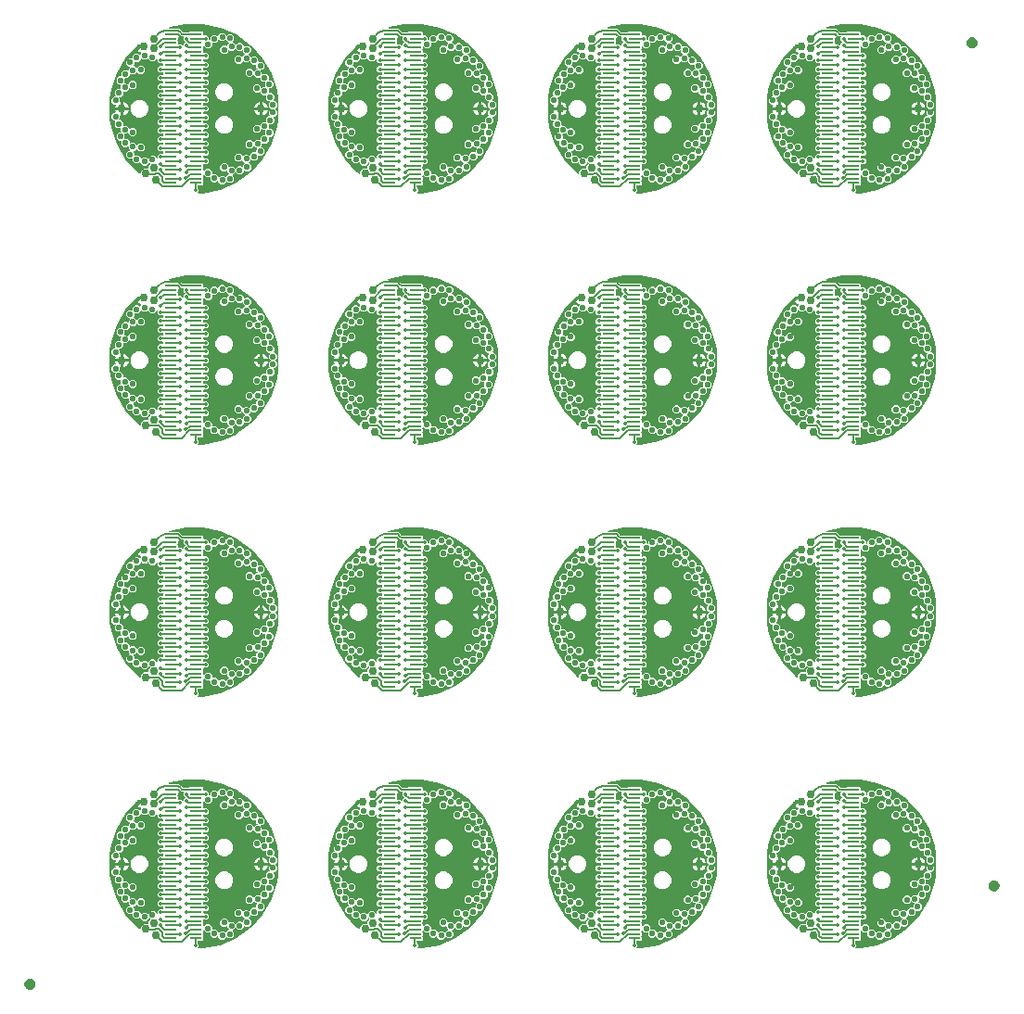
<source format=gbr>
G04 EAGLE Gerber RS-274X export*
G75*
%MOMM*%
%FSLAX34Y34*%
%LPD*%
%INTop Copper*%
%IPPOS*%
%AMOC8*
5,1,8,0,0,1.08239X$1,22.5*%
G01*
%ADD10C,0.500000*%
%ADD11C,0.750000*%
%ADD12R,1.140000X0.200000*%
%ADD13C,0.533400*%
%ADD14C,0.352400*%
%ADD15C,0.127000*%
%ADD16C,0.254000*%
%ADD17C,0.200000*%
%ADD18C,0.150000*%

G36*
X238631Y387174D02*
X238631Y387174D01*
X238697Y387171D01*
X238742Y387186D01*
X238789Y387191D01*
X238848Y387220D01*
X238910Y387240D01*
X238955Y387273D01*
X238990Y387290D01*
X239017Y387319D01*
X239061Y387351D01*
X241325Y389615D01*
X241346Y389626D01*
X241370Y389630D01*
X241447Y389675D01*
X241526Y389715D01*
X241543Y389732D01*
X241563Y389744D01*
X241619Y389813D01*
X241680Y389878D01*
X241689Y389900D01*
X241704Y389918D01*
X241733Y390003D01*
X241768Y390085D01*
X241769Y390108D01*
X241776Y390131D01*
X241774Y390220D01*
X241778Y390309D01*
X241770Y390332D01*
X241770Y390355D01*
X241736Y390438D01*
X241709Y390522D01*
X241693Y390544D01*
X241685Y390563D01*
X241651Y390600D01*
X241597Y390673D01*
X240480Y391791D01*
X240480Y392699D01*
X240464Y392787D01*
X240455Y392875D01*
X240445Y392897D01*
X240440Y392920D01*
X240395Y392997D01*
X240356Y393076D01*
X240338Y393093D01*
X240326Y393113D01*
X240257Y393169D01*
X240192Y393230D01*
X240171Y393240D01*
X240152Y393255D01*
X240068Y393283D01*
X239986Y393318D01*
X239962Y393319D01*
X239940Y393326D01*
X239851Y393324D01*
X239762Y393328D01*
X239739Y393320D01*
X239715Y393320D01*
X239633Y393286D01*
X239548Y393259D01*
X239527Y393243D01*
X239507Y393236D01*
X239470Y393201D01*
X239397Y393148D01*
X238960Y392710D01*
X235908Y392710D01*
X233750Y394868D01*
X233750Y397920D01*
X235908Y400078D01*
X238960Y400078D01*
X241118Y397920D01*
X241118Y397011D01*
X241134Y396923D01*
X241143Y396835D01*
X241153Y396814D01*
X241158Y396790D01*
X241203Y396714D01*
X241242Y396634D01*
X241260Y396618D01*
X241272Y396597D01*
X241341Y396541D01*
X241406Y396480D01*
X241427Y396471D01*
X241446Y396456D01*
X241530Y396427D01*
X241612Y396393D01*
X241636Y396392D01*
X241658Y396384D01*
X241747Y396387D01*
X241836Y396383D01*
X241859Y396390D01*
X241883Y396391D01*
X241965Y396424D01*
X242050Y396451D01*
X242071Y396467D01*
X242091Y396475D01*
X242128Y396509D01*
X242201Y396563D01*
X242638Y397000D01*
X245690Y397000D01*
X247293Y395397D01*
X247347Y395359D01*
X247395Y395314D01*
X247438Y395296D01*
X247477Y395269D01*
X247541Y395252D01*
X247601Y395227D01*
X247649Y395225D01*
X247694Y395213D01*
X247760Y395220D01*
X247826Y395217D01*
X247871Y395231D01*
X247918Y395236D01*
X247976Y395265D01*
X248039Y395285D01*
X248083Y395318D01*
X248119Y395335D01*
X248146Y395364D01*
X248190Y395397D01*
X250058Y397265D01*
X253110Y397265D01*
X253529Y396846D01*
X253603Y396795D01*
X253672Y396739D01*
X253694Y396731D01*
X253714Y396718D01*
X253800Y396695D01*
X253884Y396667D01*
X253908Y396667D01*
X253931Y396662D01*
X254019Y396671D01*
X254108Y396673D01*
X254130Y396682D01*
X254154Y396685D01*
X254234Y396724D01*
X254316Y396758D01*
X254334Y396774D01*
X254355Y396784D01*
X254416Y396849D01*
X254482Y396909D01*
X254493Y396930D01*
X254509Y396947D01*
X254544Y397030D01*
X254584Y397109D01*
X254588Y397135D01*
X254597Y397154D01*
X254599Y397205D01*
X254612Y397294D01*
X254612Y398112D01*
X256077Y399577D01*
X256114Y399631D01*
X256160Y399679D01*
X256178Y399723D01*
X256205Y399761D01*
X256221Y399825D01*
X256247Y399886D01*
X256249Y399933D01*
X256261Y399979D01*
X256254Y400044D01*
X256257Y400110D01*
X256243Y400155D01*
X256238Y400202D01*
X256209Y400261D01*
X256188Y400323D01*
X256156Y400368D01*
X256138Y400403D01*
X256110Y400430D01*
X256077Y400474D01*
X253855Y402696D01*
X253801Y402734D01*
X253753Y402779D01*
X253710Y402797D01*
X253671Y402824D01*
X253607Y402840D01*
X253547Y402866D01*
X253499Y402868D01*
X253454Y402880D01*
X253388Y402873D01*
X253322Y402876D01*
X253277Y402862D01*
X253230Y402857D01*
X253172Y402828D01*
X253109Y402807D01*
X253065Y402775D01*
X253029Y402757D01*
X253002Y402729D01*
X252958Y402696D01*
X251900Y401637D01*
X248848Y401637D01*
X246690Y403795D01*
X246690Y406847D01*
X248848Y409005D01*
X251900Y409005D01*
X254189Y406715D01*
X254243Y406678D01*
X254291Y406632D01*
X254335Y406614D01*
X254373Y406587D01*
X254437Y406571D01*
X254498Y406545D01*
X254545Y406543D01*
X254591Y406531D01*
X254656Y406538D01*
X254722Y406535D01*
X254767Y406549D01*
X254814Y406554D01*
X254873Y406584D01*
X254935Y406604D01*
X254980Y406636D01*
X255015Y406654D01*
X255042Y406682D01*
X255086Y406715D01*
X256145Y407774D01*
X259196Y407774D01*
X260003Y406967D01*
X260076Y406916D01*
X260145Y406860D01*
X260168Y406853D01*
X260187Y406839D01*
X260273Y406817D01*
X260358Y406789D01*
X260381Y406789D01*
X260404Y406783D01*
X260493Y406793D01*
X260582Y406795D01*
X260604Y406804D01*
X260627Y406807D01*
X260707Y406846D01*
X260790Y406879D01*
X260807Y406895D01*
X260829Y406906D01*
X260890Y406971D01*
X260955Y407031D01*
X260966Y407052D01*
X260983Y407069D01*
X261017Y407151D01*
X261058Y407230D01*
X261062Y407257D01*
X261070Y407276D01*
X261072Y407326D01*
X261086Y407416D01*
X261086Y407792D01*
X263243Y409950D01*
X266157Y409950D01*
X266222Y409962D01*
X266287Y409964D01*
X266331Y409982D01*
X266378Y409990D01*
X266434Y410024D01*
X266495Y410048D01*
X266530Y410080D01*
X266571Y410104D01*
X266612Y410155D01*
X266661Y410200D01*
X266682Y410242D01*
X266712Y410278D01*
X266733Y410341D01*
X266763Y410399D01*
X266771Y410454D01*
X266784Y410491D01*
X266783Y410530D01*
X266791Y410585D01*
X266791Y412432D01*
X267585Y413226D01*
X267635Y413299D01*
X267692Y413368D01*
X267699Y413391D01*
X267713Y413410D01*
X267735Y413496D01*
X267763Y413581D01*
X267763Y413604D01*
X267769Y413627D01*
X267759Y413716D01*
X267757Y413805D01*
X267748Y413827D01*
X267745Y413851D01*
X267706Y413931D01*
X267673Y414013D01*
X267657Y414030D01*
X267646Y414052D01*
X267581Y414113D01*
X267521Y414179D01*
X267500Y414189D01*
X267483Y414206D01*
X267401Y414240D01*
X267322Y414281D01*
X267295Y414285D01*
X267276Y414293D01*
X267226Y414295D01*
X267136Y414309D01*
X266403Y414309D01*
X265043Y415668D01*
X264989Y415706D01*
X264941Y415751D01*
X264898Y415769D01*
X264859Y415796D01*
X264796Y415813D01*
X264735Y415838D01*
X264688Y415840D01*
X264642Y415852D01*
X264576Y415845D01*
X264511Y415848D01*
X264466Y415834D01*
X264419Y415829D01*
X264360Y415800D01*
X264297Y415780D01*
X264253Y415747D01*
X264218Y415729D01*
X264191Y415701D01*
X264146Y415668D01*
X262088Y413609D01*
X259036Y413609D01*
X256878Y415767D01*
X256878Y418819D01*
X259036Y420977D01*
X262088Y420977D01*
X263447Y419617D01*
X263501Y419580D01*
X263549Y419535D01*
X263592Y419516D01*
X263631Y419489D01*
X263695Y419473D01*
X263755Y419447D01*
X263803Y419445D01*
X263848Y419433D01*
X263914Y419440D01*
X263980Y419437D01*
X264025Y419452D01*
X264071Y419456D01*
X264130Y419486D01*
X264193Y419506D01*
X264237Y419538D01*
X264273Y419556D01*
X264300Y419585D01*
X264344Y419617D01*
X266403Y421676D01*
X269454Y421676D01*
X269456Y421675D01*
X269529Y421624D01*
X269598Y421568D01*
X269620Y421560D01*
X269640Y421547D01*
X269726Y421525D01*
X269810Y421496D01*
X269834Y421497D01*
X269857Y421491D01*
X269946Y421500D01*
X270035Y421503D01*
X270057Y421512D01*
X270080Y421514D01*
X270160Y421554D01*
X270243Y421587D01*
X270260Y421603D01*
X270281Y421614D01*
X270343Y421678D01*
X270408Y421738D01*
X270419Y421760D01*
X270435Y421777D01*
X270470Y421859D01*
X270511Y421938D01*
X270515Y421964D01*
X270523Y421983D01*
X270525Y422034D01*
X270538Y422123D01*
X270538Y423458D01*
X272696Y425616D01*
X274214Y425616D01*
X274279Y425627D01*
X274345Y425629D01*
X274388Y425647D01*
X274435Y425656D01*
X274492Y425689D01*
X274553Y425714D01*
X274588Y425746D01*
X274628Y425770D01*
X274670Y425821D01*
X274718Y425865D01*
X274740Y425907D01*
X274770Y425944D01*
X274791Y426006D01*
X274821Y426065D01*
X274829Y426119D01*
X274841Y426156D01*
X274840Y426196D01*
X274848Y426250D01*
X274848Y429452D01*
X274849Y429452D01*
X274856Y429474D01*
X274870Y429494D01*
X274892Y429580D01*
X274920Y429664D01*
X274920Y429688D01*
X274926Y429711D01*
X274916Y429800D01*
X274914Y429889D01*
X274905Y429911D01*
X274903Y429934D01*
X274863Y430014D01*
X274830Y430097D01*
X274814Y430114D01*
X274803Y430135D01*
X274738Y430196D01*
X274678Y430262D01*
X274657Y430273D01*
X274640Y430289D01*
X274558Y430324D01*
X274479Y430365D01*
X274452Y430369D01*
X274433Y430377D01*
X274383Y430379D01*
X274293Y430392D01*
X272713Y430392D01*
X272071Y431035D01*
X271997Y431086D01*
X271928Y431142D01*
X271906Y431149D01*
X271886Y431163D01*
X271800Y431185D01*
X271716Y431214D01*
X271692Y431213D01*
X271669Y431219D01*
X271580Y431210D01*
X271492Y431207D01*
X271470Y431198D01*
X271446Y431196D01*
X271366Y431156D01*
X271284Y431123D01*
X271266Y431107D01*
X271245Y431096D01*
X271184Y431031D01*
X271118Y430971D01*
X271107Y430950D01*
X271091Y430933D01*
X271056Y430851D01*
X271015Y430772D01*
X271012Y430746D01*
X271003Y430726D01*
X271001Y430676D01*
X270988Y430586D01*
X270988Y429968D01*
X268830Y427810D01*
X265778Y427810D01*
X263620Y429968D01*
X263620Y433020D01*
X265778Y435177D01*
X268830Y435177D01*
X269472Y434535D01*
X269546Y434484D01*
X269615Y434428D01*
X269637Y434420D01*
X269657Y434407D01*
X269743Y434385D01*
X269827Y434356D01*
X269851Y434357D01*
X269874Y434351D01*
X269962Y434360D01*
X270051Y434363D01*
X270073Y434372D01*
X270097Y434374D01*
X270177Y434414D01*
X270259Y434447D01*
X270277Y434463D01*
X270298Y434474D01*
X270359Y434538D01*
X270425Y434598D01*
X270436Y434620D01*
X270452Y434637D01*
X270487Y434719D01*
X270527Y434798D01*
X270531Y434824D01*
X270539Y434843D01*
X270542Y434894D01*
X270555Y434983D01*
X270555Y435602D01*
X272713Y437760D01*
X274980Y437760D01*
X275045Y437771D01*
X275111Y437773D01*
X275155Y437791D01*
X275201Y437800D01*
X275258Y437833D01*
X275319Y437858D01*
X275354Y437890D01*
X275394Y437914D01*
X275436Y437965D01*
X275484Y438009D01*
X275506Y438051D01*
X275536Y438088D01*
X275557Y438150D01*
X275587Y438209D01*
X275595Y438263D01*
X275608Y438300D01*
X275606Y438340D01*
X275615Y438394D01*
X275615Y441036D01*
X277772Y443194D01*
X278366Y443194D01*
X278454Y443210D01*
X278542Y443219D01*
X278563Y443230D01*
X278587Y443234D01*
X278663Y443279D01*
X278743Y443319D01*
X278759Y443336D01*
X278780Y443348D01*
X278836Y443417D01*
X278897Y443482D01*
X278906Y443504D01*
X278921Y443522D01*
X278950Y443606D01*
X278984Y443688D01*
X278985Y443712D01*
X278993Y443735D01*
X278990Y443824D01*
X278994Y443913D01*
X278987Y443935D01*
X278986Y443959D01*
X278953Y444041D01*
X278926Y444126D01*
X278910Y444147D01*
X278902Y444167D01*
X278868Y444204D01*
X278814Y444277D01*
X278236Y444856D01*
X278236Y447841D01*
X278226Y447897D01*
X279880Y449552D01*
X279918Y449606D01*
X279963Y449653D01*
X279981Y449697D01*
X280008Y449736D01*
X280024Y449799D01*
X280050Y449860D01*
X280052Y449907D01*
X280064Y449953D01*
X280057Y450018D01*
X280060Y450084D01*
X280046Y450129D01*
X280041Y450176D01*
X280012Y450235D01*
X279991Y450298D01*
X279959Y450342D01*
X279941Y450377D01*
X279913Y450404D01*
X279880Y450448D01*
X278227Y452101D01*
X278236Y452159D01*
X278236Y455144D01*
X278814Y455723D01*
X278865Y455796D01*
X278921Y455865D01*
X278929Y455888D01*
X278942Y455907D01*
X278965Y455994D01*
X278993Y456078D01*
X278992Y456102D01*
X278998Y456125D01*
X278989Y456213D01*
X278986Y456302D01*
X278978Y456324D01*
X278975Y456348D01*
X278936Y456428D01*
X278902Y456510D01*
X278886Y456528D01*
X278876Y456549D01*
X278811Y456610D01*
X278751Y456676D01*
X278730Y456686D01*
X278712Y456703D01*
X278630Y456737D01*
X278551Y456778D01*
X278525Y456782D01*
X278506Y456790D01*
X278455Y456792D01*
X278366Y456806D01*
X277772Y456806D01*
X275615Y458964D01*
X275615Y461606D01*
X275603Y461671D01*
X275601Y461736D01*
X275583Y461780D01*
X275575Y461827D01*
X275541Y461883D01*
X275517Y461944D01*
X275485Y461979D01*
X275461Y462020D01*
X275410Y462061D01*
X275365Y462110D01*
X275323Y462132D01*
X275287Y462161D01*
X275224Y462182D01*
X275166Y462212D01*
X275111Y462221D01*
X275074Y462233D01*
X275035Y462232D01*
X274980Y462240D01*
X272713Y462240D01*
X270555Y464398D01*
X270555Y465017D01*
X270539Y465104D01*
X270530Y465193D01*
X270520Y465214D01*
X270515Y465237D01*
X270470Y465314D01*
X270431Y465394D01*
X270413Y465410D01*
X270401Y465431D01*
X270332Y465487D01*
X270267Y465548D01*
X270246Y465557D01*
X270227Y465572D01*
X270143Y465600D01*
X270061Y465635D01*
X270037Y465636D01*
X270015Y465644D01*
X269926Y465641D01*
X269837Y465645D01*
X269814Y465638D01*
X269790Y465637D01*
X269708Y465604D01*
X269623Y465577D01*
X269602Y465561D01*
X269582Y465553D01*
X269545Y465519D01*
X269472Y465465D01*
X268830Y464823D01*
X265778Y464823D01*
X263620Y466980D01*
X263620Y470032D01*
X265778Y472190D01*
X268830Y472190D01*
X270988Y470032D01*
X270988Y469414D01*
X271004Y469326D01*
X271013Y469237D01*
X271023Y469216D01*
X271028Y469193D01*
X271073Y469116D01*
X271112Y469036D01*
X271130Y469020D01*
X271142Y469000D01*
X271211Y468943D01*
X271276Y468882D01*
X271297Y468873D01*
X271316Y468858D01*
X271400Y468830D01*
X271482Y468795D01*
X271506Y468794D01*
X271528Y468786D01*
X271617Y468789D01*
X271706Y468785D01*
X271729Y468792D01*
X271753Y468793D01*
X271835Y468826D01*
X271920Y468854D01*
X271941Y468869D01*
X271961Y468877D01*
X271998Y468911D01*
X272071Y468965D01*
X272713Y469608D01*
X274293Y469608D01*
X274381Y469623D01*
X274470Y469633D01*
X274491Y469643D01*
X274514Y469647D01*
X274591Y469693D01*
X274671Y469732D01*
X274687Y469749D01*
X274707Y469761D01*
X274763Y469831D01*
X274824Y469895D01*
X274834Y469917D01*
X274849Y469936D01*
X274877Y470020D01*
X274912Y470102D01*
X274913Y470126D01*
X274921Y470148D01*
X274918Y470237D01*
X274922Y470326D01*
X274915Y470349D01*
X274914Y470372D01*
X274881Y470455D01*
X274853Y470540D01*
X274848Y470546D01*
X274848Y473750D01*
X274837Y473815D01*
X274835Y473880D01*
X274817Y473924D01*
X274809Y473971D01*
X274775Y474027D01*
X274751Y474088D01*
X274719Y474123D01*
X274695Y474164D01*
X274644Y474205D01*
X274599Y474254D01*
X274557Y474276D01*
X274520Y474305D01*
X274458Y474326D01*
X274400Y474356D01*
X274345Y474365D01*
X274308Y474377D01*
X274269Y474376D01*
X274214Y474384D01*
X272696Y474384D01*
X270538Y476542D01*
X270538Y477877D01*
X270523Y477964D01*
X270513Y478053D01*
X270503Y478074D01*
X270499Y478097D01*
X270454Y478174D01*
X270414Y478254D01*
X270397Y478270D01*
X270385Y478291D01*
X270316Y478347D01*
X270251Y478408D01*
X270229Y478417D01*
X270210Y478432D01*
X270126Y478460D01*
X270044Y478495D01*
X270020Y478496D01*
X269998Y478504D01*
X269909Y478501D01*
X269820Y478505D01*
X269797Y478498D01*
X269774Y478497D01*
X269691Y478464D01*
X269606Y478437D01*
X269585Y478421D01*
X269566Y478413D01*
X269529Y478379D01*
X269456Y478325D01*
X269454Y478324D01*
X266403Y478324D01*
X264344Y480383D01*
X264290Y480420D01*
X264242Y480465D01*
X264198Y480484D01*
X264160Y480511D01*
X264096Y480527D01*
X264035Y480553D01*
X263988Y480555D01*
X263942Y480567D01*
X263877Y480560D01*
X263811Y480563D01*
X263766Y480548D01*
X263719Y480543D01*
X263660Y480514D01*
X263598Y480494D01*
X263553Y480462D01*
X263518Y480444D01*
X263491Y480415D01*
X263447Y480383D01*
X262088Y479023D01*
X259036Y479023D01*
X256878Y481181D01*
X256878Y484233D01*
X259036Y486391D01*
X262088Y486391D01*
X264146Y484332D01*
X264201Y484294D01*
X264248Y484249D01*
X264292Y484231D01*
X264331Y484204D01*
X264394Y484187D01*
X264455Y484162D01*
X264502Y484160D01*
X264548Y484148D01*
X264613Y484155D01*
X264679Y484152D01*
X264724Y484166D01*
X264771Y484171D01*
X264830Y484200D01*
X264893Y484220D01*
X264937Y484253D01*
X264972Y484271D01*
X264999Y484299D01*
X265043Y484332D01*
X266403Y485691D01*
X267136Y485691D01*
X267224Y485707D01*
X267312Y485716D01*
X267334Y485727D01*
X267357Y485731D01*
X267434Y485776D01*
X267513Y485816D01*
X267530Y485833D01*
X267550Y485845D01*
X267606Y485914D01*
X267667Y485979D01*
X267677Y486001D01*
X267692Y486019D01*
X267720Y486103D01*
X267755Y486186D01*
X267756Y486209D01*
X267763Y486232D01*
X267761Y486321D01*
X267765Y486410D01*
X267758Y486432D01*
X267757Y486456D01*
X267723Y486538D01*
X267696Y486623D01*
X267680Y486645D01*
X267673Y486664D01*
X267639Y486701D01*
X267585Y486774D01*
X266791Y487568D01*
X266791Y489415D01*
X266779Y489480D01*
X266777Y489546D01*
X266760Y489590D01*
X266751Y489636D01*
X266718Y489693D01*
X266693Y489754D01*
X266661Y489789D01*
X266637Y489829D01*
X266586Y489871D01*
X266542Y489919D01*
X266500Y489941D01*
X266463Y489971D01*
X266401Y489992D01*
X266342Y490022D01*
X266288Y490030D01*
X266250Y490043D01*
X266211Y490042D01*
X266157Y490050D01*
X263243Y490050D01*
X261086Y492207D01*
X261086Y492584D01*
X261070Y492672D01*
X261061Y492760D01*
X261050Y492782D01*
X261046Y492805D01*
X261001Y492882D01*
X260961Y492961D01*
X260944Y492978D01*
X260932Y492998D01*
X260863Y493054D01*
X260798Y493115D01*
X260776Y493125D01*
X260758Y493140D01*
X260673Y493168D01*
X260591Y493203D01*
X260568Y493204D01*
X260545Y493211D01*
X260456Y493209D01*
X260367Y493213D01*
X260345Y493206D01*
X260321Y493205D01*
X260238Y493171D01*
X260154Y493144D01*
X260132Y493128D01*
X260113Y493121D01*
X260076Y493087D01*
X260003Y493033D01*
X259196Y492226D01*
X256145Y492226D01*
X255086Y493285D01*
X255032Y493322D01*
X254984Y493368D01*
X254941Y493386D01*
X254902Y493413D01*
X254838Y493429D01*
X254778Y493455D01*
X254730Y493457D01*
X254685Y493469D01*
X254619Y493462D01*
X254553Y493465D01*
X254508Y493450D01*
X254461Y493446D01*
X254403Y493416D01*
X254340Y493396D01*
X254296Y493364D01*
X254260Y493346D01*
X254233Y493317D01*
X254189Y493285D01*
X251900Y490995D01*
X248848Y490995D01*
X246690Y493153D01*
X246690Y496205D01*
X248848Y498363D01*
X251900Y498363D01*
X252958Y497304D01*
X253012Y497267D01*
X253060Y497221D01*
X253104Y497203D01*
X253142Y497176D01*
X253206Y497160D01*
X253267Y497134D01*
X253314Y497132D01*
X253360Y497120D01*
X253425Y497127D01*
X253491Y497124D01*
X253536Y497138D01*
X253583Y497143D01*
X253642Y497172D01*
X253704Y497193D01*
X253749Y497225D01*
X253784Y497243D01*
X253811Y497271D01*
X253855Y497304D01*
X256077Y499526D01*
X256115Y499580D01*
X256160Y499628D01*
X256178Y499671D01*
X256205Y499710D01*
X256221Y499774D01*
X256247Y499834D01*
X256249Y499882D01*
X256261Y499927D01*
X256254Y499993D01*
X256257Y500059D01*
X256243Y500104D01*
X256238Y500151D01*
X256209Y500210D01*
X256188Y500272D01*
X256156Y500316D01*
X256138Y500352D01*
X256110Y500379D01*
X256077Y500423D01*
X254612Y501888D01*
X254612Y502706D01*
X254599Y502780D01*
X254599Y502791D01*
X254596Y502797D01*
X254587Y502882D01*
X254577Y502903D01*
X254573Y502927D01*
X254527Y503003D01*
X254488Y503083D01*
X254470Y503099D01*
X254458Y503120D01*
X254389Y503176D01*
X254325Y503237D01*
X254303Y503246D01*
X254284Y503261D01*
X254200Y503290D01*
X254118Y503325D01*
X254094Y503326D01*
X254072Y503333D01*
X253983Y503331D01*
X253894Y503335D01*
X253871Y503327D01*
X253847Y503327D01*
X253765Y503293D01*
X253680Y503266D01*
X253659Y503250D01*
X253639Y503242D01*
X253602Y503208D01*
X253529Y503154D01*
X253110Y502735D01*
X250058Y502735D01*
X248190Y504603D01*
X248136Y504641D01*
X248088Y504686D01*
X248045Y504704D01*
X248006Y504731D01*
X247942Y504748D01*
X247881Y504773D01*
X247834Y504775D01*
X247788Y504787D01*
X247723Y504780D01*
X247657Y504783D01*
X247612Y504769D01*
X247565Y504764D01*
X247506Y504735D01*
X247444Y504715D01*
X247400Y504682D01*
X247364Y504664D01*
X247337Y504636D01*
X247293Y504603D01*
X245690Y503000D01*
X242638Y503000D01*
X242201Y503437D01*
X242128Y503488D01*
X242058Y503544D01*
X242036Y503552D01*
X242016Y503565D01*
X241930Y503588D01*
X241846Y503616D01*
X241822Y503615D01*
X241799Y503621D01*
X241711Y503612D01*
X241622Y503609D01*
X241600Y503601D01*
X241576Y503598D01*
X241496Y503559D01*
X241414Y503525D01*
X241396Y503509D01*
X241375Y503499D01*
X241314Y503434D01*
X241248Y503374D01*
X241237Y503353D01*
X241221Y503335D01*
X241186Y503253D01*
X241146Y503174D01*
X241142Y503148D01*
X241134Y503129D01*
X241131Y503078D01*
X241118Y502989D01*
X241118Y502080D01*
X238960Y499922D01*
X235908Y499922D01*
X233750Y502080D01*
X233750Y505132D01*
X235908Y507290D01*
X238960Y507290D01*
X239397Y506852D01*
X239471Y506801D01*
X239540Y506745D01*
X239562Y506738D01*
X239582Y506724D01*
X239668Y506702D01*
X239752Y506674D01*
X239776Y506674D01*
X239799Y506668D01*
X239887Y506678D01*
X239976Y506680D01*
X239998Y506689D01*
X240022Y506692D01*
X240102Y506731D01*
X240184Y506764D01*
X240202Y506780D01*
X240223Y506791D01*
X240284Y506856D01*
X240350Y506916D01*
X240361Y506937D01*
X240377Y506954D01*
X240412Y507036D01*
X240452Y507115D01*
X240456Y507142D01*
X240465Y507161D01*
X240467Y507211D01*
X240480Y507301D01*
X240480Y508209D01*
X241598Y509327D01*
X241648Y509400D01*
X241704Y509469D01*
X241712Y509492D01*
X241726Y509511D01*
X241748Y509597D01*
X241776Y509682D01*
X241776Y509705D01*
X241782Y509728D01*
X241772Y509817D01*
X241770Y509906D01*
X241761Y509928D01*
X241758Y509951D01*
X241719Y510031D01*
X241685Y510114D01*
X241669Y510131D01*
X241659Y510153D01*
X241594Y510214D01*
X241534Y510279D01*
X241513Y510290D01*
X241496Y510306D01*
X241414Y510341D01*
X241334Y510382D01*
X241327Y510383D01*
X239061Y512648D01*
X239032Y512669D01*
X239024Y512678D01*
X239006Y512687D01*
X238959Y512731D01*
X238916Y512750D01*
X238877Y512777D01*
X238813Y512793D01*
X238753Y512819D01*
X238705Y512821D01*
X238660Y512833D01*
X238594Y512826D01*
X238528Y512829D01*
X238483Y512814D01*
X238436Y512809D01*
X238378Y512780D01*
X238315Y512760D01*
X238271Y512727D01*
X238235Y512710D01*
X238208Y512681D01*
X238164Y512648D01*
X237091Y511575D01*
X234039Y511575D01*
X233095Y512519D01*
X233022Y512570D01*
X232953Y512626D01*
X232931Y512633D01*
X232911Y512647D01*
X232825Y512669D01*
X232741Y512698D01*
X232717Y512697D01*
X232694Y512703D01*
X232605Y512694D01*
X232516Y512691D01*
X232494Y512682D01*
X232471Y512680D01*
X232391Y512640D01*
X232308Y512607D01*
X232291Y512591D01*
X232270Y512580D01*
X232208Y512515D01*
X232143Y512455D01*
X232132Y512434D01*
X232116Y512417D01*
X232081Y512335D01*
X232040Y512256D01*
X232036Y512230D01*
X232028Y512210D01*
X232026Y512160D01*
X232013Y512070D01*
X232013Y512069D01*
X229855Y509911D01*
X226943Y509911D01*
X226878Y509899D01*
X226813Y509897D01*
X226769Y509879D01*
X226722Y509871D01*
X226666Y509837D01*
X226605Y509813D01*
X226570Y509781D01*
X226529Y509757D01*
X226488Y509706D01*
X226439Y509661D01*
X226417Y509619D01*
X226388Y509583D01*
X226367Y509520D01*
X226337Y509462D01*
X226328Y509407D01*
X226316Y509370D01*
X226317Y509331D01*
X226309Y509276D01*
X226309Y507354D01*
X224151Y505196D01*
X221099Y505196D01*
X219499Y506796D01*
X219426Y506847D01*
X219357Y506903D01*
X219335Y506911D01*
X219315Y506924D01*
X219229Y506946D01*
X219145Y506975D01*
X219121Y506974D01*
X219098Y506980D01*
X219009Y506971D01*
X218920Y506968D01*
X218898Y506959D01*
X218875Y506957D01*
X218795Y506917D01*
X218713Y506884D01*
X218695Y506868D01*
X218674Y506857D01*
X218613Y506793D01*
X218547Y506732D01*
X218536Y506711D01*
X218520Y506694D01*
X218485Y506612D01*
X218444Y506533D01*
X218441Y506507D01*
X218432Y506487D01*
X218430Y506437D01*
X218417Y506348D01*
X218417Y504579D01*
X218286Y504449D01*
X218249Y504394D01*
X218204Y504347D01*
X218185Y504303D01*
X218158Y504264D01*
X218142Y504201D01*
X218116Y504140D01*
X218114Y504093D01*
X218102Y504047D01*
X218109Y503982D01*
X218106Y503916D01*
X218121Y503871D01*
X218126Y503824D01*
X218155Y503765D01*
X218175Y503702D01*
X218208Y503658D01*
X218225Y503623D01*
X218254Y503596D01*
X218286Y503552D01*
X218417Y503421D01*
X218417Y501378D01*
X218429Y501310D01*
X218430Y501261D01*
X218437Y501244D01*
X218442Y501201D01*
X218452Y501180D01*
X218456Y501157D01*
X218502Y501080D01*
X218512Y501059D01*
X218515Y501053D01*
X218516Y501052D01*
X218541Y501000D01*
X218558Y500984D01*
X218571Y500964D01*
X218640Y500907D01*
X218705Y500846D01*
X218726Y500837D01*
X218745Y500822D01*
X218829Y500794D01*
X218911Y500759D01*
X218935Y500758D01*
X218957Y500750D01*
X219046Y500753D01*
X219135Y500749D01*
X219158Y500756D01*
X219182Y500757D01*
X219235Y500779D01*
X221651Y500779D01*
X223279Y499151D01*
X223279Y496849D01*
X221651Y495221D01*
X219229Y495221D01*
X219145Y495250D01*
X219121Y495249D01*
X219098Y495255D01*
X219009Y495246D01*
X218920Y495243D01*
X218899Y495234D01*
X218875Y495232D01*
X218795Y495192D01*
X218713Y495159D01*
X218695Y495143D01*
X218674Y495132D01*
X218613Y495067D01*
X218547Y495007D01*
X218536Y494986D01*
X218520Y494969D01*
X218485Y494887D01*
X218444Y494808D01*
X218441Y494782D01*
X218432Y494763D01*
X218430Y494712D01*
X218417Y494622D01*
X218417Y493378D01*
X218432Y493290D01*
X218442Y493201D01*
X218452Y493180D01*
X218456Y493157D01*
X218502Y493080D01*
X218541Y493000D01*
X218558Y492984D01*
X218571Y492964D01*
X218640Y492907D01*
X218705Y492846D01*
X218726Y492837D01*
X218745Y492822D01*
X218829Y492794D01*
X218911Y492759D01*
X218935Y492758D01*
X218957Y492750D01*
X219046Y492753D01*
X219135Y492749D01*
X219158Y492756D01*
X219182Y492757D01*
X219235Y492779D01*
X221651Y492779D01*
X223279Y491151D01*
X223279Y488849D01*
X221651Y487221D01*
X219229Y487221D01*
X219145Y487250D01*
X219121Y487249D01*
X219098Y487255D01*
X219009Y487246D01*
X218920Y487243D01*
X218899Y487234D01*
X218875Y487232D01*
X218795Y487192D01*
X218713Y487159D01*
X218695Y487143D01*
X218674Y487132D01*
X218613Y487067D01*
X218547Y487007D01*
X218536Y486986D01*
X218520Y486969D01*
X218485Y486887D01*
X218444Y486808D01*
X218441Y486782D01*
X218432Y486763D01*
X218430Y486712D01*
X218417Y486622D01*
X218417Y485378D01*
X218432Y485290D01*
X218442Y485201D01*
X218452Y485180D01*
X218456Y485157D01*
X218502Y485080D01*
X218541Y485000D01*
X218558Y484984D01*
X218571Y484964D01*
X218640Y484907D01*
X218705Y484846D01*
X218726Y484837D01*
X218745Y484822D01*
X218829Y484794D01*
X218911Y484759D01*
X218935Y484758D01*
X218957Y484750D01*
X219046Y484753D01*
X219135Y484749D01*
X219158Y484756D01*
X219182Y484757D01*
X219235Y484779D01*
X221651Y484779D01*
X223279Y483151D01*
X223279Y480849D01*
X221651Y479221D01*
X219229Y479221D01*
X219145Y479250D01*
X219121Y479249D01*
X219098Y479255D01*
X219009Y479246D01*
X218920Y479243D01*
X218899Y479234D01*
X218875Y479232D01*
X218795Y479192D01*
X218713Y479159D01*
X218695Y479143D01*
X218674Y479132D01*
X218613Y479067D01*
X218547Y479007D01*
X218536Y478986D01*
X218520Y478969D01*
X218485Y478887D01*
X218444Y478808D01*
X218441Y478782D01*
X218432Y478763D01*
X218430Y478712D01*
X218417Y478622D01*
X218417Y477378D01*
X218432Y477290D01*
X218442Y477201D01*
X218452Y477180D01*
X218456Y477157D01*
X218502Y477080D01*
X218541Y477000D01*
X218558Y476984D01*
X218571Y476964D01*
X218640Y476907D01*
X218705Y476846D01*
X218726Y476837D01*
X218745Y476822D01*
X218829Y476794D01*
X218911Y476759D01*
X218935Y476758D01*
X218957Y476750D01*
X219046Y476753D01*
X219135Y476749D01*
X219158Y476756D01*
X219182Y476757D01*
X219235Y476779D01*
X221651Y476779D01*
X223279Y475151D01*
X223279Y472849D01*
X221651Y471221D01*
X219229Y471221D01*
X219145Y471250D01*
X219121Y471249D01*
X219098Y471255D01*
X219009Y471246D01*
X218920Y471243D01*
X218899Y471234D01*
X218875Y471232D01*
X218795Y471192D01*
X218713Y471159D01*
X218695Y471143D01*
X218674Y471132D01*
X218613Y471067D01*
X218547Y471007D01*
X218536Y470986D01*
X218520Y470969D01*
X218485Y470887D01*
X218444Y470808D01*
X218441Y470782D01*
X218432Y470763D01*
X218430Y470712D01*
X218417Y470622D01*
X218417Y469378D01*
X218432Y469290D01*
X218442Y469201D01*
X218452Y469180D01*
X218456Y469157D01*
X218502Y469080D01*
X218541Y469000D01*
X218558Y468984D01*
X218571Y468964D01*
X218640Y468907D01*
X218705Y468846D01*
X218726Y468837D01*
X218745Y468822D01*
X218829Y468794D01*
X218911Y468759D01*
X218935Y468758D01*
X218957Y468750D01*
X219046Y468753D01*
X219135Y468749D01*
X219158Y468756D01*
X219182Y468757D01*
X219235Y468779D01*
X221651Y468779D01*
X223279Y467151D01*
X223279Y464849D01*
X221651Y463221D01*
X219229Y463221D01*
X219145Y463250D01*
X219121Y463249D01*
X219098Y463255D01*
X219009Y463246D01*
X218920Y463243D01*
X218899Y463234D01*
X218875Y463232D01*
X218795Y463192D01*
X218713Y463159D01*
X218695Y463143D01*
X218674Y463132D01*
X218613Y463067D01*
X218547Y463007D01*
X218536Y462986D01*
X218520Y462969D01*
X218485Y462887D01*
X218444Y462808D01*
X218441Y462782D01*
X218432Y462763D01*
X218430Y462712D01*
X218417Y462622D01*
X218417Y461378D01*
X218432Y461290D01*
X218442Y461201D01*
X218452Y461180D01*
X218456Y461157D01*
X218502Y461080D01*
X218541Y461000D01*
X218558Y460984D01*
X218571Y460964D01*
X218640Y460907D01*
X218705Y460846D01*
X218726Y460837D01*
X218745Y460822D01*
X218829Y460794D01*
X218911Y460759D01*
X218935Y460758D01*
X218957Y460750D01*
X219046Y460753D01*
X219135Y460749D01*
X219158Y460756D01*
X219182Y460757D01*
X219235Y460779D01*
X221651Y460779D01*
X223279Y459151D01*
X223279Y456849D01*
X221651Y455221D01*
X219229Y455221D01*
X219145Y455250D01*
X219121Y455249D01*
X219098Y455255D01*
X219009Y455246D01*
X218920Y455243D01*
X218899Y455234D01*
X218875Y455232D01*
X218795Y455192D01*
X218713Y455159D01*
X218695Y455143D01*
X218674Y455132D01*
X218613Y455067D01*
X218547Y455007D01*
X218536Y454986D01*
X218520Y454969D01*
X218485Y454887D01*
X218444Y454808D01*
X218441Y454782D01*
X218432Y454763D01*
X218430Y454712D01*
X218417Y454622D01*
X218417Y453378D01*
X218432Y453290D01*
X218442Y453201D01*
X218452Y453180D01*
X218456Y453157D01*
X218502Y453080D01*
X218541Y453000D01*
X218558Y452984D01*
X218571Y452964D01*
X218640Y452907D01*
X218705Y452846D01*
X218726Y452837D01*
X218745Y452822D01*
X218829Y452794D01*
X218911Y452759D01*
X218935Y452758D01*
X218957Y452750D01*
X219046Y452753D01*
X219135Y452749D01*
X219158Y452756D01*
X219182Y452757D01*
X219235Y452779D01*
X221651Y452779D01*
X223279Y451151D01*
X223279Y448849D01*
X221651Y447221D01*
X219229Y447221D01*
X219145Y447250D01*
X219121Y447249D01*
X219098Y447255D01*
X219009Y447246D01*
X218920Y447243D01*
X218899Y447234D01*
X218875Y447232D01*
X218795Y447192D01*
X218713Y447159D01*
X218695Y447143D01*
X218674Y447132D01*
X218613Y447067D01*
X218547Y447007D01*
X218536Y446986D01*
X218520Y446969D01*
X218485Y446887D01*
X218444Y446808D01*
X218441Y446782D01*
X218432Y446763D01*
X218430Y446712D01*
X218417Y446622D01*
X218417Y445378D01*
X218432Y445290D01*
X218442Y445201D01*
X218452Y445180D01*
X218456Y445157D01*
X218502Y445080D01*
X218541Y445000D01*
X218558Y444984D01*
X218571Y444964D01*
X218640Y444907D01*
X218705Y444846D01*
X218726Y444837D01*
X218745Y444822D01*
X218829Y444794D01*
X218911Y444759D01*
X218935Y444758D01*
X218957Y444750D01*
X219046Y444753D01*
X219135Y444749D01*
X219158Y444756D01*
X219182Y444757D01*
X219235Y444779D01*
X221651Y444779D01*
X223279Y443151D01*
X223279Y440849D01*
X221651Y439221D01*
X219229Y439221D01*
X219145Y439250D01*
X219121Y439249D01*
X219098Y439255D01*
X219009Y439246D01*
X218920Y439243D01*
X218899Y439234D01*
X218875Y439232D01*
X218795Y439192D01*
X218713Y439159D01*
X218695Y439143D01*
X218674Y439132D01*
X218613Y439067D01*
X218547Y439007D01*
X218536Y438986D01*
X218520Y438969D01*
X218485Y438887D01*
X218444Y438808D01*
X218441Y438782D01*
X218432Y438763D01*
X218430Y438714D01*
X218424Y438695D01*
X218424Y438673D01*
X218417Y438622D01*
X218417Y437378D01*
X218432Y437290D01*
X218442Y437201D01*
X218452Y437180D01*
X218456Y437157D01*
X218502Y437080D01*
X218541Y437000D01*
X218558Y436984D01*
X218571Y436964D01*
X218640Y436907D01*
X218705Y436846D01*
X218726Y436837D01*
X218745Y436822D01*
X218829Y436794D01*
X218911Y436759D01*
X218935Y436758D01*
X218957Y436750D01*
X219046Y436753D01*
X219135Y436749D01*
X219158Y436756D01*
X219182Y436757D01*
X219235Y436779D01*
X221651Y436779D01*
X223279Y435151D01*
X223279Y432849D01*
X221651Y431221D01*
X219229Y431221D01*
X219145Y431250D01*
X219121Y431249D01*
X219098Y431255D01*
X219009Y431246D01*
X218920Y431243D01*
X218899Y431234D01*
X218875Y431232D01*
X218795Y431192D01*
X218713Y431159D01*
X218695Y431143D01*
X218674Y431132D01*
X218613Y431067D01*
X218547Y431007D01*
X218536Y430986D01*
X218520Y430969D01*
X218485Y430887D01*
X218444Y430808D01*
X218441Y430782D01*
X218432Y430763D01*
X218430Y430712D01*
X218417Y430622D01*
X218417Y429378D01*
X218432Y429290D01*
X218442Y429201D01*
X218452Y429180D01*
X218456Y429157D01*
X218502Y429080D01*
X218541Y429000D01*
X218558Y428984D01*
X218571Y428964D01*
X218640Y428907D01*
X218705Y428846D01*
X218726Y428837D01*
X218745Y428822D01*
X218829Y428794D01*
X218911Y428759D01*
X218935Y428758D01*
X218957Y428750D01*
X219046Y428753D01*
X219135Y428749D01*
X219158Y428756D01*
X219182Y428757D01*
X219235Y428779D01*
X221651Y428779D01*
X223279Y427151D01*
X223279Y424849D01*
X221651Y423221D01*
X219229Y423221D01*
X219145Y423250D01*
X219121Y423249D01*
X219098Y423255D01*
X219009Y423246D01*
X218920Y423243D01*
X218899Y423234D01*
X218875Y423232D01*
X218795Y423192D01*
X218713Y423159D01*
X218695Y423143D01*
X218674Y423132D01*
X218613Y423067D01*
X218547Y423007D01*
X218536Y422986D01*
X218520Y422969D01*
X218485Y422887D01*
X218444Y422808D01*
X218441Y422782D01*
X218432Y422763D01*
X218430Y422712D01*
X218417Y422622D01*
X218417Y421378D01*
X218432Y421290D01*
X218442Y421201D01*
X218452Y421180D01*
X218456Y421157D01*
X218502Y421080D01*
X218541Y421000D01*
X218558Y420984D01*
X218571Y420964D01*
X218640Y420907D01*
X218705Y420846D01*
X218726Y420837D01*
X218745Y420822D01*
X218829Y420794D01*
X218911Y420759D01*
X218935Y420758D01*
X218957Y420750D01*
X219046Y420753D01*
X219135Y420749D01*
X219158Y420756D01*
X219182Y420757D01*
X219235Y420779D01*
X221651Y420779D01*
X223279Y419151D01*
X223279Y416849D01*
X221651Y415221D01*
X219229Y415221D01*
X219145Y415250D01*
X219121Y415249D01*
X219098Y415255D01*
X219009Y415246D01*
X218920Y415243D01*
X218899Y415234D01*
X218875Y415232D01*
X218795Y415192D01*
X218713Y415159D01*
X218695Y415143D01*
X218674Y415132D01*
X218613Y415067D01*
X218547Y415007D01*
X218536Y414986D01*
X218520Y414969D01*
X218485Y414887D01*
X218444Y414808D01*
X218441Y414782D01*
X218432Y414763D01*
X218430Y414712D01*
X218417Y414622D01*
X218417Y413378D01*
X218432Y413290D01*
X218442Y413201D01*
X218452Y413180D01*
X218456Y413157D01*
X218502Y413080D01*
X218541Y413000D01*
X218558Y412984D01*
X218571Y412964D01*
X218640Y412907D01*
X218705Y412846D01*
X218726Y412837D01*
X218745Y412822D01*
X218829Y412794D01*
X218911Y412759D01*
X218935Y412758D01*
X218957Y412750D01*
X219046Y412753D01*
X219135Y412749D01*
X219158Y412756D01*
X219182Y412757D01*
X219235Y412779D01*
X221651Y412779D01*
X223279Y411151D01*
X223279Y408849D01*
X221651Y407221D01*
X219229Y407221D01*
X219145Y407250D01*
X219121Y407249D01*
X219098Y407255D01*
X219009Y407246D01*
X218920Y407243D01*
X218899Y407234D01*
X218875Y407232D01*
X218795Y407192D01*
X218713Y407159D01*
X218695Y407143D01*
X218674Y407132D01*
X218613Y407067D01*
X218547Y407007D01*
X218536Y406986D01*
X218520Y406969D01*
X218485Y406887D01*
X218444Y406808D01*
X218441Y406782D01*
X218432Y406763D01*
X218430Y406712D01*
X218417Y406622D01*
X218417Y405378D01*
X218432Y405290D01*
X218442Y405201D01*
X218452Y405180D01*
X218456Y405157D01*
X218502Y405080D01*
X218541Y405000D01*
X218558Y404984D01*
X218571Y404964D01*
X218640Y404907D01*
X218705Y404846D01*
X218726Y404837D01*
X218745Y404822D01*
X218829Y404794D01*
X218911Y404759D01*
X218935Y404758D01*
X218957Y404750D01*
X219046Y404753D01*
X219135Y404749D01*
X219158Y404756D01*
X219182Y404757D01*
X219235Y404779D01*
X221651Y404779D01*
X223279Y403151D01*
X223279Y400849D01*
X221651Y399221D01*
X219229Y399221D01*
X219145Y399250D01*
X219121Y399249D01*
X219098Y399255D01*
X219009Y399246D01*
X218920Y399243D01*
X218899Y399234D01*
X218875Y399232D01*
X218795Y399192D01*
X218713Y399159D01*
X218695Y399143D01*
X218674Y399132D01*
X218613Y399067D01*
X218547Y399007D01*
X218536Y398986D01*
X218520Y398969D01*
X218485Y398887D01*
X218444Y398808D01*
X218441Y398782D01*
X218432Y398763D01*
X218430Y398712D01*
X218417Y398622D01*
X218417Y396579D01*
X218286Y396449D01*
X218249Y396394D01*
X218204Y396347D01*
X218185Y396303D01*
X218158Y396264D01*
X218142Y396201D01*
X218116Y396140D01*
X218114Y396093D01*
X218102Y396047D01*
X218109Y395982D01*
X218106Y395916D01*
X218121Y395871D01*
X218126Y395824D01*
X218155Y395765D01*
X218175Y395702D01*
X218208Y395658D01*
X218225Y395623D01*
X218254Y395596D01*
X218286Y395552D01*
X218417Y395421D01*
X218417Y393652D01*
X218433Y393565D01*
X218442Y393476D01*
X218452Y393455D01*
X218456Y393432D01*
X218502Y393355D01*
X218541Y393275D01*
X218558Y393259D01*
X218571Y393238D01*
X218640Y393182D01*
X218704Y393121D01*
X218726Y393112D01*
X218745Y393097D01*
X218829Y393069D01*
X218911Y393034D01*
X218935Y393033D01*
X218957Y393025D01*
X219046Y393028D01*
X219135Y393024D01*
X219158Y393031D01*
X219182Y393032D01*
X219264Y393065D01*
X219349Y393093D01*
X219370Y393108D01*
X219389Y393116D01*
X219427Y393150D01*
X219499Y393204D01*
X221099Y394804D01*
X224151Y394804D01*
X226309Y392646D01*
X226309Y390724D01*
X226320Y390659D01*
X226322Y390593D01*
X226340Y390549D01*
X226349Y390503D01*
X226382Y390446D01*
X226407Y390385D01*
X226439Y390350D01*
X226463Y390310D01*
X226514Y390268D01*
X226558Y390219D01*
X226600Y390198D01*
X226637Y390168D01*
X226699Y390147D01*
X226758Y390117D01*
X226812Y390109D01*
X226849Y390096D01*
X226889Y390097D01*
X226943Y390089D01*
X229855Y390089D01*
X232013Y387931D01*
X232013Y387930D01*
X232028Y387842D01*
X232038Y387753D01*
X232048Y387732D01*
X232052Y387709D01*
X232098Y387632D01*
X232137Y387552D01*
X232154Y387536D01*
X232166Y387516D01*
X232236Y387459D01*
X232300Y387398D01*
X232322Y387389D01*
X232341Y387374D01*
X232425Y387346D01*
X232507Y387311D01*
X232531Y387310D01*
X232553Y387302D01*
X232642Y387305D01*
X232731Y387301D01*
X232754Y387308D01*
X232777Y387309D01*
X232860Y387342D01*
X232945Y387370D01*
X232966Y387385D01*
X232985Y387393D01*
X233023Y387427D01*
X233095Y387481D01*
X234039Y388425D01*
X237091Y388425D01*
X238164Y387351D01*
X238218Y387314D01*
X238266Y387269D01*
X238310Y387250D01*
X238348Y387223D01*
X238412Y387207D01*
X238473Y387181D01*
X238520Y387179D01*
X238566Y387167D01*
X238631Y387174D01*
G37*
G36*
X238631Y847174D02*
X238631Y847174D01*
X238697Y847171D01*
X238742Y847186D01*
X238789Y847191D01*
X238848Y847220D01*
X238910Y847240D01*
X238955Y847273D01*
X238990Y847290D01*
X239017Y847319D01*
X239061Y847351D01*
X241325Y849615D01*
X241346Y849626D01*
X241370Y849630D01*
X241447Y849675D01*
X241526Y849715D01*
X241543Y849732D01*
X241563Y849744D01*
X241619Y849813D01*
X241680Y849878D01*
X241689Y849900D01*
X241704Y849918D01*
X241733Y850003D01*
X241768Y850085D01*
X241769Y850108D01*
X241776Y850131D01*
X241774Y850220D01*
X241778Y850309D01*
X241770Y850332D01*
X241770Y850355D01*
X241736Y850438D01*
X241709Y850522D01*
X241693Y850544D01*
X241685Y850563D01*
X241651Y850600D01*
X241597Y850673D01*
X240480Y851791D01*
X240480Y852699D01*
X240464Y852787D01*
X240455Y852875D01*
X240445Y852897D01*
X240440Y852920D01*
X240395Y852997D01*
X240356Y853076D01*
X240338Y853093D01*
X240326Y853113D01*
X240257Y853169D01*
X240192Y853230D01*
X240171Y853240D01*
X240152Y853255D01*
X240068Y853283D01*
X239986Y853318D01*
X239962Y853319D01*
X239940Y853326D01*
X239851Y853324D01*
X239762Y853328D01*
X239739Y853320D01*
X239715Y853320D01*
X239633Y853286D01*
X239548Y853259D01*
X239527Y853243D01*
X239507Y853236D01*
X239470Y853201D01*
X239397Y853148D01*
X238960Y852710D01*
X235908Y852710D01*
X233750Y854868D01*
X233750Y857920D01*
X235908Y860078D01*
X238960Y860078D01*
X241118Y857920D01*
X241118Y857011D01*
X241134Y856923D01*
X241143Y856835D01*
X241153Y856814D01*
X241158Y856790D01*
X241203Y856714D01*
X241242Y856634D01*
X241260Y856618D01*
X241272Y856597D01*
X241341Y856541D01*
X241406Y856480D01*
X241427Y856471D01*
X241446Y856456D01*
X241530Y856427D01*
X241612Y856393D01*
X241636Y856392D01*
X241658Y856384D01*
X241747Y856387D01*
X241836Y856383D01*
X241859Y856390D01*
X241883Y856391D01*
X241965Y856424D01*
X242050Y856451D01*
X242071Y856467D01*
X242091Y856475D01*
X242128Y856509D01*
X242201Y856563D01*
X242638Y857000D01*
X245690Y857000D01*
X247293Y855397D01*
X247347Y855359D01*
X247395Y855314D01*
X247438Y855296D01*
X247477Y855269D01*
X247541Y855252D01*
X247601Y855227D01*
X247649Y855225D01*
X247694Y855213D01*
X247760Y855220D01*
X247826Y855217D01*
X247871Y855231D01*
X247918Y855236D01*
X247976Y855265D01*
X248039Y855285D01*
X248083Y855318D01*
X248119Y855335D01*
X248146Y855364D01*
X248190Y855397D01*
X250058Y857265D01*
X253110Y857265D01*
X253529Y856846D01*
X253603Y856795D01*
X253672Y856739D01*
X253694Y856731D01*
X253714Y856718D01*
X253800Y856695D01*
X253884Y856667D01*
X253908Y856667D01*
X253931Y856662D01*
X254019Y856671D01*
X254108Y856673D01*
X254130Y856682D01*
X254154Y856685D01*
X254234Y856724D01*
X254316Y856758D01*
X254334Y856774D01*
X254355Y856784D01*
X254416Y856849D01*
X254482Y856909D01*
X254493Y856930D01*
X254509Y856947D01*
X254544Y857030D01*
X254584Y857109D01*
X254588Y857135D01*
X254597Y857154D01*
X254599Y857205D01*
X254612Y857294D01*
X254612Y858112D01*
X256077Y859577D01*
X256114Y859631D01*
X256160Y859679D01*
X256178Y859723D01*
X256205Y859761D01*
X256221Y859825D01*
X256247Y859886D01*
X256249Y859933D01*
X256261Y859979D01*
X256254Y860044D01*
X256257Y860110D01*
X256243Y860155D01*
X256238Y860202D01*
X256209Y860261D01*
X256188Y860323D01*
X256156Y860368D01*
X256138Y860403D01*
X256110Y860430D01*
X256077Y860474D01*
X253855Y862696D01*
X253801Y862734D01*
X253753Y862779D01*
X253710Y862797D01*
X253671Y862824D01*
X253607Y862840D01*
X253547Y862866D01*
X253499Y862868D01*
X253454Y862880D01*
X253388Y862873D01*
X253322Y862876D01*
X253277Y862862D01*
X253230Y862857D01*
X253172Y862828D01*
X253109Y862807D01*
X253065Y862775D01*
X253029Y862757D01*
X253002Y862729D01*
X252958Y862696D01*
X251900Y861637D01*
X248848Y861637D01*
X246690Y863795D01*
X246690Y866847D01*
X248848Y869005D01*
X251900Y869005D01*
X254189Y866715D01*
X254243Y866678D01*
X254291Y866632D01*
X254335Y866614D01*
X254373Y866587D01*
X254437Y866571D01*
X254498Y866545D01*
X254545Y866543D01*
X254591Y866531D01*
X254656Y866538D01*
X254722Y866535D01*
X254767Y866549D01*
X254814Y866554D01*
X254873Y866584D01*
X254935Y866604D01*
X254980Y866636D01*
X255015Y866654D01*
X255042Y866682D01*
X255086Y866715D01*
X256145Y867774D01*
X259196Y867774D01*
X260003Y866967D01*
X260076Y866916D01*
X260145Y866860D01*
X260168Y866853D01*
X260187Y866839D01*
X260273Y866817D01*
X260358Y866789D01*
X260381Y866789D01*
X260404Y866783D01*
X260493Y866793D01*
X260582Y866795D01*
X260604Y866804D01*
X260627Y866807D01*
X260707Y866846D01*
X260790Y866879D01*
X260807Y866895D01*
X260829Y866906D01*
X260890Y866971D01*
X260955Y867031D01*
X260966Y867052D01*
X260983Y867069D01*
X261017Y867151D01*
X261058Y867230D01*
X261062Y867257D01*
X261070Y867276D01*
X261072Y867326D01*
X261086Y867416D01*
X261086Y867792D01*
X263243Y869950D01*
X266157Y869950D01*
X266222Y869962D01*
X266287Y869964D01*
X266331Y869982D01*
X266378Y869990D01*
X266434Y870024D01*
X266495Y870048D01*
X266530Y870080D01*
X266571Y870104D01*
X266612Y870155D01*
X266661Y870200D01*
X266682Y870242D01*
X266712Y870278D01*
X266733Y870341D01*
X266763Y870399D01*
X266771Y870454D01*
X266784Y870491D01*
X266783Y870530D01*
X266791Y870585D01*
X266791Y872432D01*
X267585Y873226D01*
X267635Y873299D01*
X267692Y873368D01*
X267699Y873391D01*
X267713Y873410D01*
X267735Y873496D01*
X267763Y873581D01*
X267763Y873604D01*
X267769Y873627D01*
X267759Y873716D01*
X267757Y873805D01*
X267748Y873827D01*
X267745Y873851D01*
X267706Y873931D01*
X267673Y874013D01*
X267657Y874030D01*
X267646Y874052D01*
X267581Y874113D01*
X267521Y874179D01*
X267500Y874189D01*
X267483Y874206D01*
X267401Y874240D01*
X267322Y874281D01*
X267295Y874285D01*
X267276Y874293D01*
X267226Y874295D01*
X267136Y874309D01*
X266403Y874309D01*
X265043Y875668D01*
X264989Y875706D01*
X264941Y875751D01*
X264898Y875769D01*
X264859Y875796D01*
X264796Y875813D01*
X264735Y875838D01*
X264688Y875840D01*
X264642Y875852D01*
X264576Y875845D01*
X264511Y875848D01*
X264466Y875834D01*
X264419Y875829D01*
X264360Y875800D01*
X264297Y875780D01*
X264253Y875747D01*
X264218Y875729D01*
X264191Y875701D01*
X264146Y875668D01*
X262088Y873609D01*
X259036Y873609D01*
X256878Y875767D01*
X256878Y878819D01*
X259036Y880977D01*
X262088Y880977D01*
X263447Y879617D01*
X263501Y879580D01*
X263549Y879535D01*
X263592Y879516D01*
X263631Y879489D01*
X263695Y879473D01*
X263755Y879447D01*
X263803Y879445D01*
X263848Y879433D01*
X263914Y879440D01*
X263980Y879437D01*
X264025Y879452D01*
X264071Y879456D01*
X264130Y879486D01*
X264193Y879506D01*
X264237Y879538D01*
X264273Y879556D01*
X264300Y879585D01*
X264344Y879617D01*
X266403Y881676D01*
X269454Y881676D01*
X269456Y881675D01*
X269529Y881624D01*
X269598Y881568D01*
X269620Y881560D01*
X269640Y881547D01*
X269726Y881525D01*
X269810Y881496D01*
X269834Y881497D01*
X269857Y881491D01*
X269946Y881500D01*
X270035Y881503D01*
X270057Y881512D01*
X270080Y881514D01*
X270160Y881554D01*
X270243Y881587D01*
X270260Y881603D01*
X270281Y881614D01*
X270343Y881678D01*
X270408Y881738D01*
X270419Y881760D01*
X270435Y881777D01*
X270470Y881859D01*
X270511Y881938D01*
X270515Y881964D01*
X270523Y881983D01*
X270525Y882034D01*
X270538Y882123D01*
X270538Y883458D01*
X272696Y885616D01*
X274214Y885616D01*
X274279Y885627D01*
X274345Y885629D01*
X274388Y885647D01*
X274435Y885656D01*
X274492Y885689D01*
X274553Y885714D01*
X274588Y885746D01*
X274628Y885770D01*
X274670Y885821D01*
X274718Y885865D01*
X274740Y885907D01*
X274770Y885944D01*
X274791Y886006D01*
X274821Y886065D01*
X274829Y886119D01*
X274841Y886156D01*
X274840Y886196D01*
X274848Y886250D01*
X274848Y889452D01*
X274849Y889452D01*
X274856Y889474D01*
X274870Y889494D01*
X274892Y889580D01*
X274920Y889664D01*
X274920Y889688D01*
X274926Y889711D01*
X274916Y889800D01*
X274914Y889889D01*
X274905Y889911D01*
X274903Y889934D01*
X274863Y890014D01*
X274830Y890097D01*
X274814Y890114D01*
X274803Y890135D01*
X274738Y890196D01*
X274678Y890262D01*
X274657Y890273D01*
X274640Y890289D01*
X274558Y890324D01*
X274479Y890365D01*
X274452Y890369D01*
X274433Y890377D01*
X274383Y890379D01*
X274293Y890392D01*
X272713Y890392D01*
X272071Y891035D01*
X271997Y891086D01*
X271928Y891142D01*
X271906Y891149D01*
X271886Y891163D01*
X271800Y891185D01*
X271716Y891214D01*
X271692Y891213D01*
X271669Y891219D01*
X271580Y891210D01*
X271492Y891207D01*
X271470Y891198D01*
X271446Y891196D01*
X271366Y891156D01*
X271284Y891123D01*
X271266Y891107D01*
X271245Y891096D01*
X271184Y891031D01*
X271118Y890971D01*
X271107Y890950D01*
X271091Y890933D01*
X271056Y890851D01*
X271015Y890772D01*
X271012Y890746D01*
X271003Y890726D01*
X271001Y890676D01*
X270988Y890586D01*
X270988Y889968D01*
X268830Y887810D01*
X265778Y887810D01*
X263620Y889968D01*
X263620Y893020D01*
X265778Y895177D01*
X268830Y895177D01*
X269472Y894535D01*
X269546Y894484D01*
X269615Y894428D01*
X269637Y894420D01*
X269657Y894407D01*
X269743Y894385D01*
X269827Y894356D01*
X269851Y894357D01*
X269874Y894351D01*
X269962Y894360D01*
X270051Y894363D01*
X270073Y894372D01*
X270097Y894374D01*
X270177Y894414D01*
X270259Y894447D01*
X270277Y894463D01*
X270298Y894474D01*
X270359Y894538D01*
X270425Y894598D01*
X270436Y894620D01*
X270452Y894637D01*
X270487Y894719D01*
X270527Y894798D01*
X270531Y894824D01*
X270539Y894843D01*
X270542Y894894D01*
X270555Y894983D01*
X270555Y895602D01*
X272713Y897760D01*
X274980Y897760D01*
X275045Y897771D01*
X275111Y897773D01*
X275155Y897791D01*
X275201Y897800D01*
X275258Y897833D01*
X275319Y897858D01*
X275354Y897890D01*
X275394Y897914D01*
X275436Y897965D01*
X275484Y898009D01*
X275506Y898051D01*
X275536Y898088D01*
X275557Y898150D01*
X275587Y898209D01*
X275595Y898263D01*
X275608Y898300D01*
X275606Y898340D01*
X275615Y898394D01*
X275615Y901036D01*
X277772Y903194D01*
X278366Y903194D01*
X278454Y903210D01*
X278542Y903219D01*
X278563Y903230D01*
X278587Y903234D01*
X278663Y903279D01*
X278743Y903319D01*
X278759Y903336D01*
X278780Y903348D01*
X278836Y903417D01*
X278897Y903482D01*
X278906Y903504D01*
X278921Y903522D01*
X278950Y903606D01*
X278984Y903688D01*
X278985Y903712D01*
X278993Y903735D01*
X278990Y903824D01*
X278994Y903913D01*
X278987Y903935D01*
X278986Y903959D01*
X278953Y904041D01*
X278926Y904126D01*
X278910Y904147D01*
X278902Y904167D01*
X278868Y904204D01*
X278814Y904277D01*
X278236Y904856D01*
X278236Y907841D01*
X278226Y907897D01*
X279880Y909552D01*
X279918Y909606D01*
X279963Y909653D01*
X279981Y909697D01*
X280008Y909736D01*
X280024Y909799D01*
X280050Y909860D01*
X280052Y909907D01*
X280064Y909953D01*
X280057Y910018D01*
X280060Y910084D01*
X280046Y910129D01*
X280041Y910176D01*
X280012Y910235D01*
X279991Y910298D01*
X279959Y910342D01*
X279941Y910377D01*
X279913Y910404D01*
X279880Y910448D01*
X278227Y912101D01*
X278236Y912159D01*
X278236Y915144D01*
X278814Y915723D01*
X278865Y915796D01*
X278921Y915865D01*
X278929Y915888D01*
X278942Y915907D01*
X278965Y915994D01*
X278993Y916078D01*
X278992Y916102D01*
X278998Y916125D01*
X278989Y916213D01*
X278986Y916302D01*
X278978Y916324D01*
X278975Y916348D01*
X278936Y916428D01*
X278902Y916510D01*
X278886Y916528D01*
X278876Y916549D01*
X278811Y916610D01*
X278751Y916676D01*
X278730Y916686D01*
X278712Y916703D01*
X278630Y916737D01*
X278551Y916778D01*
X278525Y916782D01*
X278506Y916790D01*
X278455Y916792D01*
X278366Y916806D01*
X277772Y916806D01*
X275615Y918964D01*
X275615Y921606D01*
X275603Y921671D01*
X275601Y921736D01*
X275583Y921780D01*
X275575Y921827D01*
X275541Y921883D01*
X275517Y921944D01*
X275485Y921979D01*
X275461Y922020D01*
X275410Y922061D01*
X275365Y922110D01*
X275323Y922132D01*
X275287Y922161D01*
X275224Y922182D01*
X275166Y922212D01*
X275111Y922221D01*
X275074Y922233D01*
X275035Y922232D01*
X274980Y922240D01*
X272713Y922240D01*
X270555Y924398D01*
X270555Y925017D01*
X270539Y925104D01*
X270530Y925193D01*
X270520Y925214D01*
X270515Y925237D01*
X270470Y925314D01*
X270431Y925394D01*
X270413Y925410D01*
X270401Y925431D01*
X270332Y925487D01*
X270267Y925548D01*
X270246Y925557D01*
X270227Y925572D01*
X270143Y925600D01*
X270061Y925635D01*
X270037Y925636D01*
X270015Y925644D01*
X269926Y925641D01*
X269837Y925645D01*
X269814Y925638D01*
X269790Y925637D01*
X269708Y925604D01*
X269623Y925577D01*
X269602Y925561D01*
X269582Y925553D01*
X269545Y925519D01*
X269472Y925465D01*
X268830Y924823D01*
X265778Y924823D01*
X263620Y926980D01*
X263620Y930032D01*
X265778Y932190D01*
X268830Y932190D01*
X270988Y930032D01*
X270988Y929414D01*
X271004Y929326D01*
X271013Y929237D01*
X271023Y929216D01*
X271028Y929193D01*
X271073Y929116D01*
X271112Y929036D01*
X271130Y929020D01*
X271142Y929000D01*
X271211Y928943D01*
X271276Y928882D01*
X271297Y928873D01*
X271316Y928858D01*
X271400Y928830D01*
X271482Y928795D01*
X271506Y928794D01*
X271528Y928786D01*
X271617Y928789D01*
X271706Y928785D01*
X271729Y928792D01*
X271753Y928793D01*
X271835Y928826D01*
X271920Y928854D01*
X271941Y928869D01*
X271961Y928877D01*
X271998Y928911D01*
X272071Y928965D01*
X272713Y929608D01*
X274293Y929608D01*
X274381Y929623D01*
X274470Y929633D01*
X274491Y929643D01*
X274514Y929647D01*
X274591Y929693D01*
X274671Y929732D01*
X274687Y929749D01*
X274707Y929761D01*
X274763Y929831D01*
X274824Y929895D01*
X274834Y929917D01*
X274849Y929936D01*
X274877Y930020D01*
X274912Y930102D01*
X274913Y930126D01*
X274921Y930148D01*
X274918Y930237D01*
X274922Y930326D01*
X274915Y930349D01*
X274914Y930372D01*
X274881Y930455D01*
X274853Y930540D01*
X274848Y930546D01*
X274848Y933750D01*
X274837Y933815D01*
X274835Y933880D01*
X274817Y933924D01*
X274809Y933971D01*
X274775Y934027D01*
X274751Y934088D01*
X274719Y934123D01*
X274695Y934164D01*
X274644Y934205D01*
X274599Y934254D01*
X274557Y934276D01*
X274520Y934305D01*
X274458Y934326D01*
X274400Y934356D01*
X274345Y934365D01*
X274308Y934377D01*
X274269Y934376D01*
X274214Y934384D01*
X272696Y934384D01*
X270538Y936542D01*
X270538Y937877D01*
X270523Y937964D01*
X270513Y938053D01*
X270503Y938074D01*
X270499Y938097D01*
X270454Y938174D01*
X270414Y938254D01*
X270397Y938270D01*
X270385Y938291D01*
X270316Y938347D01*
X270251Y938408D01*
X270229Y938417D01*
X270210Y938432D01*
X270126Y938460D01*
X270044Y938495D01*
X270020Y938496D01*
X269998Y938504D01*
X269909Y938501D01*
X269820Y938505D01*
X269797Y938498D01*
X269774Y938497D01*
X269691Y938464D01*
X269606Y938437D01*
X269585Y938421D01*
X269566Y938413D01*
X269529Y938379D01*
X269456Y938325D01*
X269454Y938324D01*
X266403Y938324D01*
X264344Y940383D01*
X264290Y940420D01*
X264242Y940465D01*
X264198Y940484D01*
X264160Y940511D01*
X264096Y940527D01*
X264035Y940553D01*
X263988Y940555D01*
X263942Y940567D01*
X263877Y940560D01*
X263811Y940563D01*
X263766Y940548D01*
X263719Y940543D01*
X263660Y940514D01*
X263598Y940494D01*
X263553Y940462D01*
X263518Y940444D01*
X263491Y940415D01*
X263447Y940383D01*
X262088Y939023D01*
X259036Y939023D01*
X256878Y941181D01*
X256878Y944233D01*
X259036Y946391D01*
X262088Y946391D01*
X264146Y944332D01*
X264201Y944294D01*
X264248Y944249D01*
X264292Y944231D01*
X264331Y944204D01*
X264394Y944187D01*
X264455Y944162D01*
X264502Y944160D01*
X264548Y944148D01*
X264613Y944155D01*
X264679Y944152D01*
X264724Y944166D01*
X264771Y944171D01*
X264830Y944200D01*
X264893Y944220D01*
X264937Y944253D01*
X264972Y944271D01*
X264999Y944299D01*
X265043Y944332D01*
X266403Y945691D01*
X267136Y945691D01*
X267224Y945707D01*
X267312Y945716D01*
X267334Y945727D01*
X267357Y945731D01*
X267434Y945776D01*
X267513Y945816D01*
X267530Y945833D01*
X267550Y945845D01*
X267606Y945914D01*
X267667Y945979D01*
X267677Y946001D01*
X267692Y946019D01*
X267720Y946103D01*
X267755Y946186D01*
X267756Y946209D01*
X267763Y946232D01*
X267761Y946321D01*
X267765Y946410D01*
X267758Y946432D01*
X267757Y946456D01*
X267723Y946538D01*
X267696Y946623D01*
X267680Y946645D01*
X267673Y946664D01*
X267639Y946701D01*
X267585Y946774D01*
X266791Y947568D01*
X266791Y949415D01*
X266779Y949480D01*
X266777Y949546D01*
X266760Y949590D01*
X266751Y949636D01*
X266718Y949693D01*
X266693Y949754D01*
X266661Y949789D01*
X266637Y949829D01*
X266586Y949871D01*
X266542Y949919D01*
X266500Y949941D01*
X266463Y949971D01*
X266401Y949992D01*
X266342Y950022D01*
X266288Y950030D01*
X266250Y950043D01*
X266211Y950042D01*
X266157Y950050D01*
X263243Y950050D01*
X261086Y952207D01*
X261086Y952584D01*
X261070Y952672D01*
X261061Y952760D01*
X261050Y952782D01*
X261046Y952805D01*
X261001Y952882D01*
X260961Y952961D01*
X260944Y952978D01*
X260932Y952998D01*
X260863Y953054D01*
X260798Y953115D01*
X260776Y953125D01*
X260758Y953140D01*
X260673Y953168D01*
X260591Y953203D01*
X260568Y953204D01*
X260545Y953211D01*
X260456Y953209D01*
X260367Y953213D01*
X260345Y953206D01*
X260321Y953205D01*
X260238Y953171D01*
X260154Y953144D01*
X260132Y953128D01*
X260113Y953121D01*
X260076Y953087D01*
X260003Y953033D01*
X259196Y952226D01*
X256145Y952226D01*
X255086Y953285D01*
X255032Y953322D01*
X254984Y953368D01*
X254941Y953386D01*
X254902Y953413D01*
X254838Y953429D01*
X254778Y953455D01*
X254730Y953457D01*
X254685Y953469D01*
X254619Y953462D01*
X254553Y953465D01*
X254508Y953450D01*
X254461Y953446D01*
X254403Y953416D01*
X254340Y953396D01*
X254296Y953364D01*
X254260Y953346D01*
X254233Y953317D01*
X254189Y953285D01*
X251900Y950995D01*
X248848Y950995D01*
X246690Y953153D01*
X246690Y956205D01*
X248848Y958363D01*
X251900Y958363D01*
X252958Y957304D01*
X253012Y957267D01*
X253060Y957221D01*
X253104Y957203D01*
X253142Y957176D01*
X253206Y957160D01*
X253267Y957134D01*
X253314Y957132D01*
X253360Y957120D01*
X253425Y957127D01*
X253491Y957124D01*
X253536Y957138D01*
X253583Y957143D01*
X253642Y957172D01*
X253704Y957193D01*
X253749Y957225D01*
X253784Y957243D01*
X253811Y957271D01*
X253855Y957304D01*
X256077Y959526D01*
X256115Y959580D01*
X256160Y959628D01*
X256178Y959671D01*
X256205Y959710D01*
X256221Y959774D01*
X256247Y959834D01*
X256249Y959882D01*
X256261Y959927D01*
X256254Y959993D01*
X256257Y960059D01*
X256243Y960104D01*
X256238Y960151D01*
X256209Y960210D01*
X256188Y960272D01*
X256156Y960316D01*
X256138Y960352D01*
X256110Y960379D01*
X256077Y960423D01*
X254612Y961888D01*
X254612Y962706D01*
X254599Y962780D01*
X254599Y962791D01*
X254596Y962797D01*
X254587Y962882D01*
X254577Y962903D01*
X254573Y962927D01*
X254527Y963003D01*
X254488Y963083D01*
X254470Y963099D01*
X254458Y963120D01*
X254389Y963176D01*
X254325Y963237D01*
X254303Y963246D01*
X254284Y963261D01*
X254200Y963290D01*
X254118Y963325D01*
X254094Y963326D01*
X254072Y963333D01*
X253983Y963331D01*
X253894Y963335D01*
X253871Y963327D01*
X253847Y963327D01*
X253765Y963293D01*
X253680Y963266D01*
X253659Y963250D01*
X253639Y963242D01*
X253602Y963208D01*
X253529Y963154D01*
X253110Y962735D01*
X250058Y962735D01*
X248190Y964603D01*
X248136Y964641D01*
X248088Y964686D01*
X248045Y964704D01*
X248006Y964731D01*
X247942Y964748D01*
X247881Y964773D01*
X247834Y964775D01*
X247788Y964787D01*
X247723Y964780D01*
X247657Y964783D01*
X247612Y964769D01*
X247565Y964764D01*
X247506Y964735D01*
X247444Y964715D01*
X247400Y964682D01*
X247364Y964664D01*
X247337Y964636D01*
X247293Y964603D01*
X245690Y963000D01*
X242638Y963000D01*
X242201Y963437D01*
X242128Y963488D01*
X242058Y963544D01*
X242036Y963552D01*
X242016Y963565D01*
X241930Y963588D01*
X241846Y963616D01*
X241822Y963615D01*
X241799Y963621D01*
X241711Y963612D01*
X241622Y963609D01*
X241600Y963601D01*
X241576Y963598D01*
X241496Y963559D01*
X241414Y963525D01*
X241396Y963509D01*
X241375Y963499D01*
X241314Y963434D01*
X241248Y963374D01*
X241237Y963353D01*
X241221Y963335D01*
X241186Y963253D01*
X241146Y963174D01*
X241142Y963148D01*
X241134Y963129D01*
X241131Y963078D01*
X241118Y962989D01*
X241118Y962080D01*
X238960Y959922D01*
X235908Y959922D01*
X233750Y962080D01*
X233750Y965132D01*
X235908Y967290D01*
X238960Y967290D01*
X239397Y966852D01*
X239471Y966801D01*
X239540Y966745D01*
X239562Y966738D01*
X239582Y966724D01*
X239668Y966702D01*
X239752Y966674D01*
X239776Y966674D01*
X239799Y966668D01*
X239887Y966678D01*
X239976Y966680D01*
X239998Y966689D01*
X240022Y966692D01*
X240102Y966731D01*
X240184Y966764D01*
X240202Y966780D01*
X240223Y966791D01*
X240284Y966856D01*
X240350Y966916D01*
X240361Y966937D01*
X240377Y966954D01*
X240412Y967036D01*
X240452Y967115D01*
X240456Y967142D01*
X240465Y967161D01*
X240467Y967211D01*
X240480Y967301D01*
X240480Y968209D01*
X241598Y969327D01*
X241648Y969400D01*
X241704Y969469D01*
X241712Y969492D01*
X241726Y969511D01*
X241748Y969597D01*
X241776Y969682D01*
X241776Y969705D01*
X241782Y969728D01*
X241772Y969817D01*
X241770Y969906D01*
X241761Y969928D01*
X241758Y969951D01*
X241719Y970031D01*
X241685Y970114D01*
X241669Y970131D01*
X241659Y970153D01*
X241594Y970214D01*
X241534Y970279D01*
X241513Y970290D01*
X241496Y970306D01*
X241414Y970341D01*
X241334Y970382D01*
X241327Y970383D01*
X239061Y972648D01*
X239032Y972668D01*
X239024Y972678D01*
X239006Y972687D01*
X238959Y972731D01*
X238916Y972750D01*
X238877Y972777D01*
X238813Y972793D01*
X238753Y972819D01*
X238705Y972821D01*
X238660Y972833D01*
X238594Y972826D01*
X238528Y972829D01*
X238483Y972814D01*
X238436Y972809D01*
X238377Y972780D01*
X238315Y972760D01*
X238271Y972727D01*
X238235Y972710D01*
X238208Y972681D01*
X238164Y972648D01*
X237091Y971575D01*
X234039Y971575D01*
X233095Y972519D01*
X233022Y972570D01*
X232953Y972626D01*
X232931Y972633D01*
X232911Y972647D01*
X232825Y972669D01*
X232741Y972698D01*
X232717Y972697D01*
X232694Y972703D01*
X232605Y972694D01*
X232516Y972691D01*
X232494Y972682D01*
X232471Y972680D01*
X232391Y972640D01*
X232308Y972607D01*
X232291Y972591D01*
X232270Y972580D01*
X232208Y972515D01*
X232143Y972455D01*
X232132Y972434D01*
X232116Y972417D01*
X232081Y972335D01*
X232040Y972256D01*
X232036Y972230D01*
X232028Y972210D01*
X232026Y972160D01*
X232013Y972070D01*
X232013Y972069D01*
X229855Y969911D01*
X226943Y969911D01*
X226878Y969899D01*
X226813Y969897D01*
X226769Y969879D01*
X226722Y969871D01*
X226666Y969837D01*
X226605Y969813D01*
X226570Y969781D01*
X226529Y969757D01*
X226488Y969706D01*
X226439Y969661D01*
X226417Y969619D01*
X226388Y969583D01*
X226367Y969520D01*
X226337Y969462D01*
X226328Y969407D01*
X226316Y969370D01*
X226317Y969331D01*
X226309Y969276D01*
X226309Y967354D01*
X224151Y965196D01*
X221099Y965196D01*
X219499Y966796D01*
X219426Y966847D01*
X219357Y966903D01*
X219335Y966911D01*
X219315Y966924D01*
X219229Y966946D01*
X219145Y966975D01*
X219121Y966974D01*
X219098Y966980D01*
X219009Y966971D01*
X218920Y966968D01*
X218898Y966959D01*
X218875Y966957D01*
X218795Y966917D01*
X218713Y966884D01*
X218695Y966868D01*
X218674Y966857D01*
X218613Y966793D01*
X218547Y966732D01*
X218536Y966711D01*
X218520Y966694D01*
X218485Y966612D01*
X218444Y966533D01*
X218441Y966507D01*
X218432Y966487D01*
X218430Y966437D01*
X218417Y966348D01*
X218417Y964579D01*
X218286Y964449D01*
X218249Y964394D01*
X218204Y964347D01*
X218185Y964303D01*
X218158Y964264D01*
X218142Y964201D01*
X218116Y964140D01*
X218114Y964093D01*
X218102Y964047D01*
X218109Y963982D01*
X218106Y963916D01*
X218121Y963871D01*
X218126Y963824D01*
X218155Y963765D01*
X218175Y963702D01*
X218208Y963658D01*
X218225Y963623D01*
X218254Y963596D01*
X218286Y963552D01*
X218417Y963421D01*
X218417Y961378D01*
X218429Y961310D01*
X218430Y961261D01*
X218437Y961244D01*
X218442Y961201D01*
X218452Y961180D01*
X218456Y961157D01*
X218502Y961080D01*
X218512Y961059D01*
X218515Y961053D01*
X218516Y961052D01*
X218541Y961000D01*
X218558Y960984D01*
X218571Y960964D01*
X218640Y960907D01*
X218705Y960846D01*
X218726Y960837D01*
X218745Y960822D01*
X218829Y960794D01*
X218911Y960759D01*
X218935Y960758D01*
X218957Y960750D01*
X219046Y960753D01*
X219135Y960749D01*
X219158Y960756D01*
X219182Y960757D01*
X219235Y960779D01*
X221651Y960779D01*
X223279Y959151D01*
X223279Y956849D01*
X221651Y955221D01*
X219229Y955221D01*
X219145Y955250D01*
X219121Y955249D01*
X219098Y955255D01*
X219009Y955246D01*
X218920Y955243D01*
X218899Y955234D01*
X218875Y955232D01*
X218795Y955192D01*
X218713Y955159D01*
X218695Y955143D01*
X218674Y955132D01*
X218613Y955067D01*
X218547Y955007D01*
X218536Y954986D01*
X218520Y954969D01*
X218485Y954887D01*
X218444Y954808D01*
X218441Y954782D01*
X218432Y954763D01*
X218430Y954712D01*
X218417Y954622D01*
X218417Y953378D01*
X218432Y953290D01*
X218442Y953201D01*
X218452Y953180D01*
X218456Y953157D01*
X218502Y953080D01*
X218541Y953000D01*
X218558Y952984D01*
X218571Y952964D01*
X218640Y952907D01*
X218705Y952846D01*
X218726Y952837D01*
X218745Y952822D01*
X218829Y952794D01*
X218911Y952759D01*
X218935Y952758D01*
X218957Y952750D01*
X219046Y952753D01*
X219135Y952749D01*
X219158Y952756D01*
X219182Y952757D01*
X219235Y952779D01*
X221651Y952779D01*
X223279Y951151D01*
X223279Y948849D01*
X221651Y947221D01*
X219229Y947221D01*
X219145Y947250D01*
X219121Y947249D01*
X219098Y947255D01*
X219009Y947246D01*
X218920Y947243D01*
X218899Y947234D01*
X218875Y947232D01*
X218795Y947192D01*
X218713Y947159D01*
X218695Y947143D01*
X218674Y947132D01*
X218613Y947067D01*
X218547Y947007D01*
X218536Y946986D01*
X218520Y946969D01*
X218485Y946887D01*
X218444Y946808D01*
X218441Y946782D01*
X218432Y946763D01*
X218430Y946712D01*
X218417Y946622D01*
X218417Y945378D01*
X218432Y945290D01*
X218442Y945201D01*
X218452Y945180D01*
X218456Y945157D01*
X218502Y945080D01*
X218541Y945000D01*
X218558Y944984D01*
X218571Y944964D01*
X218640Y944907D01*
X218705Y944846D01*
X218726Y944837D01*
X218745Y944822D01*
X218829Y944794D01*
X218911Y944759D01*
X218935Y944758D01*
X218957Y944750D01*
X219046Y944753D01*
X219135Y944749D01*
X219158Y944756D01*
X219182Y944757D01*
X219235Y944779D01*
X221651Y944779D01*
X223279Y943151D01*
X223279Y940849D01*
X221651Y939221D01*
X219229Y939221D01*
X219145Y939250D01*
X219121Y939249D01*
X219098Y939255D01*
X219009Y939246D01*
X218920Y939243D01*
X218899Y939234D01*
X218875Y939232D01*
X218795Y939192D01*
X218713Y939159D01*
X218695Y939143D01*
X218674Y939132D01*
X218613Y939067D01*
X218547Y939007D01*
X218536Y938986D01*
X218520Y938969D01*
X218485Y938887D01*
X218444Y938808D01*
X218441Y938782D01*
X218432Y938763D01*
X218430Y938712D01*
X218417Y938622D01*
X218417Y937378D01*
X218432Y937290D01*
X218442Y937201D01*
X218452Y937180D01*
X218456Y937157D01*
X218502Y937080D01*
X218541Y937000D01*
X218558Y936984D01*
X218571Y936964D01*
X218640Y936907D01*
X218705Y936846D01*
X218726Y936837D01*
X218745Y936822D01*
X218829Y936794D01*
X218911Y936759D01*
X218935Y936758D01*
X218957Y936750D01*
X219046Y936753D01*
X219135Y936749D01*
X219158Y936756D01*
X219182Y936757D01*
X219235Y936779D01*
X221651Y936779D01*
X223279Y935151D01*
X223279Y932849D01*
X221651Y931221D01*
X219229Y931221D01*
X219145Y931250D01*
X219121Y931249D01*
X219098Y931255D01*
X219009Y931246D01*
X218920Y931243D01*
X218899Y931234D01*
X218875Y931232D01*
X218795Y931192D01*
X218713Y931159D01*
X218695Y931143D01*
X218674Y931132D01*
X218613Y931067D01*
X218547Y931007D01*
X218536Y930986D01*
X218520Y930969D01*
X218485Y930887D01*
X218444Y930808D01*
X218441Y930782D01*
X218432Y930763D01*
X218430Y930712D01*
X218417Y930622D01*
X218417Y929378D01*
X218432Y929290D01*
X218442Y929201D01*
X218452Y929180D01*
X218456Y929157D01*
X218502Y929080D01*
X218541Y929000D01*
X218558Y928984D01*
X218571Y928964D01*
X218640Y928907D01*
X218705Y928846D01*
X218726Y928837D01*
X218745Y928822D01*
X218829Y928794D01*
X218911Y928759D01*
X218935Y928758D01*
X218957Y928750D01*
X219046Y928753D01*
X219135Y928749D01*
X219158Y928756D01*
X219182Y928757D01*
X219235Y928779D01*
X221651Y928779D01*
X223279Y927151D01*
X223279Y924849D01*
X221651Y923221D01*
X219229Y923221D01*
X219145Y923250D01*
X219121Y923249D01*
X219098Y923255D01*
X219009Y923246D01*
X218920Y923243D01*
X218899Y923234D01*
X218875Y923232D01*
X218795Y923192D01*
X218713Y923159D01*
X218695Y923143D01*
X218674Y923132D01*
X218613Y923067D01*
X218547Y923007D01*
X218536Y922986D01*
X218520Y922969D01*
X218485Y922887D01*
X218444Y922808D01*
X218441Y922782D01*
X218432Y922763D01*
X218430Y922712D01*
X218417Y922622D01*
X218417Y921378D01*
X218432Y921290D01*
X218442Y921201D01*
X218452Y921180D01*
X218456Y921157D01*
X218502Y921080D01*
X218541Y921000D01*
X218558Y920984D01*
X218571Y920964D01*
X218640Y920907D01*
X218705Y920846D01*
X218726Y920837D01*
X218745Y920822D01*
X218829Y920794D01*
X218911Y920759D01*
X218935Y920758D01*
X218957Y920750D01*
X219046Y920753D01*
X219135Y920749D01*
X219158Y920756D01*
X219182Y920757D01*
X219235Y920779D01*
X221651Y920779D01*
X223279Y919151D01*
X223279Y916849D01*
X221651Y915221D01*
X219229Y915221D01*
X219145Y915250D01*
X219121Y915249D01*
X219098Y915255D01*
X219009Y915246D01*
X218920Y915243D01*
X218899Y915234D01*
X218875Y915232D01*
X218795Y915192D01*
X218713Y915159D01*
X218695Y915143D01*
X218674Y915132D01*
X218613Y915067D01*
X218547Y915007D01*
X218536Y914986D01*
X218520Y914969D01*
X218485Y914887D01*
X218444Y914808D01*
X218441Y914782D01*
X218432Y914763D01*
X218430Y914712D01*
X218417Y914622D01*
X218417Y913378D01*
X218432Y913290D01*
X218442Y913201D01*
X218452Y913180D01*
X218456Y913157D01*
X218502Y913080D01*
X218541Y913000D01*
X218558Y912984D01*
X218571Y912964D01*
X218640Y912907D01*
X218705Y912846D01*
X218726Y912837D01*
X218745Y912822D01*
X218829Y912794D01*
X218911Y912759D01*
X218935Y912758D01*
X218957Y912750D01*
X219046Y912753D01*
X219135Y912749D01*
X219158Y912756D01*
X219182Y912757D01*
X219235Y912779D01*
X221651Y912779D01*
X223279Y911151D01*
X223279Y908849D01*
X221651Y907221D01*
X219229Y907221D01*
X219145Y907250D01*
X219121Y907249D01*
X219098Y907255D01*
X219009Y907246D01*
X218920Y907243D01*
X218899Y907234D01*
X218875Y907232D01*
X218795Y907192D01*
X218713Y907159D01*
X218695Y907143D01*
X218674Y907132D01*
X218613Y907067D01*
X218547Y907007D01*
X218536Y906986D01*
X218520Y906969D01*
X218485Y906887D01*
X218444Y906808D01*
X218441Y906782D01*
X218432Y906763D01*
X218430Y906712D01*
X218417Y906622D01*
X218417Y905378D01*
X218432Y905290D01*
X218442Y905201D01*
X218452Y905180D01*
X218456Y905157D01*
X218502Y905080D01*
X218541Y905000D01*
X218558Y904984D01*
X218571Y904964D01*
X218640Y904907D01*
X218705Y904846D01*
X218726Y904837D01*
X218745Y904822D01*
X218829Y904794D01*
X218911Y904759D01*
X218935Y904758D01*
X218957Y904750D01*
X219046Y904753D01*
X219135Y904749D01*
X219158Y904756D01*
X219182Y904757D01*
X219235Y904779D01*
X221651Y904779D01*
X223279Y903151D01*
X223279Y900849D01*
X221651Y899221D01*
X219229Y899221D01*
X219145Y899250D01*
X219121Y899249D01*
X219098Y899255D01*
X219009Y899246D01*
X218920Y899243D01*
X218899Y899234D01*
X218875Y899232D01*
X218795Y899192D01*
X218713Y899159D01*
X218695Y899143D01*
X218674Y899132D01*
X218613Y899067D01*
X218547Y899007D01*
X218536Y898986D01*
X218520Y898969D01*
X218485Y898887D01*
X218444Y898808D01*
X218441Y898782D01*
X218432Y898763D01*
X218430Y898714D01*
X218424Y898695D01*
X218424Y898673D01*
X218417Y898622D01*
X218417Y897378D01*
X218432Y897290D01*
X218442Y897201D01*
X218452Y897180D01*
X218456Y897157D01*
X218502Y897080D01*
X218541Y897000D01*
X218558Y896984D01*
X218571Y896964D01*
X218640Y896907D01*
X218705Y896846D01*
X218726Y896837D01*
X218745Y896822D01*
X218829Y896794D01*
X218911Y896759D01*
X218935Y896758D01*
X218957Y896750D01*
X219046Y896753D01*
X219135Y896749D01*
X219158Y896756D01*
X219182Y896757D01*
X219235Y896779D01*
X221651Y896779D01*
X223279Y895151D01*
X223279Y892849D01*
X221651Y891221D01*
X219229Y891221D01*
X219145Y891250D01*
X219121Y891249D01*
X219098Y891255D01*
X219009Y891246D01*
X218920Y891243D01*
X218899Y891234D01*
X218875Y891232D01*
X218795Y891192D01*
X218713Y891159D01*
X218695Y891143D01*
X218674Y891132D01*
X218613Y891067D01*
X218547Y891007D01*
X218536Y890986D01*
X218520Y890969D01*
X218485Y890887D01*
X218444Y890808D01*
X218441Y890782D01*
X218432Y890763D01*
X218430Y890712D01*
X218417Y890622D01*
X218417Y889378D01*
X218432Y889290D01*
X218442Y889201D01*
X218452Y889180D01*
X218456Y889157D01*
X218502Y889080D01*
X218541Y889000D01*
X218558Y888984D01*
X218571Y888964D01*
X218640Y888907D01*
X218705Y888846D01*
X218726Y888837D01*
X218745Y888822D01*
X218829Y888794D01*
X218911Y888759D01*
X218935Y888758D01*
X218957Y888750D01*
X219046Y888753D01*
X219135Y888749D01*
X219158Y888756D01*
X219182Y888757D01*
X219235Y888779D01*
X221651Y888779D01*
X223279Y887151D01*
X223279Y884849D01*
X221651Y883221D01*
X219229Y883221D01*
X219145Y883250D01*
X219121Y883249D01*
X219098Y883255D01*
X219009Y883246D01*
X218920Y883243D01*
X218899Y883234D01*
X218875Y883232D01*
X218795Y883192D01*
X218713Y883159D01*
X218695Y883143D01*
X218674Y883132D01*
X218613Y883067D01*
X218547Y883007D01*
X218536Y882986D01*
X218520Y882969D01*
X218485Y882887D01*
X218444Y882808D01*
X218441Y882782D01*
X218432Y882763D01*
X218430Y882712D01*
X218417Y882622D01*
X218417Y881378D01*
X218432Y881290D01*
X218442Y881201D01*
X218452Y881180D01*
X218456Y881157D01*
X218502Y881080D01*
X218541Y881000D01*
X218558Y880984D01*
X218571Y880964D01*
X218640Y880907D01*
X218705Y880846D01*
X218726Y880837D01*
X218745Y880822D01*
X218829Y880794D01*
X218911Y880759D01*
X218935Y880758D01*
X218957Y880750D01*
X219046Y880753D01*
X219135Y880749D01*
X219158Y880756D01*
X219182Y880757D01*
X219235Y880779D01*
X221651Y880779D01*
X223279Y879151D01*
X223279Y876849D01*
X221651Y875221D01*
X219229Y875221D01*
X219145Y875250D01*
X219121Y875249D01*
X219098Y875255D01*
X219009Y875246D01*
X218920Y875243D01*
X218899Y875234D01*
X218875Y875232D01*
X218795Y875192D01*
X218713Y875159D01*
X218695Y875143D01*
X218674Y875132D01*
X218613Y875067D01*
X218547Y875007D01*
X218536Y874986D01*
X218520Y874969D01*
X218485Y874887D01*
X218444Y874808D01*
X218441Y874782D01*
X218432Y874763D01*
X218430Y874712D01*
X218417Y874622D01*
X218417Y873378D01*
X218432Y873290D01*
X218442Y873201D01*
X218452Y873180D01*
X218456Y873157D01*
X218502Y873080D01*
X218541Y873000D01*
X218558Y872984D01*
X218571Y872964D01*
X218640Y872907D01*
X218705Y872846D01*
X218726Y872837D01*
X218745Y872822D01*
X218829Y872794D01*
X218911Y872759D01*
X218935Y872758D01*
X218957Y872750D01*
X219046Y872753D01*
X219135Y872749D01*
X219158Y872756D01*
X219182Y872757D01*
X219235Y872779D01*
X221651Y872779D01*
X223279Y871151D01*
X223279Y868849D01*
X221651Y867221D01*
X219229Y867221D01*
X219145Y867250D01*
X219121Y867249D01*
X219098Y867255D01*
X219009Y867246D01*
X218920Y867243D01*
X218899Y867234D01*
X218875Y867232D01*
X218795Y867192D01*
X218713Y867159D01*
X218695Y867143D01*
X218674Y867132D01*
X218613Y867067D01*
X218547Y867007D01*
X218536Y866986D01*
X218520Y866969D01*
X218485Y866887D01*
X218444Y866808D01*
X218441Y866782D01*
X218432Y866763D01*
X218430Y866712D01*
X218417Y866622D01*
X218417Y865378D01*
X218432Y865290D01*
X218442Y865201D01*
X218452Y865180D01*
X218456Y865157D01*
X218502Y865080D01*
X218541Y865000D01*
X218558Y864984D01*
X218571Y864964D01*
X218640Y864907D01*
X218705Y864846D01*
X218726Y864837D01*
X218745Y864822D01*
X218829Y864794D01*
X218911Y864759D01*
X218935Y864758D01*
X218957Y864750D01*
X219046Y864753D01*
X219135Y864749D01*
X219158Y864756D01*
X219182Y864757D01*
X219235Y864779D01*
X221651Y864779D01*
X223279Y863151D01*
X223279Y860849D01*
X221651Y859221D01*
X219229Y859221D01*
X219145Y859250D01*
X219121Y859249D01*
X219098Y859255D01*
X219009Y859246D01*
X218920Y859243D01*
X218899Y859234D01*
X218875Y859232D01*
X218795Y859192D01*
X218713Y859159D01*
X218695Y859143D01*
X218674Y859132D01*
X218613Y859067D01*
X218547Y859007D01*
X218536Y858986D01*
X218520Y858969D01*
X218485Y858887D01*
X218444Y858808D01*
X218441Y858782D01*
X218432Y858763D01*
X218430Y858712D01*
X218417Y858622D01*
X218417Y856579D01*
X218286Y856449D01*
X218249Y856394D01*
X218204Y856347D01*
X218185Y856303D01*
X218158Y856264D01*
X218142Y856201D01*
X218116Y856140D01*
X218114Y856093D01*
X218102Y856047D01*
X218109Y855982D01*
X218106Y855916D01*
X218121Y855871D01*
X218126Y855824D01*
X218155Y855765D01*
X218175Y855702D01*
X218208Y855658D01*
X218225Y855623D01*
X218254Y855596D01*
X218286Y855552D01*
X218417Y855421D01*
X218417Y853652D01*
X218433Y853565D01*
X218442Y853476D01*
X218452Y853455D01*
X218456Y853432D01*
X218502Y853355D01*
X218541Y853275D01*
X218558Y853259D01*
X218571Y853238D01*
X218640Y853182D01*
X218704Y853121D01*
X218726Y853112D01*
X218745Y853097D01*
X218829Y853069D01*
X218911Y853034D01*
X218935Y853033D01*
X218957Y853025D01*
X219046Y853028D01*
X219135Y853024D01*
X219158Y853031D01*
X219182Y853032D01*
X219264Y853065D01*
X219349Y853093D01*
X219370Y853108D01*
X219389Y853116D01*
X219427Y853150D01*
X219499Y853204D01*
X221099Y854804D01*
X224151Y854804D01*
X226309Y852646D01*
X226309Y850724D01*
X226320Y850659D01*
X226322Y850593D01*
X226340Y850549D01*
X226349Y850503D01*
X226382Y850446D01*
X226407Y850385D01*
X226439Y850350D01*
X226463Y850310D01*
X226514Y850268D01*
X226558Y850219D01*
X226600Y850198D01*
X226637Y850168D01*
X226699Y850147D01*
X226758Y850117D01*
X226812Y850109D01*
X226849Y850096D01*
X226889Y850097D01*
X226943Y850089D01*
X229855Y850089D01*
X232013Y847931D01*
X232013Y847930D01*
X232028Y847842D01*
X232038Y847753D01*
X232048Y847732D01*
X232052Y847709D01*
X232098Y847632D01*
X232137Y847552D01*
X232154Y847536D01*
X232166Y847516D01*
X232236Y847459D01*
X232300Y847398D01*
X232322Y847389D01*
X232341Y847374D01*
X232425Y847346D01*
X232507Y847311D01*
X232531Y847310D01*
X232553Y847302D01*
X232642Y847305D01*
X232731Y847301D01*
X232754Y847308D01*
X232777Y847309D01*
X232860Y847342D01*
X232945Y847370D01*
X232966Y847385D01*
X232985Y847393D01*
X233023Y847427D01*
X233095Y847481D01*
X234039Y848425D01*
X237091Y848425D01*
X238164Y847351D01*
X238218Y847314D01*
X238266Y847269D01*
X238310Y847250D01*
X238348Y847223D01*
X238412Y847207D01*
X238473Y847181D01*
X238520Y847179D01*
X238566Y847167D01*
X238631Y847174D01*
G37*
G36*
X438631Y157174D02*
X438631Y157174D01*
X438697Y157171D01*
X438742Y157186D01*
X438789Y157191D01*
X438848Y157220D01*
X438910Y157240D01*
X438955Y157273D01*
X438990Y157290D01*
X439017Y157319D01*
X439061Y157351D01*
X441325Y159615D01*
X441346Y159626D01*
X441370Y159630D01*
X441447Y159675D01*
X441526Y159715D01*
X441543Y159732D01*
X441563Y159744D01*
X441619Y159813D01*
X441680Y159878D01*
X441689Y159900D01*
X441704Y159918D01*
X441733Y160003D01*
X441768Y160085D01*
X441769Y160108D01*
X441776Y160131D01*
X441774Y160220D01*
X441778Y160309D01*
X441770Y160332D01*
X441770Y160355D01*
X441736Y160438D01*
X441709Y160522D01*
X441693Y160544D01*
X441685Y160563D01*
X441651Y160600D01*
X441597Y160673D01*
X440480Y161791D01*
X440480Y162699D01*
X440464Y162787D01*
X440455Y162875D01*
X440445Y162897D01*
X440440Y162920D01*
X440395Y162997D01*
X440356Y163076D01*
X440338Y163093D01*
X440326Y163113D01*
X440257Y163169D01*
X440192Y163230D01*
X440171Y163240D01*
X440152Y163255D01*
X440068Y163283D01*
X439986Y163318D01*
X439962Y163319D01*
X439940Y163326D01*
X439851Y163324D01*
X439762Y163328D01*
X439739Y163320D01*
X439715Y163320D01*
X439633Y163286D01*
X439548Y163259D01*
X439527Y163243D01*
X439507Y163236D01*
X439470Y163201D01*
X439397Y163148D01*
X438960Y162710D01*
X435908Y162710D01*
X433750Y164868D01*
X433750Y167920D01*
X435908Y170078D01*
X438960Y170078D01*
X441118Y167920D01*
X441118Y167011D01*
X441134Y166923D01*
X441143Y166835D01*
X441153Y166814D01*
X441158Y166790D01*
X441203Y166714D01*
X441242Y166634D01*
X441260Y166618D01*
X441272Y166597D01*
X441341Y166541D01*
X441406Y166480D01*
X441427Y166471D01*
X441446Y166456D01*
X441530Y166427D01*
X441612Y166393D01*
X441636Y166392D01*
X441658Y166384D01*
X441747Y166387D01*
X441836Y166383D01*
X441859Y166390D01*
X441883Y166391D01*
X441965Y166424D01*
X442050Y166451D01*
X442071Y166467D01*
X442091Y166475D01*
X442128Y166509D01*
X442201Y166563D01*
X442638Y167000D01*
X445690Y167000D01*
X447293Y165397D01*
X447347Y165359D01*
X447395Y165314D01*
X447438Y165296D01*
X447477Y165269D01*
X447541Y165252D01*
X447601Y165227D01*
X447649Y165225D01*
X447694Y165213D01*
X447760Y165220D01*
X447826Y165217D01*
X447871Y165231D01*
X447918Y165236D01*
X447976Y165265D01*
X448039Y165285D01*
X448083Y165318D01*
X448119Y165335D01*
X448146Y165364D01*
X448190Y165397D01*
X450058Y167265D01*
X453110Y167265D01*
X453529Y166846D01*
X453603Y166795D01*
X453672Y166739D01*
X453694Y166731D01*
X453714Y166718D01*
X453800Y166695D01*
X453884Y166667D01*
X453908Y166667D01*
X453931Y166662D01*
X454019Y166671D01*
X454108Y166673D01*
X454130Y166682D01*
X454154Y166685D01*
X454234Y166724D01*
X454316Y166758D01*
X454334Y166774D01*
X454355Y166784D01*
X454416Y166849D01*
X454482Y166909D01*
X454493Y166930D01*
X454509Y166947D01*
X454544Y167030D01*
X454584Y167109D01*
X454588Y167135D01*
X454597Y167154D01*
X454599Y167205D01*
X454612Y167294D01*
X454612Y168112D01*
X456077Y169577D01*
X456114Y169631D01*
X456160Y169679D01*
X456178Y169723D01*
X456205Y169761D01*
X456221Y169825D01*
X456247Y169886D01*
X456249Y169933D01*
X456261Y169979D01*
X456254Y170044D01*
X456257Y170110D01*
X456243Y170155D01*
X456238Y170202D01*
X456209Y170261D01*
X456188Y170323D01*
X456156Y170368D01*
X456138Y170403D01*
X456110Y170430D01*
X456077Y170474D01*
X453855Y172696D01*
X453801Y172733D01*
X453753Y172779D01*
X453710Y172797D01*
X453671Y172824D01*
X453607Y172840D01*
X453547Y172866D01*
X453499Y172868D01*
X453454Y172880D01*
X453388Y172873D01*
X453322Y172876D01*
X453277Y172862D01*
X453230Y172857D01*
X453171Y172828D01*
X453109Y172807D01*
X453065Y172775D01*
X453029Y172757D01*
X453002Y172729D01*
X452958Y172696D01*
X451899Y171637D01*
X448848Y171637D01*
X446690Y173795D01*
X446690Y176847D01*
X448848Y179005D01*
X451899Y179005D01*
X454189Y176715D01*
X454243Y176678D01*
X454291Y176632D01*
X454334Y176614D01*
X454373Y176587D01*
X454437Y176571D01*
X454498Y176545D01*
X454545Y176543D01*
X454591Y176531D01*
X454656Y176538D01*
X454722Y176535D01*
X454767Y176549D01*
X454814Y176554D01*
X454873Y176583D01*
X454935Y176604D01*
X454980Y176636D01*
X455015Y176654D01*
X455042Y176683D01*
X455086Y176715D01*
X456145Y177774D01*
X459196Y177774D01*
X460003Y176967D01*
X460076Y176916D01*
X460145Y176860D01*
X460168Y176853D01*
X460187Y176839D01*
X460273Y176817D01*
X460358Y176789D01*
X460381Y176789D01*
X460404Y176783D01*
X460493Y176793D01*
X460582Y176795D01*
X460604Y176804D01*
X460627Y176807D01*
X460707Y176846D01*
X460790Y176879D01*
X460807Y176895D01*
X460829Y176906D01*
X460890Y176971D01*
X460955Y177031D01*
X460966Y177052D01*
X460983Y177069D01*
X461017Y177151D01*
X461058Y177230D01*
X461062Y177257D01*
X461070Y177276D01*
X461072Y177326D01*
X461086Y177416D01*
X461086Y177792D01*
X463243Y179950D01*
X466157Y179950D01*
X466222Y179962D01*
X466287Y179964D01*
X466331Y179982D01*
X466378Y179990D01*
X466434Y180024D01*
X466495Y180048D01*
X466530Y180080D01*
X466571Y180104D01*
X466612Y180155D01*
X466661Y180200D01*
X466682Y180242D01*
X466712Y180278D01*
X466733Y180341D01*
X466763Y180399D01*
X466771Y180454D01*
X466784Y180491D01*
X466783Y180530D01*
X466791Y180585D01*
X466791Y182432D01*
X467585Y183226D01*
X467635Y183299D01*
X467692Y183368D01*
X467699Y183391D01*
X467713Y183410D01*
X467735Y183496D01*
X467763Y183581D01*
X467763Y183604D01*
X467769Y183627D01*
X467759Y183716D01*
X467757Y183805D01*
X467748Y183827D01*
X467745Y183851D01*
X467706Y183931D01*
X467673Y184013D01*
X467657Y184030D01*
X467646Y184052D01*
X467581Y184113D01*
X467521Y184179D01*
X467500Y184189D01*
X467483Y184206D01*
X467401Y184240D01*
X467322Y184281D01*
X467295Y184285D01*
X467276Y184293D01*
X467226Y184295D01*
X467136Y184309D01*
X466403Y184309D01*
X465043Y185668D01*
X464989Y185706D01*
X464941Y185751D01*
X464898Y185769D01*
X464859Y185796D01*
X464796Y185813D01*
X464735Y185838D01*
X464688Y185840D01*
X464642Y185852D01*
X464576Y185845D01*
X464511Y185848D01*
X464466Y185834D01*
X464419Y185829D01*
X464360Y185800D01*
X464297Y185780D01*
X464253Y185747D01*
X464218Y185729D01*
X464191Y185701D01*
X464146Y185668D01*
X462088Y183609D01*
X459036Y183609D01*
X456878Y185767D01*
X456878Y188819D01*
X459036Y190977D01*
X462088Y190977D01*
X463447Y189617D01*
X463501Y189580D01*
X463549Y189535D01*
X463592Y189516D01*
X463631Y189489D01*
X463695Y189473D01*
X463755Y189447D01*
X463803Y189445D01*
X463848Y189433D01*
X463914Y189440D01*
X463980Y189437D01*
X464025Y189452D01*
X464071Y189456D01*
X464130Y189486D01*
X464193Y189506D01*
X464237Y189538D01*
X464273Y189556D01*
X464300Y189585D01*
X464344Y189617D01*
X466403Y191676D01*
X469454Y191676D01*
X469456Y191675D01*
X469529Y191624D01*
X469598Y191568D01*
X469620Y191560D01*
X469640Y191547D01*
X469726Y191525D01*
X469810Y191496D01*
X469834Y191497D01*
X469857Y191491D01*
X469946Y191500D01*
X470035Y191503D01*
X470057Y191512D01*
X470080Y191514D01*
X470160Y191554D01*
X470243Y191587D01*
X470260Y191603D01*
X470281Y191614D01*
X470343Y191678D01*
X470408Y191738D01*
X470419Y191760D01*
X470435Y191777D01*
X470470Y191859D01*
X470511Y191938D01*
X470515Y191964D01*
X470523Y191983D01*
X470525Y192034D01*
X470538Y192123D01*
X470538Y193458D01*
X472696Y195616D01*
X474214Y195616D01*
X474279Y195627D01*
X474345Y195629D01*
X474388Y195647D01*
X474435Y195656D01*
X474492Y195689D01*
X474553Y195714D01*
X474588Y195746D01*
X474628Y195770D01*
X474670Y195821D01*
X474718Y195865D01*
X474740Y195907D01*
X474770Y195944D01*
X474791Y196006D01*
X474821Y196065D01*
X474829Y196119D01*
X474841Y196156D01*
X474840Y196196D01*
X474848Y196250D01*
X474848Y199452D01*
X474849Y199452D01*
X474856Y199474D01*
X474870Y199494D01*
X474892Y199580D01*
X474920Y199664D01*
X474920Y199688D01*
X474926Y199711D01*
X474916Y199800D01*
X474914Y199889D01*
X474905Y199911D01*
X474903Y199934D01*
X474863Y200014D01*
X474830Y200097D01*
X474814Y200114D01*
X474803Y200135D01*
X474738Y200196D01*
X474678Y200262D01*
X474657Y200273D01*
X474640Y200289D01*
X474558Y200324D01*
X474479Y200365D01*
X474452Y200369D01*
X474433Y200377D01*
X474383Y200379D01*
X474293Y200392D01*
X472713Y200392D01*
X472071Y201035D01*
X471997Y201086D01*
X471928Y201142D01*
X471906Y201149D01*
X471886Y201163D01*
X471800Y201185D01*
X471716Y201214D01*
X471692Y201213D01*
X471669Y201219D01*
X471580Y201210D01*
X471492Y201207D01*
X471470Y201198D01*
X471446Y201196D01*
X471366Y201156D01*
X471284Y201123D01*
X471266Y201107D01*
X471245Y201096D01*
X471184Y201031D01*
X471118Y200971D01*
X471107Y200950D01*
X471091Y200933D01*
X471056Y200851D01*
X471015Y200772D01*
X471012Y200746D01*
X471003Y200726D01*
X471001Y200676D01*
X470988Y200586D01*
X470988Y199968D01*
X468830Y197810D01*
X465778Y197810D01*
X463620Y199968D01*
X463620Y203020D01*
X465778Y205177D01*
X468830Y205177D01*
X469472Y204535D01*
X469546Y204484D01*
X469615Y204428D01*
X469637Y204420D01*
X469657Y204407D01*
X469743Y204385D01*
X469827Y204356D01*
X469851Y204357D01*
X469874Y204351D01*
X469962Y204360D01*
X470051Y204363D01*
X470073Y204372D01*
X470097Y204374D01*
X470177Y204414D01*
X470259Y204447D01*
X470277Y204463D01*
X470298Y204474D01*
X470359Y204538D01*
X470425Y204598D01*
X470436Y204620D01*
X470452Y204637D01*
X470487Y204719D01*
X470527Y204798D01*
X470531Y204824D01*
X470539Y204843D01*
X470542Y204894D01*
X470555Y204983D01*
X470555Y205602D01*
X472713Y207760D01*
X474980Y207760D01*
X475045Y207771D01*
X475111Y207773D01*
X475155Y207791D01*
X475201Y207800D01*
X475258Y207833D01*
X475319Y207858D01*
X475354Y207890D01*
X475394Y207914D01*
X475436Y207965D01*
X475484Y208009D01*
X475506Y208051D01*
X475536Y208088D01*
X475557Y208150D01*
X475587Y208209D01*
X475595Y208263D01*
X475608Y208300D01*
X475606Y208340D01*
X475615Y208394D01*
X475615Y211036D01*
X477772Y213194D01*
X478366Y213194D01*
X478454Y213210D01*
X478542Y213219D01*
X478563Y213230D01*
X478587Y213234D01*
X478663Y213279D01*
X478743Y213319D01*
X478759Y213336D01*
X478780Y213348D01*
X478836Y213417D01*
X478897Y213482D01*
X478906Y213504D01*
X478921Y213522D01*
X478950Y213606D01*
X478984Y213688D01*
X478985Y213712D01*
X478993Y213735D01*
X478990Y213824D01*
X478994Y213913D01*
X478987Y213935D01*
X478986Y213959D01*
X478953Y214041D01*
X478926Y214126D01*
X478910Y214147D01*
X478902Y214167D01*
X478868Y214204D01*
X478814Y214277D01*
X478236Y214856D01*
X478236Y217841D01*
X478226Y217897D01*
X479880Y219552D01*
X479918Y219606D01*
X479963Y219653D01*
X479981Y219697D01*
X480008Y219736D01*
X480024Y219799D01*
X480050Y219860D01*
X480052Y219907D01*
X480064Y219953D01*
X480057Y220018D01*
X480060Y220084D01*
X480046Y220129D01*
X480041Y220176D01*
X480012Y220235D01*
X479991Y220298D01*
X479959Y220342D01*
X479941Y220377D01*
X479913Y220404D01*
X479880Y220448D01*
X478227Y222101D01*
X478236Y222159D01*
X478236Y225144D01*
X478814Y225723D01*
X478865Y225796D01*
X478921Y225865D01*
X478929Y225888D01*
X478942Y225907D01*
X478965Y225994D01*
X478993Y226078D01*
X478992Y226102D01*
X478998Y226125D01*
X478989Y226213D01*
X478986Y226302D01*
X478978Y226324D01*
X478975Y226348D01*
X478936Y226428D01*
X478902Y226510D01*
X478886Y226528D01*
X478876Y226549D01*
X478811Y226610D01*
X478751Y226676D01*
X478730Y226686D01*
X478712Y226703D01*
X478630Y226737D01*
X478551Y226778D01*
X478525Y226782D01*
X478506Y226790D01*
X478455Y226792D01*
X478366Y226806D01*
X477772Y226806D01*
X475615Y228964D01*
X475615Y231606D01*
X475603Y231671D01*
X475601Y231736D01*
X475583Y231780D01*
X475575Y231827D01*
X475541Y231883D01*
X475517Y231944D01*
X475485Y231979D01*
X475461Y232020D01*
X475410Y232061D01*
X475365Y232110D01*
X475323Y232132D01*
X475287Y232161D01*
X475224Y232182D01*
X475166Y232212D01*
X475111Y232221D01*
X475074Y232233D01*
X475035Y232232D01*
X474980Y232240D01*
X472713Y232240D01*
X470555Y234398D01*
X470555Y235017D01*
X470539Y235104D01*
X470530Y235193D01*
X470520Y235214D01*
X470515Y235237D01*
X470470Y235314D01*
X470431Y235394D01*
X470413Y235410D01*
X470401Y235431D01*
X470332Y235487D01*
X470267Y235548D01*
X470246Y235557D01*
X470227Y235572D01*
X470143Y235600D01*
X470061Y235635D01*
X470037Y235636D01*
X470015Y235644D01*
X469926Y235641D01*
X469837Y235645D01*
X469814Y235638D01*
X469790Y235637D01*
X469708Y235604D01*
X469623Y235577D01*
X469602Y235561D01*
X469582Y235553D01*
X469545Y235519D01*
X469472Y235465D01*
X468830Y234823D01*
X465778Y234823D01*
X463620Y236980D01*
X463620Y240032D01*
X465778Y242190D01*
X468830Y242190D01*
X470988Y240032D01*
X470988Y239414D01*
X471004Y239326D01*
X471013Y239237D01*
X471023Y239216D01*
X471028Y239193D01*
X471073Y239116D01*
X471112Y239036D01*
X471130Y239020D01*
X471142Y239000D01*
X471211Y238943D01*
X471276Y238882D01*
X471297Y238873D01*
X471316Y238858D01*
X471400Y238830D01*
X471482Y238795D01*
X471506Y238794D01*
X471528Y238786D01*
X471617Y238789D01*
X471706Y238785D01*
X471729Y238792D01*
X471753Y238793D01*
X471835Y238826D01*
X471920Y238854D01*
X471941Y238869D01*
X471961Y238877D01*
X471998Y238911D01*
X472071Y238965D01*
X472713Y239608D01*
X474293Y239608D01*
X474381Y239623D01*
X474470Y239633D01*
X474491Y239643D01*
X474514Y239647D01*
X474591Y239693D01*
X474671Y239732D01*
X474687Y239749D01*
X474707Y239761D01*
X474763Y239831D01*
X474824Y239895D01*
X474834Y239917D01*
X474849Y239936D01*
X474877Y240020D01*
X474912Y240102D01*
X474913Y240126D01*
X474921Y240148D01*
X474918Y240237D01*
X474922Y240326D01*
X474915Y240349D01*
X474914Y240372D01*
X474881Y240455D01*
X474853Y240540D01*
X474848Y240546D01*
X474848Y243750D01*
X474837Y243815D01*
X474835Y243880D01*
X474817Y243924D01*
X474809Y243971D01*
X474775Y244027D01*
X474751Y244088D01*
X474719Y244123D01*
X474695Y244164D01*
X474644Y244205D01*
X474599Y244254D01*
X474557Y244276D01*
X474520Y244305D01*
X474458Y244326D01*
X474400Y244356D01*
X474345Y244365D01*
X474308Y244377D01*
X474269Y244376D01*
X474214Y244384D01*
X472696Y244384D01*
X470538Y246542D01*
X470538Y247877D01*
X470523Y247964D01*
X470513Y248053D01*
X470503Y248074D01*
X470499Y248097D01*
X470454Y248174D01*
X470414Y248254D01*
X470397Y248270D01*
X470385Y248291D01*
X470316Y248347D01*
X470251Y248408D01*
X470229Y248417D01*
X470210Y248432D01*
X470126Y248460D01*
X470044Y248495D01*
X470020Y248496D01*
X469998Y248504D01*
X469909Y248501D01*
X469820Y248505D01*
X469797Y248498D01*
X469774Y248497D01*
X469691Y248464D01*
X469606Y248437D01*
X469585Y248421D01*
X469566Y248413D01*
X469529Y248379D01*
X469456Y248325D01*
X469454Y248324D01*
X466403Y248324D01*
X464344Y250383D01*
X464290Y250420D01*
X464242Y250465D01*
X464198Y250484D01*
X464160Y250511D01*
X464096Y250527D01*
X464035Y250553D01*
X463988Y250555D01*
X463942Y250567D01*
X463877Y250560D01*
X463811Y250563D01*
X463766Y250548D01*
X463719Y250543D01*
X463660Y250514D01*
X463598Y250494D01*
X463553Y250462D01*
X463518Y250444D01*
X463491Y250415D01*
X463447Y250383D01*
X462088Y249023D01*
X459036Y249023D01*
X456878Y251181D01*
X456878Y254233D01*
X459036Y256391D01*
X462088Y256391D01*
X464146Y254332D01*
X464201Y254294D01*
X464248Y254249D01*
X464292Y254231D01*
X464331Y254204D01*
X464394Y254187D01*
X464455Y254162D01*
X464502Y254160D01*
X464548Y254148D01*
X464613Y254155D01*
X464679Y254152D01*
X464724Y254166D01*
X464771Y254171D01*
X464830Y254200D01*
X464893Y254220D01*
X464937Y254253D01*
X464972Y254271D01*
X464999Y254299D01*
X465043Y254332D01*
X466403Y255691D01*
X467136Y255691D01*
X467224Y255707D01*
X467312Y255716D01*
X467334Y255727D01*
X467357Y255731D01*
X467434Y255776D01*
X467513Y255816D01*
X467530Y255833D01*
X467550Y255845D01*
X467606Y255914D01*
X467667Y255979D01*
X467677Y256001D01*
X467692Y256019D01*
X467720Y256103D01*
X467755Y256186D01*
X467756Y256209D01*
X467763Y256232D01*
X467761Y256321D01*
X467765Y256410D01*
X467758Y256432D01*
X467757Y256456D01*
X467723Y256538D01*
X467696Y256623D01*
X467680Y256645D01*
X467673Y256664D01*
X467639Y256701D01*
X467585Y256774D01*
X466791Y257568D01*
X466791Y259415D01*
X466779Y259480D01*
X466777Y259546D01*
X466760Y259590D01*
X466751Y259636D01*
X466718Y259693D01*
X466693Y259754D01*
X466661Y259789D01*
X466637Y259829D01*
X466586Y259871D01*
X466542Y259919D01*
X466500Y259941D01*
X466463Y259971D01*
X466401Y259992D01*
X466342Y260022D01*
X466288Y260030D01*
X466250Y260043D01*
X466211Y260042D01*
X466157Y260050D01*
X463243Y260050D01*
X461086Y262207D01*
X461086Y262584D01*
X461070Y262672D01*
X461061Y262760D01*
X461050Y262782D01*
X461046Y262805D01*
X461001Y262882D01*
X460961Y262961D01*
X460944Y262978D01*
X460932Y262998D01*
X460863Y263054D01*
X460798Y263115D01*
X460776Y263125D01*
X460758Y263140D01*
X460673Y263168D01*
X460591Y263203D01*
X460568Y263204D01*
X460545Y263211D01*
X460456Y263209D01*
X460367Y263213D01*
X460345Y263206D01*
X460321Y263205D01*
X460238Y263171D01*
X460154Y263144D01*
X460132Y263128D01*
X460113Y263121D01*
X460076Y263087D01*
X460003Y263033D01*
X459196Y262226D01*
X456145Y262226D01*
X455086Y263285D01*
X455032Y263322D01*
X454984Y263368D01*
X454941Y263386D01*
X454902Y263413D01*
X454838Y263429D01*
X454778Y263455D01*
X454730Y263457D01*
X454685Y263469D01*
X454619Y263462D01*
X454553Y263465D01*
X454508Y263450D01*
X454461Y263446D01*
X454403Y263416D01*
X454340Y263396D01*
X454296Y263364D01*
X454260Y263346D01*
X454233Y263317D01*
X454189Y263285D01*
X451900Y260995D01*
X448848Y260995D01*
X446690Y263153D01*
X446690Y266205D01*
X448848Y268363D01*
X451900Y268363D01*
X452958Y267304D01*
X453012Y267267D01*
X453060Y267221D01*
X453104Y267203D01*
X453142Y267176D01*
X453206Y267160D01*
X453267Y267134D01*
X453314Y267132D01*
X453360Y267120D01*
X453425Y267127D01*
X453491Y267124D01*
X453536Y267138D01*
X453583Y267143D01*
X453642Y267172D01*
X453704Y267193D01*
X453749Y267225D01*
X453784Y267243D01*
X453811Y267271D01*
X453855Y267304D01*
X456077Y269526D01*
X456115Y269580D01*
X456160Y269628D01*
X456178Y269671D01*
X456205Y269710D01*
X456221Y269774D01*
X456247Y269834D01*
X456249Y269882D01*
X456261Y269927D01*
X456254Y269993D01*
X456257Y270059D01*
X456243Y270104D01*
X456238Y270151D01*
X456209Y270210D01*
X456188Y270272D01*
X456156Y270316D01*
X456138Y270352D01*
X456110Y270379D01*
X456077Y270423D01*
X454612Y271888D01*
X454612Y272706D01*
X454599Y272780D01*
X454599Y272791D01*
X454596Y272797D01*
X454587Y272882D01*
X454577Y272903D01*
X454573Y272927D01*
X454527Y273003D01*
X454488Y273083D01*
X454470Y273099D01*
X454458Y273120D01*
X454389Y273176D01*
X454325Y273237D01*
X454303Y273246D01*
X454284Y273261D01*
X454200Y273290D01*
X454118Y273325D01*
X454094Y273326D01*
X454072Y273333D01*
X453983Y273331D01*
X453894Y273335D01*
X453871Y273327D01*
X453847Y273327D01*
X453765Y273293D01*
X453680Y273266D01*
X453659Y273250D01*
X453639Y273242D01*
X453602Y273208D01*
X453529Y273154D01*
X453110Y272735D01*
X450058Y272735D01*
X448190Y274603D01*
X448136Y274641D01*
X448088Y274686D01*
X448045Y274704D01*
X448006Y274731D01*
X447942Y274748D01*
X447881Y274773D01*
X447834Y274775D01*
X447788Y274787D01*
X447723Y274780D01*
X447657Y274783D01*
X447612Y274769D01*
X447565Y274764D01*
X447506Y274735D01*
X447444Y274715D01*
X447400Y274682D01*
X447364Y274664D01*
X447337Y274636D01*
X447293Y274603D01*
X445690Y273000D01*
X442638Y273000D01*
X442201Y273437D01*
X442128Y273488D01*
X442058Y273544D01*
X442036Y273552D01*
X442016Y273565D01*
X441930Y273588D01*
X441846Y273616D01*
X441822Y273615D01*
X441799Y273621D01*
X441711Y273612D01*
X441622Y273609D01*
X441600Y273601D01*
X441576Y273598D01*
X441496Y273559D01*
X441414Y273525D01*
X441396Y273509D01*
X441375Y273499D01*
X441314Y273434D01*
X441248Y273374D01*
X441237Y273353D01*
X441221Y273335D01*
X441186Y273253D01*
X441146Y273174D01*
X441142Y273148D01*
X441134Y273129D01*
X441131Y273078D01*
X441118Y272989D01*
X441118Y272080D01*
X438960Y269922D01*
X435908Y269922D01*
X433750Y272080D01*
X433750Y275132D01*
X435908Y277290D01*
X438960Y277290D01*
X439397Y276852D01*
X439471Y276801D01*
X439540Y276745D01*
X439562Y276738D01*
X439582Y276724D01*
X439668Y276702D01*
X439752Y276674D01*
X439776Y276674D01*
X439799Y276668D01*
X439887Y276678D01*
X439976Y276680D01*
X439998Y276689D01*
X440022Y276692D01*
X440102Y276731D01*
X440184Y276764D01*
X440202Y276780D01*
X440223Y276791D01*
X440284Y276856D01*
X440350Y276916D01*
X440361Y276937D01*
X440377Y276954D01*
X440412Y277036D01*
X440452Y277115D01*
X440456Y277142D01*
X440465Y277161D01*
X440467Y277211D01*
X440480Y277301D01*
X440480Y278209D01*
X441598Y279327D01*
X441648Y279400D01*
X441704Y279469D01*
X441712Y279492D01*
X441726Y279511D01*
X441748Y279597D01*
X441776Y279682D01*
X441776Y279705D01*
X441782Y279728D01*
X441772Y279817D01*
X441770Y279906D01*
X441761Y279928D01*
X441758Y279951D01*
X441719Y280031D01*
X441685Y280114D01*
X441669Y280131D01*
X441659Y280153D01*
X441594Y280214D01*
X441534Y280279D01*
X441513Y280290D01*
X441496Y280306D01*
X441414Y280341D01*
X441334Y280382D01*
X441327Y280383D01*
X439061Y282648D01*
X439032Y282668D01*
X439024Y282678D01*
X439006Y282687D01*
X438959Y282731D01*
X438916Y282750D01*
X438877Y282777D01*
X438813Y282793D01*
X438753Y282819D01*
X438705Y282821D01*
X438660Y282833D01*
X438594Y282826D01*
X438528Y282829D01*
X438483Y282814D01*
X438436Y282809D01*
X438377Y282780D01*
X438315Y282760D01*
X438271Y282727D01*
X438235Y282710D01*
X438208Y282681D01*
X438164Y282648D01*
X437091Y281575D01*
X434039Y281575D01*
X433095Y282519D01*
X433022Y282570D01*
X432953Y282626D01*
X432931Y282633D01*
X432911Y282647D01*
X432825Y282669D01*
X432741Y282698D01*
X432717Y282697D01*
X432694Y282703D01*
X432605Y282694D01*
X432516Y282691D01*
X432494Y282682D01*
X432471Y282680D01*
X432391Y282640D01*
X432308Y282607D01*
X432291Y282591D01*
X432270Y282580D01*
X432208Y282515D01*
X432143Y282455D01*
X432132Y282434D01*
X432116Y282417D01*
X432081Y282335D01*
X432040Y282256D01*
X432036Y282230D01*
X432028Y282210D01*
X432026Y282160D01*
X432013Y282070D01*
X432013Y282069D01*
X429855Y279911D01*
X426943Y279911D01*
X426878Y279899D01*
X426813Y279897D01*
X426769Y279879D01*
X426722Y279871D01*
X426666Y279837D01*
X426605Y279813D01*
X426570Y279781D01*
X426529Y279757D01*
X426488Y279706D01*
X426439Y279661D01*
X426417Y279619D01*
X426388Y279583D01*
X426367Y279520D01*
X426337Y279462D01*
X426328Y279407D01*
X426316Y279370D01*
X426317Y279331D01*
X426309Y279276D01*
X426309Y277354D01*
X424151Y275196D01*
X421099Y275196D01*
X419499Y276796D01*
X419426Y276847D01*
X419357Y276903D01*
X419335Y276911D01*
X419315Y276924D01*
X419229Y276946D01*
X419145Y276975D01*
X419121Y276974D01*
X419098Y276980D01*
X419009Y276971D01*
X418920Y276968D01*
X418898Y276959D01*
X418875Y276957D01*
X418795Y276917D01*
X418713Y276884D01*
X418695Y276868D01*
X418674Y276857D01*
X418613Y276793D01*
X418547Y276732D01*
X418536Y276711D01*
X418520Y276694D01*
X418485Y276612D01*
X418444Y276533D01*
X418441Y276507D01*
X418432Y276487D01*
X418430Y276437D01*
X418417Y276348D01*
X418417Y274579D01*
X418286Y274449D01*
X418249Y274394D01*
X418204Y274347D01*
X418185Y274303D01*
X418158Y274264D01*
X418142Y274201D01*
X418116Y274140D01*
X418114Y274093D01*
X418102Y274047D01*
X418109Y273982D01*
X418106Y273916D01*
X418121Y273871D01*
X418126Y273824D01*
X418155Y273765D01*
X418175Y273702D01*
X418208Y273658D01*
X418225Y273623D01*
X418254Y273596D01*
X418286Y273552D01*
X418417Y273421D01*
X418417Y271378D01*
X418429Y271310D01*
X418430Y271261D01*
X418437Y271244D01*
X418442Y271201D01*
X418452Y271180D01*
X418456Y271157D01*
X418502Y271080D01*
X418512Y271059D01*
X418515Y271053D01*
X418516Y271052D01*
X418541Y271000D01*
X418558Y270984D01*
X418571Y270964D01*
X418640Y270907D01*
X418705Y270846D01*
X418726Y270837D01*
X418745Y270822D01*
X418829Y270794D01*
X418911Y270759D01*
X418935Y270758D01*
X418957Y270750D01*
X419046Y270753D01*
X419135Y270749D01*
X419158Y270756D01*
X419182Y270757D01*
X419235Y270779D01*
X421651Y270779D01*
X423279Y269151D01*
X423279Y266849D01*
X421651Y265221D01*
X419229Y265221D01*
X419145Y265250D01*
X419121Y265249D01*
X419098Y265255D01*
X419009Y265246D01*
X418920Y265243D01*
X418899Y265234D01*
X418875Y265232D01*
X418795Y265192D01*
X418713Y265159D01*
X418695Y265143D01*
X418674Y265132D01*
X418613Y265067D01*
X418547Y265007D01*
X418536Y264986D01*
X418520Y264969D01*
X418485Y264887D01*
X418444Y264808D01*
X418441Y264782D01*
X418432Y264763D01*
X418430Y264712D01*
X418417Y264622D01*
X418417Y263378D01*
X418432Y263290D01*
X418442Y263201D01*
X418452Y263180D01*
X418456Y263157D01*
X418502Y263080D01*
X418541Y263000D01*
X418558Y262984D01*
X418571Y262964D01*
X418640Y262907D01*
X418705Y262846D01*
X418726Y262837D01*
X418745Y262822D01*
X418829Y262794D01*
X418911Y262759D01*
X418935Y262758D01*
X418957Y262750D01*
X419046Y262753D01*
X419135Y262749D01*
X419158Y262756D01*
X419182Y262757D01*
X419235Y262779D01*
X421651Y262779D01*
X423279Y261151D01*
X423279Y258849D01*
X421651Y257221D01*
X419229Y257221D01*
X419145Y257250D01*
X419121Y257249D01*
X419098Y257255D01*
X419009Y257246D01*
X418920Y257243D01*
X418899Y257234D01*
X418875Y257232D01*
X418795Y257192D01*
X418713Y257159D01*
X418695Y257143D01*
X418674Y257132D01*
X418613Y257067D01*
X418547Y257007D01*
X418536Y256986D01*
X418520Y256969D01*
X418485Y256887D01*
X418444Y256808D01*
X418441Y256782D01*
X418432Y256763D01*
X418430Y256712D01*
X418417Y256622D01*
X418417Y255378D01*
X418432Y255290D01*
X418442Y255201D01*
X418452Y255180D01*
X418456Y255157D01*
X418502Y255080D01*
X418541Y255000D01*
X418558Y254984D01*
X418571Y254964D01*
X418640Y254907D01*
X418705Y254846D01*
X418726Y254837D01*
X418745Y254822D01*
X418829Y254794D01*
X418911Y254759D01*
X418935Y254758D01*
X418957Y254750D01*
X419046Y254753D01*
X419135Y254749D01*
X419158Y254756D01*
X419182Y254757D01*
X419235Y254779D01*
X421651Y254779D01*
X423279Y253151D01*
X423279Y250849D01*
X421651Y249221D01*
X419229Y249221D01*
X419145Y249250D01*
X419121Y249249D01*
X419098Y249255D01*
X419009Y249246D01*
X418920Y249243D01*
X418899Y249234D01*
X418875Y249232D01*
X418795Y249192D01*
X418713Y249159D01*
X418695Y249143D01*
X418674Y249132D01*
X418613Y249067D01*
X418547Y249007D01*
X418536Y248986D01*
X418520Y248969D01*
X418485Y248887D01*
X418444Y248808D01*
X418441Y248782D01*
X418432Y248763D01*
X418430Y248712D01*
X418417Y248622D01*
X418417Y247378D01*
X418432Y247290D01*
X418442Y247201D01*
X418452Y247180D01*
X418456Y247157D01*
X418502Y247080D01*
X418541Y247000D01*
X418558Y246984D01*
X418571Y246964D01*
X418640Y246907D01*
X418705Y246846D01*
X418726Y246837D01*
X418745Y246822D01*
X418829Y246794D01*
X418911Y246759D01*
X418935Y246758D01*
X418957Y246750D01*
X419046Y246753D01*
X419135Y246749D01*
X419158Y246756D01*
X419182Y246757D01*
X419235Y246779D01*
X421651Y246779D01*
X423279Y245151D01*
X423279Y242849D01*
X421651Y241221D01*
X419229Y241221D01*
X419145Y241250D01*
X419121Y241249D01*
X419098Y241255D01*
X419009Y241246D01*
X418920Y241243D01*
X418899Y241234D01*
X418875Y241232D01*
X418795Y241192D01*
X418713Y241159D01*
X418695Y241143D01*
X418674Y241132D01*
X418613Y241067D01*
X418547Y241007D01*
X418536Y240986D01*
X418520Y240969D01*
X418485Y240887D01*
X418444Y240808D01*
X418441Y240782D01*
X418432Y240763D01*
X418430Y240712D01*
X418417Y240622D01*
X418417Y239378D01*
X418432Y239290D01*
X418442Y239201D01*
X418452Y239180D01*
X418456Y239157D01*
X418502Y239080D01*
X418541Y239000D01*
X418558Y238984D01*
X418571Y238964D01*
X418640Y238907D01*
X418705Y238846D01*
X418726Y238837D01*
X418745Y238822D01*
X418829Y238794D01*
X418911Y238759D01*
X418935Y238758D01*
X418957Y238750D01*
X419046Y238753D01*
X419135Y238749D01*
X419158Y238756D01*
X419182Y238757D01*
X419235Y238779D01*
X421651Y238779D01*
X423279Y237151D01*
X423279Y234849D01*
X421651Y233221D01*
X419229Y233221D01*
X419145Y233250D01*
X419121Y233249D01*
X419098Y233255D01*
X419009Y233246D01*
X418920Y233243D01*
X418899Y233234D01*
X418875Y233232D01*
X418795Y233192D01*
X418713Y233159D01*
X418695Y233143D01*
X418674Y233132D01*
X418613Y233067D01*
X418547Y233007D01*
X418536Y232986D01*
X418520Y232969D01*
X418485Y232887D01*
X418444Y232808D01*
X418441Y232782D01*
X418432Y232763D01*
X418430Y232712D01*
X418417Y232622D01*
X418417Y231378D01*
X418432Y231290D01*
X418442Y231201D01*
X418452Y231180D01*
X418456Y231157D01*
X418502Y231080D01*
X418541Y231000D01*
X418558Y230984D01*
X418571Y230964D01*
X418640Y230907D01*
X418705Y230846D01*
X418726Y230837D01*
X418745Y230822D01*
X418829Y230794D01*
X418911Y230759D01*
X418935Y230758D01*
X418957Y230750D01*
X419046Y230753D01*
X419135Y230749D01*
X419158Y230756D01*
X419182Y230757D01*
X419235Y230779D01*
X421651Y230779D01*
X423279Y229151D01*
X423279Y226849D01*
X421651Y225221D01*
X419229Y225221D01*
X419145Y225250D01*
X419121Y225249D01*
X419098Y225255D01*
X419009Y225246D01*
X418920Y225243D01*
X418899Y225234D01*
X418875Y225232D01*
X418795Y225192D01*
X418713Y225159D01*
X418695Y225143D01*
X418674Y225132D01*
X418613Y225067D01*
X418547Y225007D01*
X418536Y224986D01*
X418520Y224969D01*
X418485Y224887D01*
X418444Y224808D01*
X418441Y224782D01*
X418432Y224763D01*
X418430Y224712D01*
X418417Y224622D01*
X418417Y223378D01*
X418432Y223290D01*
X418442Y223201D01*
X418452Y223180D01*
X418456Y223157D01*
X418502Y223080D01*
X418541Y223000D01*
X418558Y222984D01*
X418571Y222964D01*
X418640Y222907D01*
X418705Y222846D01*
X418726Y222837D01*
X418745Y222822D01*
X418829Y222794D01*
X418911Y222759D01*
X418935Y222758D01*
X418957Y222750D01*
X419046Y222753D01*
X419135Y222749D01*
X419158Y222756D01*
X419182Y222757D01*
X419235Y222779D01*
X421651Y222779D01*
X423279Y221151D01*
X423279Y218849D01*
X421651Y217221D01*
X419229Y217221D01*
X419145Y217250D01*
X419121Y217249D01*
X419098Y217255D01*
X419009Y217246D01*
X418920Y217243D01*
X418899Y217234D01*
X418875Y217232D01*
X418795Y217192D01*
X418713Y217159D01*
X418695Y217143D01*
X418674Y217132D01*
X418613Y217067D01*
X418547Y217007D01*
X418536Y216986D01*
X418520Y216969D01*
X418485Y216887D01*
X418444Y216808D01*
X418441Y216782D01*
X418432Y216763D01*
X418430Y216712D01*
X418417Y216622D01*
X418417Y215378D01*
X418432Y215290D01*
X418442Y215201D01*
X418452Y215180D01*
X418456Y215157D01*
X418502Y215080D01*
X418541Y215000D01*
X418558Y214984D01*
X418571Y214964D01*
X418640Y214907D01*
X418705Y214846D01*
X418726Y214837D01*
X418745Y214822D01*
X418829Y214794D01*
X418911Y214759D01*
X418935Y214758D01*
X418957Y214750D01*
X419046Y214753D01*
X419135Y214749D01*
X419158Y214756D01*
X419182Y214757D01*
X419235Y214779D01*
X421651Y214779D01*
X423279Y213151D01*
X423279Y210849D01*
X421651Y209221D01*
X419229Y209221D01*
X419145Y209250D01*
X419121Y209249D01*
X419098Y209255D01*
X419009Y209246D01*
X418920Y209243D01*
X418899Y209234D01*
X418875Y209232D01*
X418795Y209192D01*
X418713Y209159D01*
X418695Y209143D01*
X418674Y209132D01*
X418613Y209067D01*
X418547Y209007D01*
X418536Y208986D01*
X418520Y208969D01*
X418485Y208887D01*
X418444Y208808D01*
X418441Y208782D01*
X418432Y208763D01*
X418430Y208714D01*
X418424Y208695D01*
X418424Y208673D01*
X418417Y208622D01*
X418417Y207378D01*
X418432Y207290D01*
X418442Y207201D01*
X418452Y207180D01*
X418456Y207157D01*
X418502Y207080D01*
X418541Y207000D01*
X418558Y206984D01*
X418571Y206964D01*
X418640Y206907D01*
X418705Y206846D01*
X418726Y206837D01*
X418745Y206822D01*
X418829Y206794D01*
X418911Y206759D01*
X418935Y206758D01*
X418957Y206750D01*
X419046Y206753D01*
X419135Y206749D01*
X419158Y206756D01*
X419182Y206757D01*
X419235Y206779D01*
X421651Y206779D01*
X423279Y205151D01*
X423279Y202849D01*
X421651Y201221D01*
X419229Y201221D01*
X419145Y201250D01*
X419121Y201249D01*
X419098Y201255D01*
X419009Y201246D01*
X418920Y201243D01*
X418899Y201234D01*
X418875Y201232D01*
X418795Y201192D01*
X418713Y201159D01*
X418695Y201143D01*
X418674Y201132D01*
X418613Y201067D01*
X418547Y201007D01*
X418536Y200986D01*
X418520Y200969D01*
X418485Y200887D01*
X418444Y200808D01*
X418441Y200782D01*
X418432Y200763D01*
X418430Y200712D01*
X418417Y200622D01*
X418417Y199378D01*
X418432Y199290D01*
X418442Y199201D01*
X418452Y199180D01*
X418456Y199157D01*
X418502Y199080D01*
X418541Y199000D01*
X418558Y198984D01*
X418571Y198964D01*
X418640Y198907D01*
X418705Y198846D01*
X418726Y198837D01*
X418745Y198822D01*
X418829Y198794D01*
X418911Y198759D01*
X418935Y198758D01*
X418957Y198750D01*
X419046Y198753D01*
X419135Y198749D01*
X419158Y198756D01*
X419182Y198757D01*
X419235Y198779D01*
X421651Y198779D01*
X423279Y197151D01*
X423279Y194849D01*
X421651Y193221D01*
X419229Y193221D01*
X419145Y193250D01*
X419121Y193249D01*
X419098Y193255D01*
X419009Y193246D01*
X418920Y193243D01*
X418899Y193234D01*
X418875Y193232D01*
X418795Y193192D01*
X418713Y193159D01*
X418695Y193143D01*
X418674Y193132D01*
X418613Y193067D01*
X418547Y193007D01*
X418536Y192986D01*
X418520Y192969D01*
X418485Y192887D01*
X418444Y192808D01*
X418441Y192782D01*
X418432Y192763D01*
X418430Y192712D01*
X418417Y192622D01*
X418417Y191378D01*
X418432Y191290D01*
X418442Y191201D01*
X418452Y191180D01*
X418456Y191157D01*
X418502Y191080D01*
X418541Y191000D01*
X418558Y190984D01*
X418571Y190964D01*
X418640Y190907D01*
X418705Y190846D01*
X418726Y190837D01*
X418745Y190822D01*
X418829Y190794D01*
X418911Y190759D01*
X418935Y190758D01*
X418957Y190750D01*
X419046Y190753D01*
X419135Y190749D01*
X419158Y190756D01*
X419182Y190757D01*
X419235Y190779D01*
X421651Y190779D01*
X423279Y189151D01*
X423279Y186849D01*
X421651Y185221D01*
X419229Y185221D01*
X419145Y185250D01*
X419121Y185249D01*
X419098Y185255D01*
X419009Y185246D01*
X418920Y185243D01*
X418899Y185234D01*
X418875Y185232D01*
X418795Y185192D01*
X418713Y185159D01*
X418695Y185143D01*
X418674Y185132D01*
X418613Y185067D01*
X418547Y185007D01*
X418536Y184986D01*
X418520Y184969D01*
X418485Y184887D01*
X418444Y184808D01*
X418441Y184782D01*
X418432Y184763D01*
X418430Y184712D01*
X418417Y184622D01*
X418417Y183378D01*
X418432Y183290D01*
X418442Y183201D01*
X418452Y183180D01*
X418456Y183157D01*
X418502Y183080D01*
X418541Y183000D01*
X418558Y182984D01*
X418571Y182964D01*
X418640Y182907D01*
X418705Y182846D01*
X418726Y182837D01*
X418745Y182822D01*
X418829Y182794D01*
X418911Y182759D01*
X418935Y182758D01*
X418957Y182750D01*
X419046Y182753D01*
X419135Y182749D01*
X419158Y182756D01*
X419182Y182757D01*
X419235Y182779D01*
X421651Y182779D01*
X423279Y181151D01*
X423279Y178849D01*
X421651Y177221D01*
X419229Y177221D01*
X419145Y177250D01*
X419121Y177249D01*
X419098Y177255D01*
X419009Y177246D01*
X418920Y177243D01*
X418899Y177234D01*
X418875Y177232D01*
X418795Y177192D01*
X418713Y177159D01*
X418695Y177143D01*
X418674Y177132D01*
X418613Y177067D01*
X418547Y177007D01*
X418536Y176986D01*
X418520Y176969D01*
X418485Y176887D01*
X418444Y176808D01*
X418441Y176782D01*
X418432Y176763D01*
X418430Y176712D01*
X418417Y176622D01*
X418417Y175378D01*
X418432Y175290D01*
X418442Y175201D01*
X418452Y175180D01*
X418456Y175157D01*
X418502Y175080D01*
X418541Y175000D01*
X418558Y174984D01*
X418571Y174964D01*
X418640Y174907D01*
X418705Y174846D01*
X418726Y174837D01*
X418745Y174822D01*
X418829Y174794D01*
X418911Y174759D01*
X418935Y174758D01*
X418957Y174750D01*
X419046Y174753D01*
X419135Y174749D01*
X419158Y174756D01*
X419182Y174757D01*
X419235Y174779D01*
X421651Y174779D01*
X423279Y173151D01*
X423279Y170849D01*
X421651Y169221D01*
X419229Y169221D01*
X419145Y169250D01*
X419121Y169249D01*
X419098Y169255D01*
X419009Y169246D01*
X418920Y169243D01*
X418899Y169234D01*
X418875Y169232D01*
X418795Y169192D01*
X418713Y169159D01*
X418695Y169143D01*
X418674Y169132D01*
X418613Y169067D01*
X418547Y169007D01*
X418536Y168986D01*
X418520Y168969D01*
X418485Y168887D01*
X418444Y168808D01*
X418441Y168782D01*
X418432Y168763D01*
X418430Y168712D01*
X418417Y168622D01*
X418417Y166579D01*
X418286Y166449D01*
X418249Y166394D01*
X418204Y166347D01*
X418185Y166303D01*
X418158Y166264D01*
X418142Y166201D01*
X418116Y166140D01*
X418114Y166093D01*
X418102Y166047D01*
X418109Y165982D01*
X418106Y165916D01*
X418121Y165871D01*
X418126Y165824D01*
X418155Y165765D01*
X418175Y165702D01*
X418208Y165658D01*
X418225Y165623D01*
X418254Y165596D01*
X418286Y165552D01*
X418417Y165421D01*
X418417Y163652D01*
X418433Y163565D01*
X418442Y163476D01*
X418452Y163455D01*
X418456Y163432D01*
X418502Y163355D01*
X418541Y163275D01*
X418558Y163259D01*
X418571Y163238D01*
X418640Y163182D01*
X418704Y163121D01*
X418726Y163112D01*
X418745Y163097D01*
X418829Y163069D01*
X418911Y163034D01*
X418935Y163033D01*
X418957Y163025D01*
X419046Y163028D01*
X419135Y163024D01*
X419158Y163031D01*
X419182Y163032D01*
X419264Y163065D01*
X419349Y163093D01*
X419370Y163108D01*
X419389Y163116D01*
X419427Y163150D01*
X419499Y163204D01*
X421099Y164804D01*
X424151Y164804D01*
X426309Y162646D01*
X426309Y160724D01*
X426320Y160659D01*
X426322Y160593D01*
X426340Y160549D01*
X426349Y160503D01*
X426382Y160446D01*
X426407Y160385D01*
X426439Y160350D01*
X426463Y160310D01*
X426514Y160268D01*
X426558Y160219D01*
X426600Y160198D01*
X426637Y160168D01*
X426699Y160147D01*
X426758Y160117D01*
X426812Y160109D01*
X426849Y160096D01*
X426889Y160097D01*
X426943Y160089D01*
X429855Y160089D01*
X432013Y157931D01*
X432013Y157930D01*
X432028Y157842D01*
X432038Y157753D01*
X432048Y157732D01*
X432052Y157709D01*
X432098Y157632D01*
X432137Y157552D01*
X432154Y157536D01*
X432166Y157516D01*
X432236Y157459D01*
X432300Y157398D01*
X432322Y157389D01*
X432341Y157374D01*
X432425Y157346D01*
X432507Y157311D01*
X432531Y157310D01*
X432553Y157302D01*
X432642Y157305D01*
X432731Y157301D01*
X432754Y157308D01*
X432777Y157309D01*
X432860Y157342D01*
X432945Y157370D01*
X432966Y157385D01*
X432985Y157393D01*
X433023Y157427D01*
X433095Y157481D01*
X434039Y158425D01*
X437091Y158425D01*
X438164Y157351D01*
X438218Y157314D01*
X438266Y157269D01*
X438310Y157250D01*
X438348Y157223D01*
X438412Y157207D01*
X438473Y157181D01*
X438520Y157179D01*
X438566Y157167D01*
X438631Y157174D01*
G37*
G36*
X638631Y157174D02*
X638631Y157174D01*
X638697Y157171D01*
X638742Y157186D01*
X638789Y157191D01*
X638848Y157220D01*
X638910Y157240D01*
X638955Y157273D01*
X638990Y157290D01*
X639017Y157319D01*
X639061Y157351D01*
X641325Y159615D01*
X641346Y159626D01*
X641370Y159630D01*
X641447Y159675D01*
X641526Y159715D01*
X641543Y159732D01*
X641563Y159744D01*
X641619Y159813D01*
X641680Y159878D01*
X641689Y159900D01*
X641704Y159918D01*
X641733Y160003D01*
X641768Y160085D01*
X641769Y160108D01*
X641776Y160131D01*
X641774Y160220D01*
X641778Y160309D01*
X641770Y160332D01*
X641770Y160355D01*
X641736Y160438D01*
X641709Y160522D01*
X641693Y160544D01*
X641685Y160563D01*
X641651Y160600D01*
X641597Y160673D01*
X640480Y161791D01*
X640480Y162699D01*
X640464Y162787D01*
X640455Y162875D01*
X640445Y162897D01*
X640440Y162920D01*
X640395Y162997D01*
X640356Y163076D01*
X640338Y163093D01*
X640326Y163113D01*
X640257Y163169D01*
X640192Y163230D01*
X640171Y163240D01*
X640152Y163255D01*
X640068Y163283D01*
X639986Y163318D01*
X639962Y163319D01*
X639940Y163326D01*
X639851Y163324D01*
X639762Y163328D01*
X639739Y163320D01*
X639715Y163320D01*
X639633Y163286D01*
X639548Y163259D01*
X639527Y163243D01*
X639507Y163236D01*
X639470Y163201D01*
X639397Y163148D01*
X638960Y162710D01*
X635908Y162710D01*
X633750Y164868D01*
X633750Y167920D01*
X635908Y170078D01*
X638960Y170078D01*
X641118Y167920D01*
X641118Y167011D01*
X641134Y166923D01*
X641143Y166835D01*
X641153Y166814D01*
X641158Y166790D01*
X641203Y166714D01*
X641242Y166634D01*
X641260Y166618D01*
X641272Y166597D01*
X641341Y166541D01*
X641406Y166480D01*
X641427Y166471D01*
X641446Y166456D01*
X641530Y166427D01*
X641612Y166393D01*
X641636Y166392D01*
X641658Y166384D01*
X641747Y166387D01*
X641836Y166383D01*
X641859Y166390D01*
X641883Y166391D01*
X641965Y166424D01*
X642050Y166451D01*
X642071Y166467D01*
X642091Y166475D01*
X642128Y166509D01*
X642201Y166563D01*
X642638Y167000D01*
X645690Y167000D01*
X647293Y165397D01*
X647347Y165359D01*
X647395Y165314D01*
X647438Y165296D01*
X647477Y165269D01*
X647541Y165252D01*
X647601Y165227D01*
X647649Y165225D01*
X647694Y165213D01*
X647760Y165220D01*
X647826Y165217D01*
X647871Y165231D01*
X647918Y165236D01*
X647976Y165265D01*
X648039Y165285D01*
X648083Y165318D01*
X648119Y165335D01*
X648146Y165364D01*
X648190Y165397D01*
X650058Y167265D01*
X653110Y167265D01*
X653529Y166846D01*
X653603Y166795D01*
X653672Y166739D01*
X653694Y166731D01*
X653714Y166718D01*
X653800Y166695D01*
X653884Y166667D01*
X653908Y166667D01*
X653931Y166662D01*
X654019Y166671D01*
X654108Y166673D01*
X654130Y166682D01*
X654154Y166685D01*
X654234Y166724D01*
X654316Y166758D01*
X654334Y166774D01*
X654355Y166784D01*
X654416Y166849D01*
X654482Y166909D01*
X654493Y166930D01*
X654509Y166947D01*
X654544Y167030D01*
X654584Y167109D01*
X654588Y167135D01*
X654597Y167154D01*
X654599Y167205D01*
X654612Y167294D01*
X654612Y168112D01*
X656077Y169577D01*
X656114Y169631D01*
X656160Y169679D01*
X656178Y169723D01*
X656205Y169761D01*
X656221Y169825D01*
X656247Y169886D01*
X656249Y169933D01*
X656261Y169979D01*
X656254Y170044D01*
X656257Y170110D01*
X656243Y170155D01*
X656238Y170202D01*
X656209Y170261D01*
X656188Y170323D01*
X656156Y170368D01*
X656138Y170403D01*
X656110Y170430D01*
X656077Y170474D01*
X653855Y172696D01*
X653801Y172734D01*
X653753Y172779D01*
X653710Y172797D01*
X653671Y172824D01*
X653607Y172840D01*
X653547Y172866D01*
X653499Y172868D01*
X653454Y172880D01*
X653388Y172873D01*
X653322Y172876D01*
X653277Y172862D01*
X653230Y172857D01*
X653172Y172828D01*
X653109Y172807D01*
X653065Y172775D01*
X653029Y172757D01*
X653002Y172729D01*
X652958Y172696D01*
X651900Y171637D01*
X648848Y171637D01*
X646690Y173795D01*
X646690Y176847D01*
X648848Y179005D01*
X651900Y179005D01*
X654189Y176715D01*
X654243Y176678D01*
X654291Y176632D01*
X654335Y176614D01*
X654373Y176587D01*
X654437Y176571D01*
X654498Y176545D01*
X654545Y176543D01*
X654591Y176531D01*
X654656Y176538D01*
X654722Y176535D01*
X654767Y176549D01*
X654814Y176554D01*
X654873Y176584D01*
X654935Y176604D01*
X654980Y176636D01*
X655015Y176654D01*
X655042Y176682D01*
X655086Y176715D01*
X656145Y177774D01*
X659196Y177774D01*
X660003Y176967D01*
X660076Y176916D01*
X660145Y176860D01*
X660168Y176853D01*
X660187Y176839D01*
X660273Y176817D01*
X660358Y176789D01*
X660381Y176789D01*
X660404Y176783D01*
X660493Y176793D01*
X660582Y176795D01*
X660604Y176804D01*
X660627Y176807D01*
X660707Y176846D01*
X660790Y176879D01*
X660807Y176895D01*
X660829Y176906D01*
X660890Y176971D01*
X660955Y177031D01*
X660966Y177052D01*
X660983Y177069D01*
X661017Y177151D01*
X661058Y177230D01*
X661062Y177257D01*
X661070Y177276D01*
X661072Y177326D01*
X661086Y177416D01*
X661086Y177792D01*
X663243Y179950D01*
X666157Y179950D01*
X666222Y179962D01*
X666287Y179964D01*
X666331Y179982D01*
X666378Y179990D01*
X666434Y180024D01*
X666495Y180048D01*
X666530Y180080D01*
X666571Y180104D01*
X666612Y180155D01*
X666661Y180200D01*
X666682Y180242D01*
X666712Y180278D01*
X666733Y180341D01*
X666763Y180399D01*
X666771Y180454D01*
X666784Y180491D01*
X666783Y180530D01*
X666791Y180585D01*
X666791Y182432D01*
X667585Y183226D01*
X667635Y183299D01*
X667692Y183368D01*
X667699Y183391D01*
X667713Y183410D01*
X667735Y183496D01*
X667763Y183581D01*
X667763Y183604D01*
X667769Y183627D01*
X667759Y183716D01*
X667757Y183805D01*
X667748Y183827D01*
X667745Y183851D01*
X667706Y183931D01*
X667673Y184013D01*
X667657Y184030D01*
X667646Y184052D01*
X667581Y184113D01*
X667521Y184179D01*
X667500Y184189D01*
X667483Y184206D01*
X667401Y184240D01*
X667322Y184281D01*
X667295Y184285D01*
X667276Y184293D01*
X667226Y184295D01*
X667136Y184309D01*
X666403Y184309D01*
X665043Y185668D01*
X664989Y185706D01*
X664941Y185751D01*
X664898Y185769D01*
X664859Y185796D01*
X664796Y185813D01*
X664735Y185838D01*
X664688Y185840D01*
X664642Y185852D01*
X664576Y185845D01*
X664511Y185848D01*
X664466Y185834D01*
X664419Y185829D01*
X664360Y185800D01*
X664297Y185780D01*
X664253Y185747D01*
X664218Y185729D01*
X664191Y185701D01*
X664146Y185668D01*
X662088Y183609D01*
X659036Y183609D01*
X656878Y185767D01*
X656878Y188819D01*
X659036Y190977D01*
X662088Y190977D01*
X663447Y189617D01*
X663501Y189580D01*
X663549Y189535D01*
X663592Y189516D01*
X663631Y189489D01*
X663695Y189473D01*
X663755Y189447D01*
X663803Y189445D01*
X663848Y189433D01*
X663914Y189440D01*
X663980Y189437D01*
X664025Y189452D01*
X664071Y189456D01*
X664130Y189486D01*
X664193Y189506D01*
X664237Y189538D01*
X664273Y189556D01*
X664300Y189585D01*
X664344Y189617D01*
X666403Y191676D01*
X669454Y191676D01*
X669456Y191675D01*
X669529Y191624D01*
X669598Y191568D01*
X669620Y191560D01*
X669640Y191547D01*
X669726Y191525D01*
X669810Y191496D01*
X669834Y191497D01*
X669857Y191491D01*
X669946Y191500D01*
X670035Y191503D01*
X670057Y191512D01*
X670080Y191514D01*
X670160Y191554D01*
X670243Y191587D01*
X670260Y191603D01*
X670281Y191614D01*
X670343Y191678D01*
X670408Y191738D01*
X670419Y191760D01*
X670435Y191777D01*
X670470Y191859D01*
X670511Y191938D01*
X670515Y191964D01*
X670523Y191983D01*
X670525Y192034D01*
X670538Y192123D01*
X670538Y193458D01*
X672696Y195616D01*
X674214Y195616D01*
X674279Y195627D01*
X674345Y195629D01*
X674388Y195647D01*
X674435Y195656D01*
X674492Y195689D01*
X674553Y195714D01*
X674588Y195746D01*
X674628Y195770D01*
X674670Y195821D01*
X674718Y195865D01*
X674740Y195907D01*
X674770Y195944D01*
X674791Y196006D01*
X674821Y196065D01*
X674829Y196119D01*
X674841Y196156D01*
X674840Y196196D01*
X674848Y196250D01*
X674848Y199452D01*
X674849Y199452D01*
X674856Y199474D01*
X674870Y199494D01*
X674892Y199580D01*
X674920Y199664D01*
X674920Y199688D01*
X674926Y199711D01*
X674916Y199800D01*
X674914Y199889D01*
X674905Y199911D01*
X674903Y199934D01*
X674863Y200014D01*
X674830Y200097D01*
X674814Y200114D01*
X674803Y200135D01*
X674738Y200196D01*
X674678Y200262D01*
X674657Y200273D01*
X674640Y200289D01*
X674558Y200324D01*
X674479Y200365D01*
X674452Y200369D01*
X674433Y200377D01*
X674383Y200379D01*
X674293Y200392D01*
X672713Y200392D01*
X672071Y201035D01*
X671997Y201086D01*
X671928Y201142D01*
X671906Y201149D01*
X671886Y201163D01*
X671800Y201185D01*
X671716Y201214D01*
X671692Y201213D01*
X671669Y201219D01*
X671580Y201210D01*
X671492Y201207D01*
X671470Y201198D01*
X671446Y201196D01*
X671366Y201156D01*
X671284Y201123D01*
X671266Y201107D01*
X671245Y201096D01*
X671184Y201031D01*
X671118Y200971D01*
X671107Y200950D01*
X671091Y200933D01*
X671056Y200851D01*
X671015Y200772D01*
X671012Y200746D01*
X671003Y200726D01*
X671001Y200676D01*
X670988Y200586D01*
X670988Y199968D01*
X668830Y197810D01*
X665778Y197810D01*
X663620Y199968D01*
X663620Y203020D01*
X665778Y205177D01*
X668830Y205177D01*
X669472Y204535D01*
X669546Y204484D01*
X669615Y204428D01*
X669637Y204420D01*
X669657Y204407D01*
X669743Y204385D01*
X669827Y204356D01*
X669851Y204357D01*
X669874Y204351D01*
X669962Y204360D01*
X670051Y204363D01*
X670073Y204372D01*
X670097Y204374D01*
X670177Y204414D01*
X670259Y204447D01*
X670277Y204463D01*
X670298Y204474D01*
X670359Y204538D01*
X670425Y204598D01*
X670436Y204620D01*
X670452Y204637D01*
X670487Y204719D01*
X670527Y204798D01*
X670531Y204824D01*
X670539Y204843D01*
X670542Y204894D01*
X670555Y204983D01*
X670555Y205602D01*
X672713Y207760D01*
X674980Y207760D01*
X675045Y207771D01*
X675111Y207773D01*
X675155Y207791D01*
X675201Y207800D01*
X675258Y207833D01*
X675319Y207858D01*
X675354Y207890D01*
X675394Y207914D01*
X675436Y207965D01*
X675484Y208009D01*
X675506Y208051D01*
X675536Y208088D01*
X675557Y208150D01*
X675587Y208209D01*
X675595Y208263D01*
X675608Y208300D01*
X675606Y208340D01*
X675615Y208394D01*
X675615Y211036D01*
X677772Y213194D01*
X678366Y213194D01*
X678454Y213210D01*
X678542Y213219D01*
X678563Y213230D01*
X678587Y213234D01*
X678663Y213279D01*
X678743Y213319D01*
X678759Y213336D01*
X678780Y213348D01*
X678836Y213417D01*
X678897Y213482D01*
X678906Y213504D01*
X678921Y213522D01*
X678950Y213606D01*
X678984Y213688D01*
X678985Y213712D01*
X678993Y213735D01*
X678990Y213824D01*
X678994Y213913D01*
X678987Y213935D01*
X678986Y213959D01*
X678953Y214041D01*
X678926Y214126D01*
X678910Y214147D01*
X678902Y214167D01*
X678868Y214204D01*
X678814Y214277D01*
X678236Y214856D01*
X678236Y217841D01*
X678226Y217897D01*
X679880Y219552D01*
X679918Y219606D01*
X679963Y219653D01*
X679981Y219697D01*
X680008Y219736D01*
X680024Y219799D01*
X680050Y219860D01*
X680052Y219907D01*
X680064Y219953D01*
X680057Y220018D01*
X680060Y220084D01*
X680046Y220129D01*
X680041Y220176D01*
X680012Y220235D01*
X679991Y220298D01*
X679959Y220342D01*
X679941Y220377D01*
X679913Y220404D01*
X679880Y220448D01*
X678227Y222101D01*
X678236Y222159D01*
X678236Y225144D01*
X678814Y225723D01*
X678865Y225796D01*
X678921Y225865D01*
X678929Y225888D01*
X678942Y225907D01*
X678965Y225994D01*
X678993Y226078D01*
X678992Y226102D01*
X678998Y226125D01*
X678989Y226213D01*
X678986Y226302D01*
X678978Y226324D01*
X678975Y226348D01*
X678936Y226428D01*
X678902Y226510D01*
X678886Y226528D01*
X678876Y226549D01*
X678811Y226610D01*
X678751Y226676D01*
X678730Y226686D01*
X678712Y226703D01*
X678630Y226737D01*
X678551Y226778D01*
X678525Y226782D01*
X678506Y226790D01*
X678455Y226792D01*
X678366Y226806D01*
X677772Y226806D01*
X675615Y228964D01*
X675615Y231606D01*
X675603Y231671D01*
X675601Y231736D01*
X675583Y231780D01*
X675575Y231827D01*
X675541Y231883D01*
X675517Y231944D01*
X675485Y231979D01*
X675461Y232020D01*
X675410Y232061D01*
X675365Y232110D01*
X675323Y232132D01*
X675287Y232161D01*
X675224Y232182D01*
X675166Y232212D01*
X675111Y232221D01*
X675074Y232233D01*
X675035Y232232D01*
X674980Y232240D01*
X672713Y232240D01*
X670555Y234398D01*
X670555Y235017D01*
X670539Y235104D01*
X670530Y235193D01*
X670520Y235214D01*
X670515Y235237D01*
X670470Y235314D01*
X670431Y235394D01*
X670413Y235410D01*
X670401Y235431D01*
X670332Y235487D01*
X670267Y235548D01*
X670246Y235557D01*
X670227Y235572D01*
X670143Y235600D01*
X670061Y235635D01*
X670037Y235636D01*
X670015Y235644D01*
X669926Y235641D01*
X669837Y235645D01*
X669814Y235638D01*
X669790Y235637D01*
X669708Y235604D01*
X669623Y235577D01*
X669602Y235561D01*
X669582Y235553D01*
X669545Y235519D01*
X669472Y235465D01*
X668830Y234823D01*
X665778Y234823D01*
X663620Y236980D01*
X663620Y240032D01*
X665778Y242190D01*
X668830Y242190D01*
X670988Y240032D01*
X670988Y239414D01*
X671004Y239326D01*
X671013Y239237D01*
X671023Y239216D01*
X671028Y239193D01*
X671073Y239116D01*
X671112Y239036D01*
X671130Y239020D01*
X671142Y239000D01*
X671211Y238943D01*
X671276Y238882D01*
X671297Y238873D01*
X671316Y238858D01*
X671400Y238830D01*
X671482Y238795D01*
X671506Y238794D01*
X671528Y238786D01*
X671617Y238789D01*
X671706Y238785D01*
X671729Y238792D01*
X671753Y238793D01*
X671835Y238826D01*
X671920Y238854D01*
X671941Y238869D01*
X671961Y238877D01*
X671998Y238911D01*
X672071Y238965D01*
X672713Y239608D01*
X674293Y239608D01*
X674381Y239623D01*
X674470Y239633D01*
X674491Y239643D01*
X674514Y239647D01*
X674591Y239693D01*
X674671Y239732D01*
X674687Y239749D01*
X674707Y239761D01*
X674763Y239831D01*
X674824Y239895D01*
X674834Y239917D01*
X674849Y239936D01*
X674877Y240020D01*
X674912Y240102D01*
X674913Y240126D01*
X674921Y240148D01*
X674918Y240237D01*
X674922Y240326D01*
X674915Y240349D01*
X674914Y240372D01*
X674881Y240455D01*
X674853Y240540D01*
X674848Y240546D01*
X674848Y243750D01*
X674837Y243815D01*
X674835Y243880D01*
X674817Y243924D01*
X674809Y243971D01*
X674775Y244027D01*
X674751Y244088D01*
X674719Y244123D01*
X674695Y244164D01*
X674644Y244205D01*
X674599Y244254D01*
X674557Y244276D01*
X674520Y244305D01*
X674458Y244326D01*
X674400Y244356D01*
X674345Y244365D01*
X674308Y244377D01*
X674269Y244376D01*
X674214Y244384D01*
X672696Y244384D01*
X670538Y246542D01*
X670538Y247877D01*
X670523Y247964D01*
X670513Y248053D01*
X670503Y248074D01*
X670499Y248097D01*
X670454Y248174D01*
X670414Y248254D01*
X670397Y248270D01*
X670385Y248291D01*
X670316Y248347D01*
X670251Y248408D01*
X670229Y248417D01*
X670210Y248432D01*
X670126Y248460D01*
X670044Y248495D01*
X670020Y248496D01*
X669998Y248504D01*
X669909Y248501D01*
X669820Y248505D01*
X669797Y248498D01*
X669774Y248497D01*
X669691Y248464D01*
X669606Y248437D01*
X669585Y248421D01*
X669566Y248413D01*
X669529Y248379D01*
X669456Y248325D01*
X669454Y248324D01*
X666403Y248324D01*
X664344Y250383D01*
X664290Y250420D01*
X664242Y250465D01*
X664198Y250484D01*
X664160Y250511D01*
X664096Y250527D01*
X664035Y250553D01*
X663988Y250555D01*
X663942Y250567D01*
X663877Y250560D01*
X663811Y250563D01*
X663766Y250548D01*
X663719Y250543D01*
X663660Y250514D01*
X663598Y250494D01*
X663553Y250462D01*
X663518Y250444D01*
X663491Y250415D01*
X663447Y250383D01*
X662088Y249023D01*
X659036Y249023D01*
X656878Y251181D01*
X656878Y254233D01*
X659036Y256391D01*
X662088Y256391D01*
X664146Y254332D01*
X664201Y254294D01*
X664248Y254249D01*
X664292Y254231D01*
X664331Y254204D01*
X664394Y254187D01*
X664455Y254162D01*
X664502Y254160D01*
X664548Y254148D01*
X664613Y254155D01*
X664679Y254152D01*
X664724Y254166D01*
X664771Y254171D01*
X664830Y254200D01*
X664893Y254220D01*
X664937Y254253D01*
X664972Y254271D01*
X664999Y254299D01*
X665043Y254332D01*
X666403Y255691D01*
X667136Y255691D01*
X667224Y255707D01*
X667312Y255716D01*
X667334Y255727D01*
X667357Y255731D01*
X667434Y255776D01*
X667513Y255816D01*
X667530Y255833D01*
X667550Y255845D01*
X667606Y255914D01*
X667667Y255979D01*
X667677Y256001D01*
X667692Y256019D01*
X667720Y256103D01*
X667755Y256186D01*
X667756Y256209D01*
X667763Y256232D01*
X667761Y256321D01*
X667765Y256410D01*
X667758Y256432D01*
X667757Y256456D01*
X667723Y256538D01*
X667696Y256623D01*
X667680Y256645D01*
X667673Y256664D01*
X667639Y256701D01*
X667585Y256774D01*
X666791Y257568D01*
X666791Y259415D01*
X666779Y259480D01*
X666777Y259546D01*
X666760Y259590D01*
X666751Y259636D01*
X666718Y259693D01*
X666693Y259754D01*
X666661Y259789D01*
X666637Y259829D01*
X666586Y259871D01*
X666542Y259919D01*
X666500Y259941D01*
X666463Y259971D01*
X666401Y259992D01*
X666342Y260022D01*
X666288Y260030D01*
X666250Y260043D01*
X666211Y260042D01*
X666157Y260050D01*
X663243Y260050D01*
X661086Y262207D01*
X661086Y262584D01*
X661070Y262672D01*
X661061Y262760D01*
X661050Y262782D01*
X661046Y262805D01*
X661001Y262882D01*
X660961Y262961D01*
X660944Y262978D01*
X660932Y262998D01*
X660863Y263054D01*
X660798Y263115D01*
X660776Y263125D01*
X660758Y263140D01*
X660673Y263168D01*
X660591Y263203D01*
X660568Y263204D01*
X660545Y263211D01*
X660456Y263209D01*
X660367Y263213D01*
X660345Y263206D01*
X660321Y263205D01*
X660238Y263171D01*
X660154Y263144D01*
X660132Y263128D01*
X660113Y263121D01*
X660076Y263087D01*
X660003Y263033D01*
X659196Y262226D01*
X656145Y262226D01*
X655086Y263285D01*
X655032Y263322D01*
X654984Y263368D01*
X654941Y263386D01*
X654902Y263413D01*
X654838Y263429D01*
X654778Y263455D01*
X654730Y263457D01*
X654685Y263469D01*
X654619Y263462D01*
X654553Y263465D01*
X654508Y263450D01*
X654461Y263446D01*
X654403Y263416D01*
X654340Y263396D01*
X654296Y263364D01*
X654260Y263346D01*
X654233Y263317D01*
X654189Y263285D01*
X651900Y260995D01*
X648848Y260995D01*
X646690Y263153D01*
X646690Y266205D01*
X648848Y268363D01*
X651900Y268363D01*
X652958Y267304D01*
X653012Y267267D01*
X653060Y267221D01*
X653104Y267203D01*
X653142Y267176D01*
X653206Y267160D01*
X653267Y267134D01*
X653314Y267132D01*
X653360Y267120D01*
X653425Y267127D01*
X653491Y267124D01*
X653536Y267138D01*
X653583Y267143D01*
X653642Y267172D01*
X653704Y267193D01*
X653749Y267225D01*
X653784Y267243D01*
X653811Y267271D01*
X653855Y267304D01*
X656077Y269526D01*
X656115Y269580D01*
X656160Y269628D01*
X656178Y269671D01*
X656205Y269710D01*
X656221Y269774D01*
X656247Y269834D01*
X656249Y269882D01*
X656261Y269927D01*
X656254Y269993D01*
X656257Y270059D01*
X656243Y270104D01*
X656238Y270151D01*
X656209Y270210D01*
X656188Y270272D01*
X656156Y270316D01*
X656138Y270352D01*
X656110Y270379D01*
X656077Y270423D01*
X654612Y271888D01*
X654612Y272706D01*
X654599Y272780D01*
X654599Y272791D01*
X654596Y272797D01*
X654587Y272882D01*
X654577Y272903D01*
X654573Y272927D01*
X654527Y273003D01*
X654488Y273083D01*
X654470Y273099D01*
X654458Y273120D01*
X654389Y273176D01*
X654325Y273237D01*
X654303Y273246D01*
X654284Y273261D01*
X654200Y273290D01*
X654118Y273325D01*
X654094Y273326D01*
X654072Y273333D01*
X653983Y273331D01*
X653894Y273335D01*
X653871Y273327D01*
X653847Y273327D01*
X653765Y273293D01*
X653680Y273266D01*
X653659Y273250D01*
X653639Y273242D01*
X653602Y273208D01*
X653529Y273154D01*
X653110Y272735D01*
X650058Y272735D01*
X648190Y274603D01*
X648136Y274641D01*
X648088Y274686D01*
X648045Y274704D01*
X648006Y274731D01*
X647942Y274748D01*
X647881Y274773D01*
X647834Y274775D01*
X647788Y274787D01*
X647723Y274780D01*
X647657Y274783D01*
X647612Y274769D01*
X647565Y274764D01*
X647506Y274735D01*
X647444Y274715D01*
X647400Y274682D01*
X647364Y274664D01*
X647337Y274636D01*
X647293Y274603D01*
X645690Y273000D01*
X642638Y273000D01*
X642201Y273437D01*
X642128Y273488D01*
X642058Y273544D01*
X642036Y273552D01*
X642016Y273565D01*
X641930Y273588D01*
X641846Y273616D01*
X641822Y273615D01*
X641799Y273621D01*
X641711Y273612D01*
X641622Y273609D01*
X641600Y273601D01*
X641576Y273598D01*
X641496Y273559D01*
X641414Y273525D01*
X641396Y273509D01*
X641375Y273499D01*
X641314Y273434D01*
X641248Y273374D01*
X641237Y273353D01*
X641221Y273335D01*
X641186Y273253D01*
X641146Y273174D01*
X641142Y273148D01*
X641134Y273129D01*
X641131Y273078D01*
X641118Y272989D01*
X641118Y272080D01*
X638960Y269922D01*
X635908Y269922D01*
X633750Y272080D01*
X633750Y275132D01*
X635908Y277290D01*
X638960Y277290D01*
X639397Y276852D01*
X639471Y276801D01*
X639540Y276745D01*
X639562Y276738D01*
X639582Y276724D01*
X639668Y276702D01*
X639752Y276674D01*
X639776Y276674D01*
X639799Y276668D01*
X639887Y276678D01*
X639976Y276680D01*
X639998Y276689D01*
X640022Y276692D01*
X640102Y276731D01*
X640184Y276764D01*
X640202Y276780D01*
X640223Y276791D01*
X640284Y276856D01*
X640350Y276916D01*
X640361Y276937D01*
X640377Y276954D01*
X640412Y277036D01*
X640452Y277115D01*
X640456Y277142D01*
X640465Y277161D01*
X640467Y277211D01*
X640480Y277301D01*
X640480Y278209D01*
X641598Y279327D01*
X641648Y279400D01*
X641704Y279469D01*
X641712Y279492D01*
X641726Y279511D01*
X641748Y279597D01*
X641776Y279682D01*
X641776Y279705D01*
X641782Y279728D01*
X641772Y279817D01*
X641770Y279906D01*
X641761Y279928D01*
X641758Y279951D01*
X641719Y280031D01*
X641685Y280114D01*
X641669Y280131D01*
X641659Y280153D01*
X641594Y280214D01*
X641534Y280279D01*
X641513Y280290D01*
X641496Y280306D01*
X641414Y280341D01*
X641334Y280382D01*
X641327Y280383D01*
X639061Y282648D01*
X639032Y282668D01*
X639024Y282678D01*
X639006Y282687D01*
X638959Y282731D01*
X638916Y282750D01*
X638877Y282777D01*
X638813Y282793D01*
X638753Y282819D01*
X638705Y282821D01*
X638660Y282833D01*
X638594Y282826D01*
X638528Y282829D01*
X638483Y282814D01*
X638436Y282809D01*
X638377Y282780D01*
X638315Y282760D01*
X638271Y282727D01*
X638235Y282710D01*
X638208Y282681D01*
X638164Y282648D01*
X637091Y281575D01*
X634039Y281575D01*
X633095Y282519D01*
X633022Y282570D01*
X632953Y282626D01*
X632931Y282633D01*
X632911Y282647D01*
X632825Y282669D01*
X632741Y282698D01*
X632717Y282697D01*
X632694Y282703D01*
X632605Y282694D01*
X632516Y282691D01*
X632494Y282682D01*
X632471Y282680D01*
X632391Y282640D01*
X632308Y282607D01*
X632291Y282591D01*
X632270Y282580D01*
X632208Y282515D01*
X632143Y282455D01*
X632132Y282434D01*
X632116Y282417D01*
X632081Y282335D01*
X632040Y282256D01*
X632036Y282230D01*
X632028Y282210D01*
X632026Y282160D01*
X632013Y282070D01*
X632013Y282069D01*
X629855Y279911D01*
X626943Y279911D01*
X626878Y279899D01*
X626813Y279897D01*
X626769Y279879D01*
X626722Y279871D01*
X626666Y279837D01*
X626605Y279813D01*
X626570Y279781D01*
X626529Y279757D01*
X626488Y279706D01*
X626439Y279661D01*
X626417Y279619D01*
X626388Y279583D01*
X626367Y279520D01*
X626337Y279462D01*
X626328Y279407D01*
X626316Y279370D01*
X626317Y279331D01*
X626309Y279276D01*
X626309Y277354D01*
X624151Y275196D01*
X621099Y275196D01*
X619499Y276796D01*
X619426Y276847D01*
X619357Y276903D01*
X619335Y276911D01*
X619315Y276924D01*
X619229Y276946D01*
X619145Y276975D01*
X619121Y276974D01*
X619098Y276980D01*
X619009Y276971D01*
X618920Y276968D01*
X618898Y276959D01*
X618875Y276957D01*
X618795Y276917D01*
X618713Y276884D01*
X618695Y276868D01*
X618674Y276857D01*
X618613Y276793D01*
X618547Y276732D01*
X618536Y276711D01*
X618520Y276694D01*
X618485Y276612D01*
X618444Y276533D01*
X618441Y276507D01*
X618432Y276487D01*
X618430Y276437D01*
X618417Y276348D01*
X618417Y274579D01*
X618286Y274449D01*
X618249Y274394D01*
X618204Y274347D01*
X618185Y274303D01*
X618158Y274264D01*
X618142Y274201D01*
X618116Y274140D01*
X618114Y274093D01*
X618102Y274047D01*
X618109Y273982D01*
X618106Y273916D01*
X618121Y273871D01*
X618126Y273824D01*
X618155Y273765D01*
X618175Y273702D01*
X618208Y273658D01*
X618225Y273623D01*
X618254Y273596D01*
X618286Y273552D01*
X618417Y273421D01*
X618417Y271378D01*
X618429Y271310D01*
X618430Y271261D01*
X618437Y271244D01*
X618442Y271201D01*
X618452Y271180D01*
X618456Y271157D01*
X618502Y271080D01*
X618512Y271059D01*
X618515Y271053D01*
X618516Y271052D01*
X618541Y271000D01*
X618558Y270984D01*
X618571Y270964D01*
X618640Y270907D01*
X618705Y270846D01*
X618726Y270837D01*
X618745Y270822D01*
X618829Y270794D01*
X618911Y270759D01*
X618935Y270758D01*
X618957Y270750D01*
X619046Y270753D01*
X619135Y270749D01*
X619158Y270756D01*
X619182Y270757D01*
X619235Y270779D01*
X621651Y270779D01*
X623279Y269151D01*
X623279Y266849D01*
X621651Y265221D01*
X619229Y265221D01*
X619145Y265250D01*
X619121Y265249D01*
X619098Y265255D01*
X619009Y265246D01*
X618920Y265243D01*
X618899Y265234D01*
X618875Y265232D01*
X618795Y265192D01*
X618713Y265159D01*
X618695Y265143D01*
X618674Y265132D01*
X618613Y265067D01*
X618547Y265007D01*
X618536Y264986D01*
X618520Y264969D01*
X618485Y264887D01*
X618444Y264808D01*
X618441Y264782D01*
X618432Y264763D01*
X618430Y264712D01*
X618417Y264622D01*
X618417Y263378D01*
X618432Y263290D01*
X618442Y263201D01*
X618452Y263180D01*
X618456Y263157D01*
X618502Y263080D01*
X618541Y263000D01*
X618558Y262984D01*
X618571Y262964D01*
X618640Y262907D01*
X618705Y262846D01*
X618726Y262837D01*
X618745Y262822D01*
X618829Y262794D01*
X618911Y262759D01*
X618935Y262758D01*
X618957Y262750D01*
X619046Y262753D01*
X619135Y262749D01*
X619158Y262756D01*
X619182Y262757D01*
X619235Y262779D01*
X621651Y262779D01*
X623279Y261151D01*
X623279Y258849D01*
X621651Y257221D01*
X619229Y257221D01*
X619145Y257250D01*
X619121Y257249D01*
X619098Y257255D01*
X619009Y257246D01*
X618920Y257243D01*
X618899Y257234D01*
X618875Y257232D01*
X618795Y257192D01*
X618713Y257159D01*
X618695Y257143D01*
X618674Y257132D01*
X618613Y257067D01*
X618547Y257007D01*
X618536Y256986D01*
X618520Y256969D01*
X618485Y256887D01*
X618444Y256808D01*
X618441Y256782D01*
X618432Y256763D01*
X618430Y256712D01*
X618417Y256622D01*
X618417Y255378D01*
X618432Y255290D01*
X618442Y255201D01*
X618452Y255180D01*
X618456Y255157D01*
X618502Y255080D01*
X618541Y255000D01*
X618558Y254984D01*
X618571Y254964D01*
X618640Y254907D01*
X618705Y254846D01*
X618726Y254837D01*
X618745Y254822D01*
X618829Y254794D01*
X618911Y254759D01*
X618935Y254758D01*
X618957Y254750D01*
X619046Y254753D01*
X619135Y254749D01*
X619158Y254756D01*
X619182Y254757D01*
X619235Y254779D01*
X621651Y254779D01*
X623279Y253151D01*
X623279Y250849D01*
X621651Y249221D01*
X619229Y249221D01*
X619145Y249250D01*
X619121Y249249D01*
X619098Y249255D01*
X619009Y249246D01*
X618920Y249243D01*
X618899Y249234D01*
X618875Y249232D01*
X618795Y249192D01*
X618713Y249159D01*
X618695Y249143D01*
X618674Y249132D01*
X618613Y249067D01*
X618547Y249007D01*
X618536Y248986D01*
X618520Y248969D01*
X618485Y248887D01*
X618444Y248808D01*
X618441Y248782D01*
X618432Y248763D01*
X618430Y248712D01*
X618417Y248622D01*
X618417Y247378D01*
X618432Y247290D01*
X618442Y247201D01*
X618452Y247180D01*
X618456Y247157D01*
X618502Y247080D01*
X618541Y247000D01*
X618558Y246984D01*
X618571Y246964D01*
X618640Y246907D01*
X618705Y246846D01*
X618726Y246837D01*
X618745Y246822D01*
X618829Y246794D01*
X618911Y246759D01*
X618935Y246758D01*
X618957Y246750D01*
X619046Y246753D01*
X619135Y246749D01*
X619158Y246756D01*
X619182Y246757D01*
X619235Y246779D01*
X621651Y246779D01*
X623279Y245151D01*
X623279Y242849D01*
X621651Y241221D01*
X619229Y241221D01*
X619145Y241250D01*
X619121Y241249D01*
X619098Y241255D01*
X619009Y241246D01*
X618920Y241243D01*
X618899Y241234D01*
X618875Y241232D01*
X618795Y241192D01*
X618713Y241159D01*
X618695Y241143D01*
X618674Y241132D01*
X618613Y241067D01*
X618547Y241007D01*
X618536Y240986D01*
X618520Y240969D01*
X618485Y240887D01*
X618444Y240808D01*
X618441Y240782D01*
X618432Y240763D01*
X618430Y240712D01*
X618417Y240622D01*
X618417Y239378D01*
X618432Y239290D01*
X618442Y239201D01*
X618452Y239180D01*
X618456Y239157D01*
X618502Y239080D01*
X618541Y239000D01*
X618558Y238984D01*
X618571Y238964D01*
X618640Y238907D01*
X618705Y238846D01*
X618726Y238837D01*
X618745Y238822D01*
X618829Y238794D01*
X618911Y238759D01*
X618935Y238758D01*
X618957Y238750D01*
X619046Y238753D01*
X619135Y238749D01*
X619158Y238756D01*
X619182Y238757D01*
X619235Y238779D01*
X621651Y238779D01*
X623279Y237151D01*
X623279Y234849D01*
X621651Y233221D01*
X619229Y233221D01*
X619145Y233250D01*
X619121Y233249D01*
X619098Y233255D01*
X619009Y233246D01*
X618920Y233243D01*
X618899Y233234D01*
X618875Y233232D01*
X618795Y233192D01*
X618713Y233159D01*
X618695Y233143D01*
X618674Y233132D01*
X618613Y233067D01*
X618547Y233007D01*
X618536Y232986D01*
X618520Y232969D01*
X618485Y232887D01*
X618444Y232808D01*
X618441Y232782D01*
X618432Y232763D01*
X618430Y232712D01*
X618417Y232622D01*
X618417Y231378D01*
X618432Y231290D01*
X618442Y231201D01*
X618452Y231180D01*
X618456Y231157D01*
X618502Y231080D01*
X618541Y231000D01*
X618558Y230984D01*
X618571Y230964D01*
X618640Y230907D01*
X618705Y230846D01*
X618726Y230837D01*
X618745Y230822D01*
X618829Y230794D01*
X618911Y230759D01*
X618935Y230758D01*
X618957Y230750D01*
X619046Y230753D01*
X619135Y230749D01*
X619158Y230756D01*
X619182Y230757D01*
X619235Y230779D01*
X621651Y230779D01*
X623279Y229151D01*
X623279Y226849D01*
X621651Y225221D01*
X619229Y225221D01*
X619145Y225250D01*
X619121Y225249D01*
X619098Y225255D01*
X619009Y225246D01*
X618920Y225243D01*
X618899Y225234D01*
X618875Y225232D01*
X618795Y225192D01*
X618713Y225159D01*
X618695Y225143D01*
X618674Y225132D01*
X618613Y225067D01*
X618547Y225007D01*
X618536Y224986D01*
X618520Y224969D01*
X618485Y224887D01*
X618444Y224808D01*
X618441Y224782D01*
X618432Y224763D01*
X618430Y224712D01*
X618417Y224622D01*
X618417Y223378D01*
X618432Y223290D01*
X618442Y223201D01*
X618452Y223180D01*
X618456Y223157D01*
X618502Y223080D01*
X618541Y223000D01*
X618558Y222984D01*
X618571Y222964D01*
X618640Y222907D01*
X618705Y222846D01*
X618726Y222837D01*
X618745Y222822D01*
X618829Y222794D01*
X618911Y222759D01*
X618935Y222758D01*
X618957Y222750D01*
X619046Y222753D01*
X619135Y222749D01*
X619158Y222756D01*
X619182Y222757D01*
X619235Y222779D01*
X621651Y222779D01*
X623279Y221151D01*
X623279Y218849D01*
X621651Y217221D01*
X619229Y217221D01*
X619145Y217250D01*
X619121Y217249D01*
X619098Y217255D01*
X619009Y217246D01*
X618920Y217243D01*
X618899Y217234D01*
X618875Y217232D01*
X618795Y217192D01*
X618713Y217159D01*
X618695Y217143D01*
X618674Y217132D01*
X618613Y217067D01*
X618547Y217007D01*
X618536Y216986D01*
X618520Y216969D01*
X618485Y216887D01*
X618444Y216808D01*
X618441Y216782D01*
X618432Y216763D01*
X618430Y216712D01*
X618417Y216622D01*
X618417Y215378D01*
X618432Y215290D01*
X618442Y215201D01*
X618452Y215180D01*
X618456Y215157D01*
X618502Y215080D01*
X618541Y215000D01*
X618558Y214984D01*
X618571Y214964D01*
X618640Y214907D01*
X618705Y214846D01*
X618726Y214837D01*
X618745Y214822D01*
X618829Y214794D01*
X618911Y214759D01*
X618935Y214758D01*
X618957Y214750D01*
X619046Y214753D01*
X619135Y214749D01*
X619158Y214756D01*
X619182Y214757D01*
X619235Y214779D01*
X621651Y214779D01*
X623279Y213151D01*
X623279Y210849D01*
X621651Y209221D01*
X619229Y209221D01*
X619145Y209250D01*
X619121Y209249D01*
X619098Y209255D01*
X619009Y209246D01*
X618920Y209243D01*
X618899Y209234D01*
X618875Y209232D01*
X618795Y209192D01*
X618713Y209159D01*
X618695Y209143D01*
X618674Y209132D01*
X618613Y209067D01*
X618547Y209007D01*
X618536Y208986D01*
X618520Y208969D01*
X618485Y208887D01*
X618444Y208808D01*
X618441Y208782D01*
X618432Y208763D01*
X618430Y208714D01*
X618424Y208695D01*
X618424Y208673D01*
X618417Y208622D01*
X618417Y207378D01*
X618432Y207290D01*
X618442Y207201D01*
X618452Y207180D01*
X618456Y207157D01*
X618502Y207080D01*
X618541Y207000D01*
X618558Y206984D01*
X618571Y206964D01*
X618640Y206907D01*
X618705Y206846D01*
X618726Y206837D01*
X618745Y206822D01*
X618829Y206794D01*
X618911Y206759D01*
X618935Y206758D01*
X618957Y206750D01*
X619046Y206753D01*
X619135Y206749D01*
X619158Y206756D01*
X619182Y206757D01*
X619235Y206779D01*
X621651Y206779D01*
X623279Y205151D01*
X623279Y202849D01*
X621651Y201221D01*
X619229Y201221D01*
X619145Y201250D01*
X619121Y201249D01*
X619098Y201255D01*
X619009Y201246D01*
X618920Y201243D01*
X618899Y201234D01*
X618875Y201232D01*
X618795Y201192D01*
X618713Y201159D01*
X618695Y201143D01*
X618674Y201132D01*
X618613Y201067D01*
X618547Y201007D01*
X618536Y200986D01*
X618520Y200969D01*
X618485Y200887D01*
X618444Y200808D01*
X618441Y200782D01*
X618432Y200763D01*
X618430Y200712D01*
X618417Y200622D01*
X618417Y199378D01*
X618432Y199290D01*
X618442Y199201D01*
X618452Y199180D01*
X618456Y199157D01*
X618502Y199080D01*
X618541Y199000D01*
X618558Y198984D01*
X618571Y198964D01*
X618640Y198907D01*
X618705Y198846D01*
X618726Y198837D01*
X618745Y198822D01*
X618829Y198794D01*
X618911Y198759D01*
X618935Y198758D01*
X618957Y198750D01*
X619046Y198753D01*
X619135Y198749D01*
X619158Y198756D01*
X619182Y198757D01*
X619235Y198779D01*
X621651Y198779D01*
X623279Y197151D01*
X623279Y194849D01*
X621651Y193221D01*
X619229Y193221D01*
X619145Y193250D01*
X619121Y193249D01*
X619098Y193255D01*
X619009Y193246D01*
X618920Y193243D01*
X618899Y193234D01*
X618875Y193232D01*
X618795Y193192D01*
X618713Y193159D01*
X618695Y193143D01*
X618674Y193132D01*
X618613Y193067D01*
X618547Y193007D01*
X618536Y192986D01*
X618520Y192969D01*
X618485Y192887D01*
X618444Y192808D01*
X618441Y192782D01*
X618432Y192763D01*
X618430Y192712D01*
X618417Y192622D01*
X618417Y191378D01*
X618432Y191290D01*
X618442Y191201D01*
X618452Y191180D01*
X618456Y191157D01*
X618502Y191080D01*
X618541Y191000D01*
X618558Y190984D01*
X618571Y190964D01*
X618640Y190907D01*
X618705Y190846D01*
X618726Y190837D01*
X618745Y190822D01*
X618829Y190794D01*
X618911Y190759D01*
X618935Y190758D01*
X618957Y190750D01*
X619046Y190753D01*
X619135Y190749D01*
X619158Y190756D01*
X619182Y190757D01*
X619235Y190779D01*
X621651Y190779D01*
X623279Y189151D01*
X623279Y186849D01*
X621651Y185221D01*
X619229Y185221D01*
X619145Y185250D01*
X619121Y185249D01*
X619098Y185255D01*
X619009Y185246D01*
X618920Y185243D01*
X618899Y185234D01*
X618875Y185232D01*
X618795Y185192D01*
X618713Y185159D01*
X618695Y185143D01*
X618674Y185132D01*
X618613Y185067D01*
X618547Y185007D01*
X618536Y184986D01*
X618520Y184969D01*
X618485Y184887D01*
X618444Y184808D01*
X618441Y184782D01*
X618432Y184763D01*
X618430Y184712D01*
X618417Y184622D01*
X618417Y183378D01*
X618432Y183290D01*
X618442Y183201D01*
X618452Y183180D01*
X618456Y183157D01*
X618502Y183080D01*
X618541Y183000D01*
X618558Y182984D01*
X618571Y182964D01*
X618640Y182907D01*
X618705Y182846D01*
X618726Y182837D01*
X618745Y182822D01*
X618829Y182794D01*
X618911Y182759D01*
X618935Y182758D01*
X618957Y182750D01*
X619046Y182753D01*
X619135Y182749D01*
X619158Y182756D01*
X619182Y182757D01*
X619235Y182779D01*
X621651Y182779D01*
X623279Y181151D01*
X623279Y178849D01*
X621651Y177221D01*
X619229Y177221D01*
X619145Y177250D01*
X619121Y177249D01*
X619098Y177255D01*
X619009Y177246D01*
X618920Y177243D01*
X618899Y177234D01*
X618875Y177232D01*
X618795Y177192D01*
X618713Y177159D01*
X618695Y177143D01*
X618674Y177132D01*
X618613Y177067D01*
X618547Y177007D01*
X618536Y176986D01*
X618520Y176969D01*
X618485Y176887D01*
X618444Y176808D01*
X618441Y176782D01*
X618432Y176763D01*
X618430Y176712D01*
X618417Y176622D01*
X618417Y175378D01*
X618432Y175290D01*
X618442Y175201D01*
X618452Y175180D01*
X618456Y175157D01*
X618502Y175080D01*
X618541Y175000D01*
X618558Y174984D01*
X618571Y174964D01*
X618640Y174907D01*
X618705Y174846D01*
X618726Y174837D01*
X618745Y174822D01*
X618829Y174794D01*
X618911Y174759D01*
X618935Y174758D01*
X618957Y174750D01*
X619046Y174753D01*
X619135Y174749D01*
X619158Y174756D01*
X619182Y174757D01*
X619235Y174779D01*
X621651Y174779D01*
X623279Y173151D01*
X623279Y170849D01*
X621651Y169221D01*
X619229Y169221D01*
X619145Y169250D01*
X619121Y169249D01*
X619098Y169255D01*
X619009Y169246D01*
X618920Y169243D01*
X618899Y169234D01*
X618875Y169232D01*
X618795Y169192D01*
X618713Y169159D01*
X618695Y169143D01*
X618674Y169132D01*
X618613Y169067D01*
X618547Y169007D01*
X618536Y168986D01*
X618520Y168969D01*
X618485Y168887D01*
X618444Y168808D01*
X618441Y168782D01*
X618432Y168763D01*
X618430Y168712D01*
X618417Y168622D01*
X618417Y166579D01*
X618286Y166449D01*
X618249Y166394D01*
X618204Y166347D01*
X618185Y166303D01*
X618158Y166264D01*
X618142Y166201D01*
X618116Y166140D01*
X618114Y166093D01*
X618102Y166047D01*
X618109Y165982D01*
X618106Y165916D01*
X618121Y165871D01*
X618126Y165824D01*
X618155Y165765D01*
X618175Y165702D01*
X618208Y165658D01*
X618225Y165623D01*
X618254Y165596D01*
X618286Y165552D01*
X618417Y165421D01*
X618417Y163652D01*
X618433Y163565D01*
X618442Y163476D01*
X618452Y163455D01*
X618456Y163432D01*
X618502Y163355D01*
X618541Y163275D01*
X618558Y163259D01*
X618571Y163238D01*
X618640Y163182D01*
X618704Y163121D01*
X618726Y163112D01*
X618745Y163097D01*
X618829Y163069D01*
X618911Y163034D01*
X618935Y163033D01*
X618957Y163025D01*
X619046Y163028D01*
X619135Y163024D01*
X619158Y163031D01*
X619182Y163032D01*
X619264Y163065D01*
X619349Y163093D01*
X619370Y163108D01*
X619389Y163116D01*
X619427Y163150D01*
X619499Y163204D01*
X621099Y164804D01*
X624151Y164804D01*
X626309Y162646D01*
X626309Y160724D01*
X626320Y160659D01*
X626322Y160593D01*
X626340Y160549D01*
X626349Y160503D01*
X626382Y160446D01*
X626407Y160385D01*
X626439Y160350D01*
X626463Y160310D01*
X626514Y160268D01*
X626558Y160219D01*
X626600Y160198D01*
X626637Y160168D01*
X626699Y160147D01*
X626758Y160117D01*
X626812Y160109D01*
X626849Y160096D01*
X626889Y160097D01*
X626943Y160089D01*
X629855Y160089D01*
X632013Y157931D01*
X632013Y157930D01*
X632028Y157842D01*
X632038Y157753D01*
X632048Y157732D01*
X632052Y157709D01*
X632098Y157632D01*
X632137Y157552D01*
X632154Y157536D01*
X632166Y157516D01*
X632236Y157459D01*
X632300Y157398D01*
X632322Y157389D01*
X632341Y157374D01*
X632425Y157346D01*
X632507Y157311D01*
X632531Y157310D01*
X632553Y157302D01*
X632642Y157305D01*
X632731Y157301D01*
X632754Y157308D01*
X632777Y157309D01*
X632860Y157342D01*
X632945Y157370D01*
X632966Y157385D01*
X632985Y157393D01*
X633023Y157427D01*
X633095Y157481D01*
X634039Y158425D01*
X637091Y158425D01*
X638164Y157351D01*
X638218Y157314D01*
X638266Y157269D01*
X638310Y157250D01*
X638348Y157223D01*
X638412Y157207D01*
X638473Y157181D01*
X638520Y157179D01*
X638566Y157167D01*
X638631Y157174D01*
G37*
G36*
X238631Y617174D02*
X238631Y617174D01*
X238697Y617171D01*
X238742Y617186D01*
X238789Y617191D01*
X238848Y617220D01*
X238910Y617240D01*
X238955Y617273D01*
X238990Y617290D01*
X239017Y617319D01*
X239061Y617351D01*
X241325Y619615D01*
X241346Y619626D01*
X241370Y619630D01*
X241447Y619675D01*
X241526Y619715D01*
X241543Y619732D01*
X241563Y619744D01*
X241619Y619813D01*
X241680Y619878D01*
X241689Y619900D01*
X241704Y619918D01*
X241733Y620003D01*
X241768Y620085D01*
X241769Y620108D01*
X241776Y620131D01*
X241774Y620220D01*
X241778Y620309D01*
X241770Y620332D01*
X241770Y620355D01*
X241736Y620438D01*
X241709Y620522D01*
X241693Y620544D01*
X241685Y620563D01*
X241651Y620600D01*
X241597Y620673D01*
X240480Y621791D01*
X240480Y622699D01*
X240464Y622787D01*
X240455Y622875D01*
X240445Y622897D01*
X240440Y622920D01*
X240395Y622997D01*
X240356Y623076D01*
X240338Y623093D01*
X240326Y623113D01*
X240257Y623169D01*
X240192Y623230D01*
X240171Y623240D01*
X240152Y623255D01*
X240068Y623283D01*
X239986Y623318D01*
X239962Y623319D01*
X239940Y623326D01*
X239851Y623324D01*
X239762Y623328D01*
X239739Y623320D01*
X239715Y623320D01*
X239633Y623286D01*
X239548Y623259D01*
X239527Y623243D01*
X239507Y623236D01*
X239470Y623201D01*
X239397Y623148D01*
X238960Y622710D01*
X235908Y622710D01*
X233750Y624868D01*
X233750Y627920D01*
X235908Y630078D01*
X238960Y630078D01*
X241118Y627920D01*
X241118Y627011D01*
X241134Y626923D01*
X241143Y626835D01*
X241153Y626814D01*
X241158Y626790D01*
X241203Y626714D01*
X241242Y626634D01*
X241260Y626618D01*
X241272Y626597D01*
X241341Y626541D01*
X241406Y626480D01*
X241427Y626471D01*
X241446Y626456D01*
X241530Y626427D01*
X241612Y626393D01*
X241636Y626392D01*
X241658Y626384D01*
X241747Y626387D01*
X241836Y626383D01*
X241859Y626390D01*
X241883Y626391D01*
X241965Y626424D01*
X242050Y626451D01*
X242071Y626467D01*
X242091Y626475D01*
X242128Y626509D01*
X242201Y626563D01*
X242638Y627000D01*
X245690Y627000D01*
X247293Y625397D01*
X247347Y625359D01*
X247395Y625314D01*
X247438Y625296D01*
X247477Y625269D01*
X247541Y625252D01*
X247601Y625227D01*
X247649Y625225D01*
X247694Y625213D01*
X247760Y625220D01*
X247826Y625217D01*
X247871Y625231D01*
X247918Y625236D01*
X247976Y625265D01*
X248039Y625285D01*
X248083Y625318D01*
X248119Y625335D01*
X248146Y625364D01*
X248190Y625397D01*
X250058Y627265D01*
X253110Y627265D01*
X253529Y626846D01*
X253603Y626795D01*
X253672Y626739D01*
X253694Y626731D01*
X253714Y626718D01*
X253800Y626695D01*
X253884Y626667D01*
X253908Y626667D01*
X253931Y626662D01*
X254019Y626671D01*
X254108Y626673D01*
X254130Y626682D01*
X254154Y626685D01*
X254234Y626724D01*
X254316Y626758D01*
X254334Y626774D01*
X254355Y626784D01*
X254416Y626849D01*
X254482Y626909D01*
X254493Y626930D01*
X254509Y626947D01*
X254544Y627030D01*
X254584Y627109D01*
X254588Y627135D01*
X254597Y627154D01*
X254599Y627205D01*
X254612Y627294D01*
X254612Y628112D01*
X256077Y629577D01*
X256114Y629631D01*
X256160Y629679D01*
X256178Y629723D01*
X256205Y629761D01*
X256221Y629825D01*
X256247Y629886D01*
X256249Y629933D01*
X256261Y629979D01*
X256254Y630044D01*
X256257Y630110D01*
X256243Y630155D01*
X256238Y630202D01*
X256209Y630261D01*
X256188Y630323D01*
X256156Y630368D01*
X256138Y630403D01*
X256110Y630430D01*
X256077Y630474D01*
X253855Y632696D01*
X253801Y632734D01*
X253753Y632779D01*
X253710Y632797D01*
X253671Y632824D01*
X253607Y632840D01*
X253547Y632866D01*
X253499Y632868D01*
X253454Y632880D01*
X253388Y632873D01*
X253322Y632876D01*
X253277Y632862D01*
X253230Y632857D01*
X253172Y632828D01*
X253109Y632807D01*
X253065Y632775D01*
X253029Y632757D01*
X253002Y632729D01*
X252958Y632696D01*
X251900Y631637D01*
X248848Y631637D01*
X246690Y633795D01*
X246690Y636847D01*
X248848Y639005D01*
X251900Y639005D01*
X254189Y636715D01*
X254243Y636678D01*
X254291Y636632D01*
X254335Y636614D01*
X254373Y636587D01*
X254437Y636571D01*
X254498Y636545D01*
X254545Y636543D01*
X254591Y636531D01*
X254656Y636538D01*
X254722Y636535D01*
X254767Y636549D01*
X254814Y636554D01*
X254873Y636584D01*
X254935Y636604D01*
X254980Y636636D01*
X255015Y636654D01*
X255042Y636682D01*
X255086Y636715D01*
X256145Y637774D01*
X259196Y637774D01*
X260003Y636967D01*
X260076Y636916D01*
X260145Y636860D01*
X260168Y636853D01*
X260187Y636839D01*
X260273Y636817D01*
X260358Y636789D01*
X260381Y636789D01*
X260404Y636783D01*
X260493Y636793D01*
X260582Y636795D01*
X260604Y636804D01*
X260627Y636807D01*
X260707Y636846D01*
X260790Y636879D01*
X260807Y636895D01*
X260829Y636906D01*
X260890Y636971D01*
X260955Y637031D01*
X260966Y637052D01*
X260983Y637069D01*
X261017Y637151D01*
X261058Y637230D01*
X261062Y637257D01*
X261070Y637276D01*
X261072Y637326D01*
X261086Y637416D01*
X261086Y637792D01*
X263243Y639950D01*
X266157Y639950D01*
X266222Y639962D01*
X266287Y639964D01*
X266331Y639982D01*
X266378Y639990D01*
X266434Y640024D01*
X266495Y640048D01*
X266530Y640080D01*
X266571Y640104D01*
X266612Y640155D01*
X266661Y640200D01*
X266682Y640242D01*
X266712Y640278D01*
X266733Y640341D01*
X266763Y640399D01*
X266771Y640454D01*
X266784Y640491D01*
X266783Y640530D01*
X266791Y640585D01*
X266791Y642432D01*
X267585Y643226D01*
X267635Y643299D01*
X267692Y643368D01*
X267699Y643391D01*
X267713Y643410D01*
X267735Y643496D01*
X267763Y643581D01*
X267763Y643604D01*
X267769Y643627D01*
X267759Y643716D01*
X267757Y643805D01*
X267748Y643827D01*
X267745Y643851D01*
X267706Y643931D01*
X267673Y644013D01*
X267657Y644030D01*
X267646Y644052D01*
X267581Y644113D01*
X267521Y644179D01*
X267500Y644189D01*
X267483Y644206D01*
X267401Y644240D01*
X267322Y644281D01*
X267295Y644285D01*
X267276Y644293D01*
X267226Y644295D01*
X267136Y644309D01*
X266403Y644309D01*
X265043Y645668D01*
X264989Y645706D01*
X264941Y645751D01*
X264898Y645769D01*
X264859Y645796D01*
X264796Y645813D01*
X264735Y645838D01*
X264688Y645840D01*
X264642Y645852D01*
X264576Y645845D01*
X264511Y645848D01*
X264466Y645834D01*
X264419Y645829D01*
X264360Y645800D01*
X264297Y645780D01*
X264253Y645747D01*
X264218Y645729D01*
X264191Y645701D01*
X264146Y645668D01*
X262088Y643609D01*
X259036Y643609D01*
X256878Y645767D01*
X256878Y648819D01*
X259036Y650977D01*
X262088Y650977D01*
X263447Y649617D01*
X263501Y649580D01*
X263549Y649535D01*
X263592Y649516D01*
X263631Y649489D01*
X263695Y649473D01*
X263755Y649447D01*
X263803Y649445D01*
X263848Y649433D01*
X263914Y649440D01*
X263980Y649437D01*
X264025Y649452D01*
X264071Y649456D01*
X264130Y649486D01*
X264193Y649506D01*
X264237Y649538D01*
X264273Y649556D01*
X264300Y649585D01*
X264344Y649617D01*
X266403Y651676D01*
X269454Y651676D01*
X269456Y651675D01*
X269529Y651624D01*
X269598Y651568D01*
X269620Y651560D01*
X269640Y651547D01*
X269726Y651525D01*
X269810Y651496D01*
X269834Y651497D01*
X269857Y651491D01*
X269946Y651500D01*
X270035Y651503D01*
X270057Y651512D01*
X270080Y651514D01*
X270160Y651554D01*
X270243Y651587D01*
X270260Y651603D01*
X270281Y651614D01*
X270343Y651678D01*
X270408Y651738D01*
X270419Y651760D01*
X270435Y651777D01*
X270470Y651859D01*
X270511Y651938D01*
X270515Y651964D01*
X270523Y651983D01*
X270525Y652034D01*
X270538Y652123D01*
X270538Y653458D01*
X272696Y655616D01*
X274214Y655616D01*
X274279Y655627D01*
X274345Y655629D01*
X274388Y655647D01*
X274435Y655656D01*
X274492Y655689D01*
X274553Y655714D01*
X274588Y655746D01*
X274628Y655770D01*
X274670Y655821D01*
X274718Y655865D01*
X274740Y655907D01*
X274770Y655944D01*
X274791Y656006D01*
X274821Y656065D01*
X274829Y656119D01*
X274841Y656156D01*
X274840Y656196D01*
X274848Y656250D01*
X274848Y659452D01*
X274849Y659452D01*
X274856Y659474D01*
X274870Y659494D01*
X274892Y659580D01*
X274920Y659664D01*
X274920Y659688D01*
X274926Y659711D01*
X274916Y659800D01*
X274914Y659889D01*
X274905Y659911D01*
X274903Y659934D01*
X274863Y660014D01*
X274830Y660097D01*
X274814Y660114D01*
X274803Y660135D01*
X274738Y660196D01*
X274678Y660262D01*
X274657Y660273D01*
X274640Y660289D01*
X274558Y660324D01*
X274479Y660365D01*
X274452Y660369D01*
X274433Y660377D01*
X274383Y660379D01*
X274293Y660392D01*
X272713Y660392D01*
X272071Y661035D01*
X271997Y661086D01*
X271928Y661142D01*
X271906Y661149D01*
X271886Y661163D01*
X271800Y661185D01*
X271716Y661214D01*
X271692Y661213D01*
X271669Y661219D01*
X271580Y661210D01*
X271492Y661207D01*
X271470Y661198D01*
X271446Y661196D01*
X271366Y661156D01*
X271284Y661123D01*
X271266Y661107D01*
X271245Y661096D01*
X271184Y661031D01*
X271118Y660971D01*
X271107Y660950D01*
X271091Y660933D01*
X271056Y660851D01*
X271015Y660772D01*
X271012Y660746D01*
X271003Y660726D01*
X271001Y660676D01*
X270988Y660586D01*
X270988Y659968D01*
X268830Y657810D01*
X265778Y657810D01*
X263620Y659968D01*
X263620Y663020D01*
X265778Y665177D01*
X268830Y665177D01*
X269472Y664535D01*
X269546Y664484D01*
X269615Y664428D01*
X269637Y664420D01*
X269657Y664407D01*
X269743Y664385D01*
X269827Y664356D01*
X269851Y664357D01*
X269874Y664351D01*
X269962Y664360D01*
X270051Y664363D01*
X270073Y664372D01*
X270097Y664374D01*
X270177Y664414D01*
X270259Y664447D01*
X270277Y664463D01*
X270298Y664474D01*
X270359Y664538D01*
X270425Y664598D01*
X270436Y664620D01*
X270452Y664637D01*
X270487Y664719D01*
X270527Y664798D01*
X270531Y664824D01*
X270539Y664843D01*
X270542Y664894D01*
X270555Y664983D01*
X270555Y665602D01*
X272713Y667760D01*
X274980Y667760D01*
X275045Y667771D01*
X275111Y667773D01*
X275155Y667791D01*
X275201Y667800D01*
X275258Y667833D01*
X275319Y667858D01*
X275354Y667890D01*
X275394Y667914D01*
X275436Y667965D01*
X275484Y668009D01*
X275506Y668051D01*
X275536Y668088D01*
X275557Y668150D01*
X275587Y668209D01*
X275595Y668263D01*
X275608Y668300D01*
X275606Y668340D01*
X275615Y668394D01*
X275615Y671036D01*
X277772Y673194D01*
X278366Y673194D01*
X278454Y673210D01*
X278542Y673219D01*
X278563Y673230D01*
X278587Y673234D01*
X278663Y673279D01*
X278743Y673319D01*
X278759Y673336D01*
X278780Y673348D01*
X278836Y673417D01*
X278897Y673482D01*
X278906Y673504D01*
X278921Y673522D01*
X278950Y673606D01*
X278984Y673688D01*
X278985Y673712D01*
X278993Y673735D01*
X278990Y673824D01*
X278994Y673913D01*
X278987Y673935D01*
X278986Y673959D01*
X278953Y674041D01*
X278926Y674126D01*
X278910Y674147D01*
X278902Y674167D01*
X278868Y674204D01*
X278814Y674277D01*
X278236Y674856D01*
X278236Y677841D01*
X278226Y677897D01*
X279880Y679552D01*
X279918Y679606D01*
X279963Y679653D01*
X279981Y679697D01*
X280008Y679736D01*
X280024Y679799D01*
X280050Y679860D01*
X280052Y679907D01*
X280064Y679953D01*
X280057Y680018D01*
X280060Y680084D01*
X280046Y680129D01*
X280041Y680176D01*
X280012Y680235D01*
X279991Y680298D01*
X279959Y680342D01*
X279941Y680377D01*
X279913Y680404D01*
X279880Y680448D01*
X278227Y682101D01*
X278236Y682159D01*
X278236Y685144D01*
X278814Y685723D01*
X278865Y685796D01*
X278921Y685865D01*
X278929Y685888D01*
X278942Y685907D01*
X278965Y685994D01*
X278993Y686078D01*
X278992Y686102D01*
X278998Y686125D01*
X278989Y686213D01*
X278986Y686302D01*
X278978Y686324D01*
X278975Y686348D01*
X278936Y686428D01*
X278902Y686510D01*
X278886Y686528D01*
X278876Y686549D01*
X278811Y686610D01*
X278751Y686676D01*
X278730Y686686D01*
X278712Y686703D01*
X278630Y686737D01*
X278551Y686778D01*
X278525Y686782D01*
X278506Y686790D01*
X278455Y686792D01*
X278366Y686806D01*
X277772Y686806D01*
X275615Y688964D01*
X275615Y691606D01*
X275603Y691671D01*
X275601Y691736D01*
X275583Y691780D01*
X275575Y691827D01*
X275541Y691883D01*
X275517Y691944D01*
X275485Y691979D01*
X275461Y692020D01*
X275410Y692061D01*
X275365Y692110D01*
X275323Y692132D01*
X275287Y692161D01*
X275224Y692182D01*
X275166Y692212D01*
X275111Y692221D01*
X275074Y692233D01*
X275035Y692232D01*
X274980Y692240D01*
X272713Y692240D01*
X270555Y694398D01*
X270555Y695017D01*
X270539Y695104D01*
X270530Y695193D01*
X270520Y695214D01*
X270515Y695237D01*
X270470Y695314D01*
X270431Y695394D01*
X270413Y695410D01*
X270401Y695431D01*
X270332Y695487D01*
X270267Y695548D01*
X270246Y695557D01*
X270227Y695572D01*
X270143Y695600D01*
X270061Y695635D01*
X270037Y695636D01*
X270015Y695644D01*
X269926Y695641D01*
X269837Y695645D01*
X269814Y695638D01*
X269790Y695637D01*
X269708Y695604D01*
X269623Y695577D01*
X269602Y695561D01*
X269582Y695553D01*
X269545Y695519D01*
X269472Y695465D01*
X268830Y694823D01*
X265778Y694823D01*
X263620Y696980D01*
X263620Y700032D01*
X265778Y702190D01*
X268830Y702190D01*
X270988Y700032D01*
X270988Y699414D01*
X271004Y699326D01*
X271013Y699237D01*
X271023Y699216D01*
X271028Y699193D01*
X271073Y699116D01*
X271112Y699036D01*
X271130Y699020D01*
X271142Y699000D01*
X271211Y698943D01*
X271276Y698882D01*
X271297Y698873D01*
X271316Y698858D01*
X271400Y698830D01*
X271482Y698795D01*
X271506Y698794D01*
X271528Y698786D01*
X271617Y698789D01*
X271706Y698785D01*
X271729Y698792D01*
X271753Y698793D01*
X271835Y698826D01*
X271920Y698854D01*
X271941Y698869D01*
X271961Y698877D01*
X271998Y698911D01*
X272071Y698965D01*
X272713Y699608D01*
X274293Y699608D01*
X274381Y699623D01*
X274470Y699633D01*
X274491Y699643D01*
X274514Y699647D01*
X274591Y699693D01*
X274671Y699732D01*
X274687Y699749D01*
X274707Y699761D01*
X274763Y699831D01*
X274824Y699895D01*
X274834Y699917D01*
X274849Y699936D01*
X274877Y700020D01*
X274912Y700102D01*
X274913Y700126D01*
X274921Y700148D01*
X274918Y700237D01*
X274922Y700326D01*
X274915Y700349D01*
X274914Y700372D01*
X274881Y700455D01*
X274853Y700540D01*
X274848Y700546D01*
X274848Y703750D01*
X274837Y703815D01*
X274835Y703880D01*
X274817Y703924D01*
X274809Y703971D01*
X274775Y704027D01*
X274751Y704088D01*
X274719Y704123D01*
X274695Y704164D01*
X274644Y704205D01*
X274599Y704254D01*
X274557Y704276D01*
X274520Y704305D01*
X274458Y704326D01*
X274400Y704356D01*
X274345Y704365D01*
X274308Y704377D01*
X274269Y704376D01*
X274214Y704384D01*
X272696Y704384D01*
X270538Y706542D01*
X270538Y707877D01*
X270523Y707964D01*
X270513Y708053D01*
X270503Y708074D01*
X270499Y708097D01*
X270454Y708174D01*
X270414Y708254D01*
X270397Y708270D01*
X270385Y708291D01*
X270316Y708347D01*
X270251Y708408D01*
X270229Y708417D01*
X270210Y708432D01*
X270126Y708460D01*
X270044Y708495D01*
X270020Y708496D01*
X269998Y708504D01*
X269909Y708501D01*
X269820Y708505D01*
X269797Y708498D01*
X269774Y708497D01*
X269691Y708464D01*
X269606Y708437D01*
X269585Y708421D01*
X269566Y708413D01*
X269529Y708379D01*
X269456Y708325D01*
X269454Y708324D01*
X266403Y708324D01*
X264344Y710383D01*
X264290Y710420D01*
X264242Y710465D01*
X264198Y710484D01*
X264160Y710511D01*
X264096Y710527D01*
X264035Y710553D01*
X263988Y710555D01*
X263942Y710567D01*
X263877Y710560D01*
X263811Y710563D01*
X263766Y710548D01*
X263719Y710543D01*
X263660Y710514D01*
X263598Y710494D01*
X263553Y710462D01*
X263518Y710444D01*
X263491Y710415D01*
X263447Y710383D01*
X262088Y709023D01*
X259036Y709023D01*
X256878Y711181D01*
X256878Y714233D01*
X259036Y716391D01*
X262088Y716391D01*
X264146Y714332D01*
X264201Y714294D01*
X264248Y714249D01*
X264292Y714231D01*
X264331Y714204D01*
X264394Y714187D01*
X264455Y714162D01*
X264502Y714160D01*
X264548Y714148D01*
X264613Y714155D01*
X264679Y714152D01*
X264724Y714166D01*
X264771Y714171D01*
X264830Y714200D01*
X264893Y714220D01*
X264937Y714253D01*
X264972Y714271D01*
X264999Y714299D01*
X265043Y714332D01*
X266403Y715691D01*
X267136Y715691D01*
X267224Y715707D01*
X267312Y715716D01*
X267334Y715727D01*
X267357Y715731D01*
X267434Y715776D01*
X267513Y715816D01*
X267530Y715833D01*
X267550Y715845D01*
X267606Y715914D01*
X267667Y715979D01*
X267677Y716001D01*
X267692Y716019D01*
X267720Y716103D01*
X267755Y716186D01*
X267756Y716209D01*
X267763Y716232D01*
X267761Y716321D01*
X267765Y716410D01*
X267758Y716432D01*
X267757Y716456D01*
X267723Y716538D01*
X267696Y716623D01*
X267680Y716645D01*
X267673Y716664D01*
X267639Y716701D01*
X267585Y716774D01*
X266791Y717568D01*
X266791Y719415D01*
X266779Y719480D01*
X266777Y719546D01*
X266760Y719590D01*
X266751Y719636D01*
X266718Y719693D01*
X266693Y719754D01*
X266661Y719789D01*
X266637Y719829D01*
X266586Y719871D01*
X266542Y719919D01*
X266500Y719941D01*
X266463Y719971D01*
X266401Y719992D01*
X266342Y720022D01*
X266288Y720030D01*
X266250Y720043D01*
X266211Y720042D01*
X266157Y720050D01*
X263243Y720050D01*
X261086Y722207D01*
X261086Y722584D01*
X261070Y722672D01*
X261061Y722760D01*
X261050Y722782D01*
X261046Y722805D01*
X261001Y722882D01*
X260961Y722961D01*
X260944Y722978D01*
X260932Y722998D01*
X260863Y723054D01*
X260798Y723115D01*
X260776Y723125D01*
X260758Y723140D01*
X260673Y723168D01*
X260591Y723203D01*
X260568Y723204D01*
X260545Y723211D01*
X260456Y723209D01*
X260367Y723213D01*
X260345Y723206D01*
X260321Y723205D01*
X260238Y723171D01*
X260154Y723144D01*
X260132Y723128D01*
X260113Y723121D01*
X260076Y723087D01*
X260003Y723033D01*
X259196Y722226D01*
X256145Y722226D01*
X255086Y723285D01*
X255032Y723322D01*
X254984Y723368D01*
X254941Y723386D01*
X254902Y723413D01*
X254838Y723429D01*
X254778Y723455D01*
X254730Y723457D01*
X254685Y723469D01*
X254619Y723462D01*
X254553Y723465D01*
X254508Y723450D01*
X254461Y723446D01*
X254403Y723416D01*
X254340Y723396D01*
X254296Y723364D01*
X254260Y723346D01*
X254233Y723317D01*
X254189Y723285D01*
X251900Y720995D01*
X248848Y720995D01*
X246690Y723153D01*
X246690Y726205D01*
X248848Y728363D01*
X251900Y728363D01*
X252958Y727304D01*
X253012Y727267D01*
X253060Y727221D01*
X253104Y727203D01*
X253142Y727176D01*
X253206Y727160D01*
X253267Y727134D01*
X253314Y727132D01*
X253360Y727120D01*
X253425Y727127D01*
X253491Y727124D01*
X253536Y727138D01*
X253583Y727143D01*
X253642Y727172D01*
X253704Y727193D01*
X253749Y727225D01*
X253784Y727243D01*
X253811Y727271D01*
X253855Y727304D01*
X256077Y729526D01*
X256115Y729580D01*
X256160Y729628D01*
X256178Y729671D01*
X256205Y729710D01*
X256221Y729774D01*
X256247Y729834D01*
X256249Y729882D01*
X256261Y729927D01*
X256254Y729993D01*
X256257Y730059D01*
X256243Y730104D01*
X256238Y730151D01*
X256209Y730210D01*
X256188Y730272D01*
X256156Y730316D01*
X256138Y730352D01*
X256110Y730379D01*
X256077Y730423D01*
X254612Y731888D01*
X254612Y732706D01*
X254599Y732780D01*
X254599Y732791D01*
X254596Y732797D01*
X254587Y732882D01*
X254577Y732903D01*
X254573Y732927D01*
X254527Y733003D01*
X254488Y733083D01*
X254470Y733099D01*
X254458Y733120D01*
X254389Y733176D01*
X254325Y733237D01*
X254303Y733246D01*
X254284Y733261D01*
X254200Y733290D01*
X254118Y733325D01*
X254094Y733326D01*
X254072Y733333D01*
X253983Y733331D01*
X253894Y733335D01*
X253871Y733327D01*
X253847Y733327D01*
X253765Y733293D01*
X253680Y733266D01*
X253659Y733250D01*
X253639Y733242D01*
X253602Y733208D01*
X253529Y733154D01*
X253110Y732735D01*
X250058Y732735D01*
X248190Y734603D01*
X248136Y734641D01*
X248088Y734686D01*
X248045Y734704D01*
X248006Y734731D01*
X247942Y734748D01*
X247881Y734773D01*
X247834Y734775D01*
X247788Y734787D01*
X247723Y734780D01*
X247657Y734783D01*
X247612Y734769D01*
X247565Y734764D01*
X247506Y734735D01*
X247444Y734715D01*
X247400Y734682D01*
X247364Y734664D01*
X247337Y734636D01*
X247293Y734603D01*
X245690Y733000D01*
X242638Y733000D01*
X242201Y733437D01*
X242128Y733488D01*
X242058Y733544D01*
X242036Y733552D01*
X242016Y733565D01*
X241930Y733588D01*
X241846Y733616D01*
X241822Y733615D01*
X241799Y733621D01*
X241711Y733612D01*
X241622Y733609D01*
X241600Y733601D01*
X241576Y733598D01*
X241496Y733559D01*
X241414Y733525D01*
X241396Y733509D01*
X241375Y733499D01*
X241314Y733434D01*
X241248Y733374D01*
X241237Y733353D01*
X241221Y733335D01*
X241186Y733253D01*
X241146Y733174D01*
X241142Y733148D01*
X241134Y733129D01*
X241131Y733078D01*
X241118Y732989D01*
X241118Y732080D01*
X238960Y729922D01*
X235908Y729922D01*
X233750Y732080D01*
X233750Y735132D01*
X235908Y737290D01*
X238960Y737290D01*
X239397Y736852D01*
X239471Y736801D01*
X239540Y736745D01*
X239562Y736738D01*
X239582Y736724D01*
X239668Y736702D01*
X239752Y736674D01*
X239776Y736674D01*
X239799Y736668D01*
X239887Y736678D01*
X239976Y736680D01*
X239998Y736689D01*
X240022Y736692D01*
X240102Y736731D01*
X240184Y736764D01*
X240202Y736780D01*
X240223Y736791D01*
X240284Y736856D01*
X240350Y736916D01*
X240361Y736937D01*
X240377Y736954D01*
X240412Y737036D01*
X240452Y737115D01*
X240456Y737142D01*
X240465Y737161D01*
X240467Y737211D01*
X240480Y737301D01*
X240480Y738209D01*
X241598Y739327D01*
X241648Y739400D01*
X241704Y739469D01*
X241712Y739492D01*
X241726Y739511D01*
X241748Y739597D01*
X241776Y739682D01*
X241776Y739705D01*
X241782Y739728D01*
X241772Y739817D01*
X241770Y739906D01*
X241761Y739928D01*
X241758Y739951D01*
X241719Y740031D01*
X241685Y740114D01*
X241669Y740131D01*
X241659Y740153D01*
X241594Y740214D01*
X241534Y740279D01*
X241513Y740290D01*
X241496Y740306D01*
X241414Y740341D01*
X241334Y740382D01*
X241327Y740383D01*
X239061Y742648D01*
X239032Y742668D01*
X239024Y742678D01*
X239006Y742687D01*
X238959Y742731D01*
X238916Y742750D01*
X238877Y742777D01*
X238813Y742793D01*
X238753Y742819D01*
X238705Y742821D01*
X238660Y742833D01*
X238594Y742826D01*
X238528Y742829D01*
X238483Y742814D01*
X238436Y742809D01*
X238377Y742780D01*
X238315Y742760D01*
X238271Y742727D01*
X238235Y742710D01*
X238208Y742681D01*
X238164Y742648D01*
X237091Y741575D01*
X234039Y741575D01*
X233095Y742519D01*
X233022Y742570D01*
X232953Y742626D01*
X232931Y742633D01*
X232911Y742647D01*
X232825Y742669D01*
X232741Y742698D01*
X232717Y742697D01*
X232694Y742703D01*
X232605Y742694D01*
X232516Y742691D01*
X232494Y742682D01*
X232471Y742680D01*
X232391Y742640D01*
X232308Y742607D01*
X232291Y742591D01*
X232270Y742580D01*
X232208Y742515D01*
X232143Y742455D01*
X232132Y742434D01*
X232116Y742417D01*
X232081Y742335D01*
X232040Y742256D01*
X232036Y742230D01*
X232028Y742210D01*
X232026Y742160D01*
X232013Y742070D01*
X232013Y742069D01*
X229855Y739911D01*
X226943Y739911D01*
X226878Y739899D01*
X226813Y739897D01*
X226769Y739879D01*
X226722Y739871D01*
X226666Y739837D01*
X226605Y739813D01*
X226570Y739781D01*
X226529Y739757D01*
X226488Y739706D01*
X226439Y739661D01*
X226417Y739619D01*
X226388Y739583D01*
X226367Y739520D01*
X226337Y739462D01*
X226328Y739407D01*
X226316Y739370D01*
X226317Y739331D01*
X226309Y739276D01*
X226309Y737354D01*
X224151Y735196D01*
X221099Y735196D01*
X219499Y736796D01*
X219426Y736847D01*
X219357Y736903D01*
X219335Y736911D01*
X219315Y736924D01*
X219229Y736946D01*
X219145Y736975D01*
X219121Y736974D01*
X219098Y736980D01*
X219009Y736971D01*
X218920Y736968D01*
X218898Y736959D01*
X218875Y736957D01*
X218795Y736917D01*
X218713Y736884D01*
X218695Y736868D01*
X218674Y736857D01*
X218613Y736793D01*
X218547Y736732D01*
X218536Y736711D01*
X218520Y736694D01*
X218485Y736612D01*
X218444Y736533D01*
X218441Y736507D01*
X218432Y736487D01*
X218430Y736437D01*
X218417Y736348D01*
X218417Y734579D01*
X218286Y734449D01*
X218249Y734394D01*
X218204Y734347D01*
X218185Y734303D01*
X218158Y734264D01*
X218142Y734201D01*
X218116Y734140D01*
X218114Y734093D01*
X218102Y734047D01*
X218109Y733982D01*
X218106Y733916D01*
X218121Y733871D01*
X218126Y733824D01*
X218155Y733765D01*
X218175Y733702D01*
X218208Y733658D01*
X218225Y733623D01*
X218254Y733596D01*
X218286Y733552D01*
X218417Y733421D01*
X218417Y731378D01*
X218429Y731310D01*
X218430Y731261D01*
X218437Y731244D01*
X218442Y731201D01*
X218452Y731180D01*
X218456Y731157D01*
X218502Y731080D01*
X218512Y731059D01*
X218515Y731053D01*
X218516Y731052D01*
X218541Y731000D01*
X218558Y730984D01*
X218571Y730964D01*
X218640Y730907D01*
X218705Y730846D01*
X218726Y730837D01*
X218745Y730822D01*
X218829Y730794D01*
X218911Y730759D01*
X218935Y730758D01*
X218957Y730750D01*
X219046Y730753D01*
X219135Y730749D01*
X219158Y730756D01*
X219182Y730757D01*
X219235Y730779D01*
X221651Y730779D01*
X223279Y729151D01*
X223279Y726849D01*
X221651Y725221D01*
X219229Y725221D01*
X219145Y725250D01*
X219121Y725249D01*
X219098Y725255D01*
X219009Y725246D01*
X218920Y725243D01*
X218899Y725234D01*
X218875Y725232D01*
X218795Y725192D01*
X218713Y725159D01*
X218695Y725143D01*
X218674Y725132D01*
X218613Y725067D01*
X218547Y725007D01*
X218536Y724986D01*
X218520Y724969D01*
X218485Y724887D01*
X218444Y724808D01*
X218441Y724782D01*
X218432Y724763D01*
X218430Y724712D01*
X218417Y724622D01*
X218417Y723378D01*
X218432Y723290D01*
X218442Y723201D01*
X218452Y723180D01*
X218456Y723157D01*
X218502Y723080D01*
X218541Y723000D01*
X218558Y722984D01*
X218571Y722964D01*
X218640Y722907D01*
X218705Y722846D01*
X218726Y722837D01*
X218745Y722822D01*
X218829Y722794D01*
X218911Y722759D01*
X218935Y722758D01*
X218957Y722750D01*
X219046Y722753D01*
X219135Y722749D01*
X219158Y722756D01*
X219182Y722757D01*
X219235Y722779D01*
X221651Y722779D01*
X223279Y721151D01*
X223279Y718849D01*
X221651Y717221D01*
X219229Y717221D01*
X219145Y717250D01*
X219121Y717249D01*
X219098Y717255D01*
X219009Y717246D01*
X218920Y717243D01*
X218899Y717234D01*
X218875Y717232D01*
X218795Y717192D01*
X218713Y717159D01*
X218695Y717143D01*
X218674Y717132D01*
X218613Y717067D01*
X218547Y717007D01*
X218536Y716986D01*
X218520Y716969D01*
X218485Y716887D01*
X218444Y716808D01*
X218441Y716782D01*
X218432Y716763D01*
X218430Y716712D01*
X218417Y716622D01*
X218417Y715378D01*
X218432Y715290D01*
X218442Y715201D01*
X218452Y715180D01*
X218456Y715157D01*
X218502Y715080D01*
X218541Y715000D01*
X218558Y714984D01*
X218571Y714964D01*
X218640Y714907D01*
X218705Y714846D01*
X218726Y714837D01*
X218745Y714822D01*
X218829Y714794D01*
X218911Y714759D01*
X218935Y714758D01*
X218957Y714750D01*
X219046Y714753D01*
X219135Y714749D01*
X219158Y714756D01*
X219182Y714757D01*
X219235Y714779D01*
X221651Y714779D01*
X223279Y713151D01*
X223279Y710849D01*
X221651Y709221D01*
X219229Y709221D01*
X219145Y709250D01*
X219121Y709249D01*
X219098Y709255D01*
X219009Y709246D01*
X218920Y709243D01*
X218899Y709234D01*
X218875Y709232D01*
X218795Y709192D01*
X218713Y709159D01*
X218695Y709143D01*
X218674Y709132D01*
X218613Y709067D01*
X218547Y709007D01*
X218536Y708986D01*
X218520Y708969D01*
X218485Y708887D01*
X218444Y708808D01*
X218441Y708782D01*
X218432Y708763D01*
X218430Y708712D01*
X218417Y708622D01*
X218417Y707378D01*
X218432Y707290D01*
X218442Y707201D01*
X218452Y707180D01*
X218456Y707157D01*
X218502Y707080D01*
X218541Y707000D01*
X218558Y706984D01*
X218571Y706964D01*
X218640Y706907D01*
X218705Y706846D01*
X218726Y706837D01*
X218745Y706822D01*
X218829Y706794D01*
X218911Y706759D01*
X218935Y706758D01*
X218957Y706750D01*
X219046Y706753D01*
X219135Y706749D01*
X219158Y706756D01*
X219182Y706757D01*
X219235Y706779D01*
X221651Y706779D01*
X223279Y705151D01*
X223279Y702849D01*
X221651Y701221D01*
X219229Y701221D01*
X219145Y701250D01*
X219121Y701249D01*
X219098Y701255D01*
X219009Y701246D01*
X218920Y701243D01*
X218899Y701234D01*
X218875Y701232D01*
X218795Y701192D01*
X218713Y701159D01*
X218695Y701143D01*
X218674Y701132D01*
X218613Y701067D01*
X218547Y701007D01*
X218536Y700986D01*
X218520Y700969D01*
X218485Y700887D01*
X218444Y700808D01*
X218441Y700782D01*
X218432Y700763D01*
X218430Y700712D01*
X218417Y700622D01*
X218417Y699378D01*
X218432Y699290D01*
X218442Y699201D01*
X218452Y699180D01*
X218456Y699157D01*
X218502Y699080D01*
X218541Y699000D01*
X218558Y698984D01*
X218571Y698964D01*
X218640Y698907D01*
X218705Y698846D01*
X218726Y698837D01*
X218745Y698822D01*
X218829Y698794D01*
X218911Y698759D01*
X218935Y698758D01*
X218957Y698750D01*
X219046Y698753D01*
X219135Y698749D01*
X219158Y698756D01*
X219182Y698757D01*
X219235Y698779D01*
X221651Y698779D01*
X223279Y697151D01*
X223279Y694849D01*
X221651Y693221D01*
X219229Y693221D01*
X219145Y693250D01*
X219121Y693249D01*
X219098Y693255D01*
X219009Y693246D01*
X218920Y693243D01*
X218899Y693234D01*
X218875Y693232D01*
X218795Y693192D01*
X218713Y693159D01*
X218695Y693143D01*
X218674Y693132D01*
X218613Y693067D01*
X218547Y693007D01*
X218536Y692986D01*
X218520Y692969D01*
X218485Y692887D01*
X218444Y692808D01*
X218441Y692782D01*
X218432Y692763D01*
X218430Y692712D01*
X218417Y692622D01*
X218417Y691378D01*
X218432Y691290D01*
X218442Y691201D01*
X218452Y691180D01*
X218456Y691157D01*
X218502Y691080D01*
X218541Y691000D01*
X218558Y690984D01*
X218571Y690964D01*
X218640Y690907D01*
X218705Y690846D01*
X218726Y690837D01*
X218745Y690822D01*
X218829Y690794D01*
X218911Y690759D01*
X218935Y690758D01*
X218957Y690750D01*
X219046Y690753D01*
X219135Y690749D01*
X219158Y690756D01*
X219182Y690757D01*
X219235Y690779D01*
X221651Y690779D01*
X223279Y689151D01*
X223279Y686849D01*
X221651Y685221D01*
X219229Y685221D01*
X219145Y685250D01*
X219121Y685249D01*
X219098Y685255D01*
X219009Y685246D01*
X218920Y685243D01*
X218899Y685234D01*
X218875Y685232D01*
X218795Y685192D01*
X218713Y685159D01*
X218695Y685143D01*
X218674Y685132D01*
X218613Y685067D01*
X218547Y685007D01*
X218536Y684986D01*
X218520Y684969D01*
X218485Y684887D01*
X218444Y684808D01*
X218441Y684782D01*
X218432Y684763D01*
X218430Y684712D01*
X218417Y684622D01*
X218417Y683378D01*
X218432Y683290D01*
X218442Y683201D01*
X218452Y683180D01*
X218456Y683157D01*
X218502Y683080D01*
X218541Y683000D01*
X218558Y682984D01*
X218571Y682964D01*
X218640Y682907D01*
X218705Y682846D01*
X218726Y682837D01*
X218745Y682822D01*
X218829Y682794D01*
X218911Y682759D01*
X218935Y682758D01*
X218957Y682750D01*
X219046Y682753D01*
X219135Y682749D01*
X219158Y682756D01*
X219182Y682757D01*
X219235Y682779D01*
X221651Y682779D01*
X223279Y681151D01*
X223279Y678849D01*
X221651Y677221D01*
X219229Y677221D01*
X219145Y677250D01*
X219121Y677249D01*
X219098Y677255D01*
X219009Y677246D01*
X218920Y677243D01*
X218899Y677234D01*
X218875Y677232D01*
X218795Y677192D01*
X218713Y677159D01*
X218695Y677143D01*
X218674Y677132D01*
X218613Y677067D01*
X218547Y677007D01*
X218536Y676986D01*
X218520Y676969D01*
X218485Y676887D01*
X218444Y676808D01*
X218441Y676782D01*
X218432Y676763D01*
X218430Y676712D01*
X218417Y676622D01*
X218417Y675378D01*
X218432Y675290D01*
X218442Y675201D01*
X218452Y675180D01*
X218456Y675157D01*
X218502Y675080D01*
X218541Y675000D01*
X218558Y674984D01*
X218571Y674964D01*
X218640Y674907D01*
X218705Y674846D01*
X218726Y674837D01*
X218745Y674822D01*
X218829Y674794D01*
X218911Y674759D01*
X218935Y674758D01*
X218957Y674750D01*
X219046Y674753D01*
X219135Y674749D01*
X219158Y674756D01*
X219182Y674757D01*
X219235Y674779D01*
X221651Y674779D01*
X223279Y673151D01*
X223279Y670849D01*
X221651Y669221D01*
X219229Y669221D01*
X219145Y669250D01*
X219121Y669249D01*
X219098Y669255D01*
X219009Y669246D01*
X218920Y669243D01*
X218899Y669234D01*
X218875Y669232D01*
X218795Y669192D01*
X218713Y669159D01*
X218695Y669143D01*
X218674Y669132D01*
X218613Y669067D01*
X218547Y669007D01*
X218536Y668986D01*
X218520Y668969D01*
X218485Y668887D01*
X218444Y668808D01*
X218441Y668782D01*
X218432Y668763D01*
X218430Y668714D01*
X218424Y668695D01*
X218424Y668673D01*
X218417Y668622D01*
X218417Y667378D01*
X218432Y667290D01*
X218442Y667201D01*
X218452Y667180D01*
X218456Y667157D01*
X218502Y667080D01*
X218541Y667000D01*
X218558Y666984D01*
X218571Y666964D01*
X218640Y666907D01*
X218705Y666846D01*
X218726Y666837D01*
X218745Y666822D01*
X218829Y666794D01*
X218911Y666759D01*
X218935Y666758D01*
X218957Y666750D01*
X219046Y666753D01*
X219135Y666749D01*
X219158Y666756D01*
X219182Y666757D01*
X219235Y666779D01*
X221651Y666779D01*
X223279Y665151D01*
X223279Y662849D01*
X221651Y661221D01*
X219229Y661221D01*
X219145Y661250D01*
X219121Y661249D01*
X219098Y661255D01*
X219009Y661246D01*
X218920Y661243D01*
X218899Y661234D01*
X218875Y661232D01*
X218795Y661192D01*
X218713Y661159D01*
X218695Y661143D01*
X218674Y661132D01*
X218613Y661067D01*
X218547Y661007D01*
X218536Y660986D01*
X218520Y660969D01*
X218485Y660887D01*
X218444Y660808D01*
X218441Y660782D01*
X218432Y660763D01*
X218430Y660712D01*
X218417Y660622D01*
X218417Y659378D01*
X218432Y659290D01*
X218442Y659201D01*
X218452Y659180D01*
X218456Y659157D01*
X218502Y659080D01*
X218541Y659000D01*
X218558Y658984D01*
X218571Y658964D01*
X218640Y658907D01*
X218705Y658846D01*
X218726Y658837D01*
X218745Y658822D01*
X218829Y658794D01*
X218911Y658759D01*
X218935Y658758D01*
X218957Y658750D01*
X219046Y658753D01*
X219135Y658749D01*
X219158Y658756D01*
X219182Y658757D01*
X219235Y658779D01*
X221651Y658779D01*
X223279Y657151D01*
X223279Y654849D01*
X221651Y653221D01*
X219229Y653221D01*
X219145Y653250D01*
X219121Y653249D01*
X219098Y653255D01*
X219009Y653246D01*
X218920Y653243D01*
X218899Y653234D01*
X218875Y653232D01*
X218795Y653192D01*
X218713Y653159D01*
X218695Y653143D01*
X218674Y653132D01*
X218613Y653067D01*
X218547Y653007D01*
X218536Y652986D01*
X218520Y652969D01*
X218485Y652887D01*
X218444Y652808D01*
X218441Y652782D01*
X218432Y652763D01*
X218430Y652712D01*
X218417Y652622D01*
X218417Y651378D01*
X218432Y651290D01*
X218442Y651201D01*
X218452Y651180D01*
X218456Y651157D01*
X218502Y651080D01*
X218541Y651000D01*
X218558Y650984D01*
X218571Y650964D01*
X218640Y650907D01*
X218705Y650846D01*
X218726Y650837D01*
X218745Y650822D01*
X218829Y650794D01*
X218911Y650759D01*
X218935Y650758D01*
X218957Y650750D01*
X219046Y650753D01*
X219135Y650749D01*
X219158Y650756D01*
X219182Y650757D01*
X219235Y650779D01*
X221651Y650779D01*
X223279Y649151D01*
X223279Y646849D01*
X221651Y645221D01*
X219229Y645221D01*
X219145Y645250D01*
X219121Y645249D01*
X219098Y645255D01*
X219009Y645246D01*
X218920Y645243D01*
X218899Y645234D01*
X218875Y645232D01*
X218795Y645192D01*
X218713Y645159D01*
X218695Y645143D01*
X218674Y645132D01*
X218613Y645067D01*
X218547Y645007D01*
X218536Y644986D01*
X218520Y644969D01*
X218485Y644887D01*
X218444Y644808D01*
X218441Y644782D01*
X218432Y644763D01*
X218430Y644712D01*
X218417Y644622D01*
X218417Y643378D01*
X218432Y643290D01*
X218442Y643201D01*
X218452Y643180D01*
X218456Y643157D01*
X218502Y643080D01*
X218541Y643000D01*
X218558Y642984D01*
X218571Y642964D01*
X218640Y642907D01*
X218705Y642846D01*
X218726Y642837D01*
X218745Y642822D01*
X218829Y642794D01*
X218911Y642759D01*
X218935Y642758D01*
X218957Y642750D01*
X219046Y642753D01*
X219135Y642749D01*
X219158Y642756D01*
X219182Y642757D01*
X219235Y642779D01*
X221651Y642779D01*
X223279Y641151D01*
X223279Y638849D01*
X221651Y637221D01*
X219229Y637221D01*
X219145Y637250D01*
X219121Y637249D01*
X219098Y637255D01*
X219009Y637246D01*
X218920Y637243D01*
X218899Y637234D01*
X218875Y637232D01*
X218795Y637192D01*
X218713Y637159D01*
X218695Y637143D01*
X218674Y637132D01*
X218613Y637067D01*
X218547Y637007D01*
X218536Y636986D01*
X218520Y636969D01*
X218485Y636887D01*
X218444Y636808D01*
X218441Y636782D01*
X218432Y636763D01*
X218430Y636712D01*
X218417Y636622D01*
X218417Y635378D01*
X218432Y635290D01*
X218442Y635201D01*
X218452Y635180D01*
X218456Y635157D01*
X218502Y635080D01*
X218541Y635000D01*
X218558Y634984D01*
X218571Y634964D01*
X218640Y634907D01*
X218705Y634846D01*
X218726Y634837D01*
X218745Y634822D01*
X218829Y634794D01*
X218911Y634759D01*
X218935Y634758D01*
X218957Y634750D01*
X219046Y634753D01*
X219135Y634749D01*
X219158Y634756D01*
X219182Y634757D01*
X219235Y634779D01*
X221651Y634779D01*
X223279Y633151D01*
X223279Y630849D01*
X221651Y629221D01*
X219229Y629221D01*
X219145Y629250D01*
X219121Y629249D01*
X219098Y629255D01*
X219009Y629246D01*
X218920Y629243D01*
X218899Y629234D01*
X218875Y629232D01*
X218795Y629192D01*
X218713Y629159D01*
X218695Y629143D01*
X218674Y629132D01*
X218613Y629067D01*
X218547Y629007D01*
X218536Y628986D01*
X218520Y628969D01*
X218485Y628887D01*
X218444Y628808D01*
X218441Y628782D01*
X218432Y628763D01*
X218430Y628712D01*
X218417Y628622D01*
X218417Y626579D01*
X218286Y626449D01*
X218249Y626394D01*
X218204Y626347D01*
X218185Y626303D01*
X218158Y626264D01*
X218142Y626201D01*
X218116Y626140D01*
X218114Y626093D01*
X218102Y626047D01*
X218109Y625982D01*
X218106Y625916D01*
X218121Y625871D01*
X218126Y625824D01*
X218155Y625765D01*
X218175Y625702D01*
X218208Y625658D01*
X218225Y625623D01*
X218254Y625596D01*
X218286Y625552D01*
X218417Y625421D01*
X218417Y623652D01*
X218433Y623565D01*
X218442Y623476D01*
X218452Y623455D01*
X218456Y623432D01*
X218502Y623355D01*
X218541Y623275D01*
X218558Y623259D01*
X218571Y623238D01*
X218640Y623182D01*
X218704Y623121D01*
X218726Y623112D01*
X218745Y623097D01*
X218829Y623069D01*
X218911Y623034D01*
X218935Y623033D01*
X218957Y623025D01*
X219046Y623028D01*
X219135Y623024D01*
X219158Y623031D01*
X219182Y623032D01*
X219264Y623065D01*
X219349Y623093D01*
X219370Y623108D01*
X219389Y623116D01*
X219427Y623150D01*
X219499Y623204D01*
X221099Y624804D01*
X224151Y624804D01*
X226309Y622646D01*
X226309Y620724D01*
X226320Y620659D01*
X226322Y620593D01*
X226340Y620549D01*
X226349Y620503D01*
X226382Y620446D01*
X226407Y620385D01*
X226439Y620350D01*
X226463Y620310D01*
X226514Y620268D01*
X226558Y620219D01*
X226600Y620198D01*
X226637Y620168D01*
X226699Y620147D01*
X226758Y620117D01*
X226812Y620109D01*
X226849Y620096D01*
X226889Y620097D01*
X226943Y620089D01*
X229855Y620089D01*
X232013Y617931D01*
X232013Y617930D01*
X232028Y617842D01*
X232038Y617753D01*
X232048Y617732D01*
X232052Y617709D01*
X232098Y617632D01*
X232137Y617552D01*
X232154Y617536D01*
X232166Y617516D01*
X232236Y617459D01*
X232300Y617398D01*
X232322Y617389D01*
X232341Y617374D01*
X232425Y617346D01*
X232507Y617311D01*
X232531Y617310D01*
X232553Y617302D01*
X232642Y617305D01*
X232731Y617301D01*
X232754Y617308D01*
X232777Y617309D01*
X232860Y617342D01*
X232945Y617370D01*
X232966Y617385D01*
X232985Y617393D01*
X233023Y617427D01*
X233095Y617481D01*
X234039Y618425D01*
X237091Y618425D01*
X238164Y617351D01*
X238218Y617314D01*
X238266Y617269D01*
X238310Y617250D01*
X238348Y617223D01*
X238412Y617207D01*
X238473Y617181D01*
X238520Y617179D01*
X238566Y617167D01*
X238631Y617174D01*
G37*
G36*
X838631Y157174D02*
X838631Y157174D01*
X838697Y157171D01*
X838742Y157186D01*
X838789Y157191D01*
X838848Y157220D01*
X838910Y157240D01*
X838955Y157273D01*
X838990Y157290D01*
X839017Y157319D01*
X839061Y157351D01*
X841325Y159615D01*
X841346Y159626D01*
X841370Y159630D01*
X841447Y159675D01*
X841526Y159715D01*
X841543Y159732D01*
X841563Y159744D01*
X841619Y159813D01*
X841680Y159878D01*
X841689Y159900D01*
X841704Y159918D01*
X841733Y160003D01*
X841768Y160085D01*
X841769Y160108D01*
X841776Y160131D01*
X841774Y160220D01*
X841778Y160309D01*
X841770Y160332D01*
X841770Y160355D01*
X841736Y160438D01*
X841709Y160522D01*
X841693Y160544D01*
X841685Y160563D01*
X841651Y160600D01*
X841597Y160673D01*
X840480Y161791D01*
X840480Y162699D01*
X840464Y162787D01*
X840455Y162875D01*
X840445Y162897D01*
X840440Y162920D01*
X840395Y162997D01*
X840356Y163076D01*
X840338Y163093D01*
X840326Y163113D01*
X840257Y163169D01*
X840192Y163230D01*
X840171Y163240D01*
X840152Y163255D01*
X840068Y163283D01*
X839986Y163318D01*
X839962Y163319D01*
X839940Y163326D01*
X839851Y163324D01*
X839762Y163328D01*
X839739Y163320D01*
X839715Y163320D01*
X839633Y163286D01*
X839548Y163259D01*
X839527Y163243D01*
X839507Y163236D01*
X839470Y163201D01*
X839397Y163148D01*
X838960Y162710D01*
X835908Y162710D01*
X833750Y164868D01*
X833750Y167920D01*
X835908Y170078D01*
X838960Y170078D01*
X841118Y167920D01*
X841118Y167011D01*
X841134Y166923D01*
X841143Y166835D01*
X841153Y166814D01*
X841158Y166790D01*
X841203Y166714D01*
X841242Y166634D01*
X841260Y166618D01*
X841272Y166597D01*
X841341Y166541D01*
X841406Y166480D01*
X841427Y166471D01*
X841446Y166456D01*
X841530Y166427D01*
X841612Y166393D01*
X841636Y166392D01*
X841658Y166384D01*
X841747Y166387D01*
X841836Y166383D01*
X841859Y166390D01*
X841883Y166391D01*
X841965Y166424D01*
X842050Y166451D01*
X842071Y166467D01*
X842091Y166475D01*
X842128Y166509D01*
X842201Y166563D01*
X842638Y167000D01*
X845690Y167000D01*
X847293Y165397D01*
X847347Y165359D01*
X847395Y165314D01*
X847438Y165296D01*
X847477Y165269D01*
X847541Y165252D01*
X847601Y165227D01*
X847649Y165225D01*
X847694Y165213D01*
X847760Y165220D01*
X847826Y165217D01*
X847871Y165231D01*
X847918Y165236D01*
X847976Y165265D01*
X848039Y165285D01*
X848083Y165318D01*
X848119Y165335D01*
X848146Y165364D01*
X848190Y165397D01*
X850058Y167265D01*
X853110Y167265D01*
X853529Y166846D01*
X853603Y166795D01*
X853672Y166739D01*
X853694Y166731D01*
X853714Y166718D01*
X853800Y166695D01*
X853884Y166667D01*
X853908Y166667D01*
X853931Y166662D01*
X854019Y166671D01*
X854108Y166673D01*
X854130Y166682D01*
X854154Y166685D01*
X854234Y166724D01*
X854316Y166758D01*
X854334Y166774D01*
X854355Y166784D01*
X854416Y166849D01*
X854482Y166909D01*
X854493Y166930D01*
X854509Y166947D01*
X854544Y167030D01*
X854584Y167109D01*
X854588Y167135D01*
X854597Y167154D01*
X854599Y167205D01*
X854612Y167294D01*
X854612Y168112D01*
X856077Y169577D01*
X856114Y169631D01*
X856160Y169679D01*
X856178Y169723D01*
X856205Y169761D01*
X856221Y169825D01*
X856247Y169886D01*
X856249Y169933D01*
X856261Y169979D01*
X856254Y170044D01*
X856257Y170110D01*
X856243Y170155D01*
X856238Y170202D01*
X856209Y170261D01*
X856188Y170323D01*
X856156Y170368D01*
X856138Y170403D01*
X856110Y170430D01*
X856077Y170474D01*
X853855Y172696D01*
X853801Y172734D01*
X853753Y172779D01*
X853710Y172797D01*
X853671Y172824D01*
X853607Y172840D01*
X853547Y172866D01*
X853499Y172868D01*
X853454Y172880D01*
X853388Y172873D01*
X853322Y172876D01*
X853277Y172862D01*
X853230Y172857D01*
X853172Y172828D01*
X853109Y172807D01*
X853065Y172775D01*
X853029Y172757D01*
X853002Y172729D01*
X852958Y172696D01*
X851900Y171637D01*
X848848Y171637D01*
X846690Y173795D01*
X846690Y176847D01*
X848848Y179005D01*
X851900Y179005D01*
X854189Y176715D01*
X854243Y176678D01*
X854291Y176632D01*
X854335Y176614D01*
X854373Y176587D01*
X854437Y176571D01*
X854498Y176545D01*
X854545Y176543D01*
X854591Y176531D01*
X854656Y176538D01*
X854722Y176535D01*
X854767Y176549D01*
X854814Y176554D01*
X854873Y176584D01*
X854935Y176604D01*
X854980Y176636D01*
X855015Y176654D01*
X855042Y176682D01*
X855086Y176715D01*
X856145Y177774D01*
X859196Y177774D01*
X860003Y176967D01*
X860076Y176916D01*
X860145Y176860D01*
X860168Y176853D01*
X860187Y176839D01*
X860273Y176817D01*
X860358Y176789D01*
X860381Y176789D01*
X860404Y176783D01*
X860493Y176793D01*
X860582Y176795D01*
X860604Y176804D01*
X860627Y176807D01*
X860707Y176846D01*
X860790Y176879D01*
X860807Y176895D01*
X860829Y176906D01*
X860890Y176971D01*
X860955Y177031D01*
X860966Y177052D01*
X860983Y177069D01*
X861017Y177151D01*
X861058Y177230D01*
X861062Y177257D01*
X861070Y177276D01*
X861072Y177326D01*
X861086Y177416D01*
X861086Y177792D01*
X863243Y179950D01*
X866157Y179950D01*
X866222Y179962D01*
X866287Y179964D01*
X866331Y179982D01*
X866378Y179990D01*
X866434Y180024D01*
X866495Y180048D01*
X866530Y180080D01*
X866571Y180104D01*
X866612Y180155D01*
X866661Y180200D01*
X866682Y180242D01*
X866712Y180278D01*
X866733Y180341D01*
X866763Y180399D01*
X866771Y180454D01*
X866784Y180491D01*
X866783Y180530D01*
X866791Y180585D01*
X866791Y182432D01*
X867585Y183226D01*
X867635Y183299D01*
X867692Y183368D01*
X867699Y183391D01*
X867713Y183410D01*
X867735Y183496D01*
X867763Y183581D01*
X867763Y183604D01*
X867769Y183627D01*
X867759Y183716D01*
X867757Y183805D01*
X867748Y183827D01*
X867745Y183851D01*
X867706Y183931D01*
X867673Y184013D01*
X867657Y184030D01*
X867646Y184052D01*
X867581Y184113D01*
X867521Y184179D01*
X867500Y184189D01*
X867483Y184206D01*
X867401Y184240D01*
X867322Y184281D01*
X867295Y184285D01*
X867276Y184293D01*
X867226Y184295D01*
X867136Y184309D01*
X866403Y184309D01*
X865043Y185668D01*
X864989Y185706D01*
X864941Y185751D01*
X864898Y185769D01*
X864859Y185796D01*
X864796Y185813D01*
X864735Y185838D01*
X864688Y185840D01*
X864642Y185852D01*
X864576Y185845D01*
X864511Y185848D01*
X864466Y185834D01*
X864419Y185829D01*
X864360Y185800D01*
X864297Y185780D01*
X864253Y185747D01*
X864218Y185729D01*
X864191Y185701D01*
X864146Y185668D01*
X862088Y183609D01*
X859036Y183609D01*
X856878Y185767D01*
X856878Y188819D01*
X859036Y190977D01*
X862088Y190977D01*
X863447Y189617D01*
X863501Y189580D01*
X863549Y189535D01*
X863592Y189516D01*
X863631Y189489D01*
X863695Y189473D01*
X863755Y189447D01*
X863803Y189445D01*
X863848Y189433D01*
X863914Y189440D01*
X863980Y189437D01*
X864025Y189452D01*
X864071Y189456D01*
X864130Y189486D01*
X864193Y189506D01*
X864237Y189538D01*
X864273Y189556D01*
X864300Y189585D01*
X864344Y189617D01*
X866403Y191676D01*
X869454Y191676D01*
X869456Y191675D01*
X869529Y191624D01*
X869598Y191568D01*
X869620Y191560D01*
X869640Y191547D01*
X869726Y191525D01*
X869810Y191496D01*
X869834Y191497D01*
X869857Y191491D01*
X869946Y191500D01*
X870035Y191503D01*
X870057Y191512D01*
X870080Y191514D01*
X870160Y191554D01*
X870243Y191587D01*
X870260Y191603D01*
X870281Y191614D01*
X870343Y191678D01*
X870408Y191738D01*
X870419Y191760D01*
X870435Y191777D01*
X870470Y191859D01*
X870511Y191938D01*
X870515Y191964D01*
X870523Y191983D01*
X870525Y192034D01*
X870538Y192123D01*
X870538Y193458D01*
X872696Y195616D01*
X874214Y195616D01*
X874279Y195627D01*
X874345Y195629D01*
X874388Y195647D01*
X874435Y195656D01*
X874492Y195689D01*
X874553Y195714D01*
X874588Y195746D01*
X874628Y195770D01*
X874670Y195821D01*
X874718Y195865D01*
X874740Y195907D01*
X874770Y195944D01*
X874791Y196006D01*
X874821Y196065D01*
X874829Y196119D01*
X874841Y196156D01*
X874840Y196196D01*
X874848Y196250D01*
X874848Y199452D01*
X874849Y199452D01*
X874856Y199474D01*
X874870Y199494D01*
X874892Y199580D01*
X874920Y199664D01*
X874920Y199688D01*
X874926Y199711D01*
X874916Y199800D01*
X874914Y199889D01*
X874905Y199911D01*
X874903Y199934D01*
X874863Y200014D01*
X874830Y200097D01*
X874814Y200114D01*
X874803Y200135D01*
X874738Y200196D01*
X874678Y200262D01*
X874657Y200273D01*
X874640Y200289D01*
X874558Y200324D01*
X874479Y200365D01*
X874452Y200369D01*
X874433Y200377D01*
X874383Y200379D01*
X874293Y200392D01*
X872713Y200392D01*
X872071Y201035D01*
X871997Y201086D01*
X871928Y201142D01*
X871906Y201149D01*
X871886Y201163D01*
X871800Y201185D01*
X871716Y201214D01*
X871692Y201213D01*
X871669Y201219D01*
X871580Y201210D01*
X871492Y201207D01*
X871470Y201198D01*
X871446Y201196D01*
X871366Y201156D01*
X871284Y201123D01*
X871266Y201107D01*
X871245Y201096D01*
X871184Y201031D01*
X871118Y200971D01*
X871107Y200950D01*
X871091Y200933D01*
X871056Y200851D01*
X871015Y200772D01*
X871012Y200746D01*
X871003Y200726D01*
X871001Y200676D01*
X870988Y200586D01*
X870988Y199968D01*
X868830Y197810D01*
X865778Y197810D01*
X863620Y199968D01*
X863620Y203020D01*
X865778Y205177D01*
X868830Y205177D01*
X869472Y204535D01*
X869546Y204484D01*
X869615Y204428D01*
X869637Y204420D01*
X869657Y204407D01*
X869743Y204385D01*
X869827Y204356D01*
X869851Y204357D01*
X869874Y204351D01*
X869962Y204360D01*
X870051Y204363D01*
X870073Y204372D01*
X870097Y204374D01*
X870177Y204414D01*
X870259Y204447D01*
X870277Y204463D01*
X870298Y204474D01*
X870359Y204538D01*
X870425Y204598D01*
X870436Y204620D01*
X870452Y204637D01*
X870487Y204719D01*
X870527Y204798D01*
X870531Y204824D01*
X870539Y204843D01*
X870542Y204894D01*
X870555Y204983D01*
X870555Y205602D01*
X872713Y207760D01*
X874980Y207760D01*
X875045Y207771D01*
X875111Y207773D01*
X875155Y207791D01*
X875201Y207800D01*
X875258Y207833D01*
X875319Y207858D01*
X875354Y207890D01*
X875394Y207914D01*
X875436Y207965D01*
X875484Y208009D01*
X875506Y208051D01*
X875536Y208088D01*
X875557Y208150D01*
X875587Y208209D01*
X875595Y208263D01*
X875608Y208300D01*
X875606Y208340D01*
X875615Y208394D01*
X875615Y211036D01*
X877772Y213194D01*
X878366Y213194D01*
X878454Y213210D01*
X878542Y213219D01*
X878563Y213230D01*
X878587Y213234D01*
X878663Y213279D01*
X878743Y213319D01*
X878759Y213336D01*
X878780Y213348D01*
X878836Y213417D01*
X878897Y213482D01*
X878906Y213504D01*
X878921Y213522D01*
X878950Y213606D01*
X878984Y213688D01*
X878985Y213712D01*
X878993Y213735D01*
X878990Y213824D01*
X878994Y213913D01*
X878987Y213935D01*
X878986Y213959D01*
X878953Y214041D01*
X878926Y214126D01*
X878910Y214147D01*
X878902Y214167D01*
X878868Y214204D01*
X878814Y214277D01*
X878236Y214856D01*
X878236Y217841D01*
X878226Y217897D01*
X879880Y219552D01*
X879918Y219606D01*
X879963Y219653D01*
X879981Y219697D01*
X880008Y219736D01*
X880024Y219799D01*
X880050Y219860D01*
X880052Y219907D01*
X880064Y219953D01*
X880057Y220018D01*
X880060Y220084D01*
X880046Y220129D01*
X880041Y220176D01*
X880012Y220235D01*
X879991Y220298D01*
X879959Y220342D01*
X879941Y220377D01*
X879913Y220404D01*
X879880Y220448D01*
X878227Y222101D01*
X878236Y222159D01*
X878236Y225144D01*
X878814Y225723D01*
X878865Y225796D01*
X878921Y225865D01*
X878929Y225888D01*
X878942Y225907D01*
X878965Y225994D01*
X878993Y226078D01*
X878992Y226102D01*
X878998Y226125D01*
X878989Y226213D01*
X878986Y226302D01*
X878978Y226324D01*
X878975Y226348D01*
X878936Y226428D01*
X878902Y226510D01*
X878886Y226528D01*
X878876Y226549D01*
X878811Y226610D01*
X878751Y226676D01*
X878730Y226686D01*
X878712Y226703D01*
X878630Y226737D01*
X878551Y226778D01*
X878525Y226782D01*
X878506Y226790D01*
X878455Y226792D01*
X878366Y226806D01*
X877772Y226806D01*
X875615Y228964D01*
X875615Y231606D01*
X875603Y231671D01*
X875601Y231736D01*
X875583Y231780D01*
X875575Y231827D01*
X875541Y231883D01*
X875517Y231944D01*
X875485Y231979D01*
X875461Y232020D01*
X875410Y232061D01*
X875365Y232110D01*
X875323Y232132D01*
X875287Y232161D01*
X875224Y232182D01*
X875166Y232212D01*
X875111Y232221D01*
X875074Y232233D01*
X875035Y232232D01*
X874980Y232240D01*
X872713Y232240D01*
X870555Y234398D01*
X870555Y235017D01*
X870539Y235104D01*
X870530Y235193D01*
X870520Y235214D01*
X870515Y235237D01*
X870470Y235314D01*
X870431Y235394D01*
X870413Y235410D01*
X870401Y235431D01*
X870332Y235487D01*
X870267Y235548D01*
X870246Y235557D01*
X870227Y235572D01*
X870143Y235600D01*
X870061Y235635D01*
X870037Y235636D01*
X870015Y235644D01*
X869926Y235641D01*
X869837Y235645D01*
X869814Y235638D01*
X869790Y235637D01*
X869708Y235604D01*
X869623Y235577D01*
X869602Y235561D01*
X869582Y235553D01*
X869545Y235519D01*
X869472Y235465D01*
X868830Y234823D01*
X865778Y234823D01*
X863620Y236980D01*
X863620Y240032D01*
X865778Y242190D01*
X868830Y242190D01*
X870988Y240032D01*
X870988Y239414D01*
X871004Y239326D01*
X871013Y239237D01*
X871023Y239216D01*
X871028Y239193D01*
X871073Y239116D01*
X871112Y239036D01*
X871130Y239020D01*
X871142Y239000D01*
X871211Y238943D01*
X871276Y238882D01*
X871297Y238873D01*
X871316Y238858D01*
X871400Y238830D01*
X871482Y238795D01*
X871506Y238794D01*
X871528Y238786D01*
X871617Y238789D01*
X871706Y238785D01*
X871729Y238792D01*
X871753Y238793D01*
X871835Y238826D01*
X871920Y238854D01*
X871941Y238869D01*
X871961Y238877D01*
X871998Y238911D01*
X872071Y238965D01*
X872713Y239608D01*
X874293Y239608D01*
X874381Y239623D01*
X874470Y239633D01*
X874491Y239643D01*
X874514Y239647D01*
X874591Y239693D01*
X874671Y239732D01*
X874687Y239749D01*
X874707Y239761D01*
X874763Y239831D01*
X874824Y239895D01*
X874834Y239917D01*
X874849Y239936D01*
X874877Y240020D01*
X874912Y240102D01*
X874913Y240126D01*
X874921Y240148D01*
X874918Y240237D01*
X874922Y240326D01*
X874915Y240349D01*
X874914Y240372D01*
X874881Y240455D01*
X874853Y240540D01*
X874848Y240546D01*
X874848Y243750D01*
X874837Y243815D01*
X874835Y243880D01*
X874817Y243924D01*
X874809Y243971D01*
X874775Y244027D01*
X874751Y244088D01*
X874719Y244123D01*
X874695Y244164D01*
X874644Y244205D01*
X874599Y244254D01*
X874557Y244276D01*
X874520Y244305D01*
X874458Y244326D01*
X874400Y244356D01*
X874345Y244365D01*
X874308Y244377D01*
X874269Y244376D01*
X874214Y244384D01*
X872696Y244384D01*
X870538Y246542D01*
X870538Y247877D01*
X870523Y247964D01*
X870513Y248053D01*
X870503Y248074D01*
X870499Y248097D01*
X870454Y248174D01*
X870414Y248254D01*
X870397Y248270D01*
X870385Y248291D01*
X870316Y248347D01*
X870251Y248408D01*
X870229Y248417D01*
X870210Y248432D01*
X870126Y248460D01*
X870044Y248495D01*
X870020Y248496D01*
X869998Y248504D01*
X869909Y248501D01*
X869820Y248505D01*
X869797Y248498D01*
X869774Y248497D01*
X869691Y248464D01*
X869606Y248437D01*
X869585Y248421D01*
X869566Y248413D01*
X869529Y248379D01*
X869456Y248325D01*
X869454Y248324D01*
X866403Y248324D01*
X864344Y250383D01*
X864290Y250420D01*
X864242Y250465D01*
X864198Y250484D01*
X864160Y250511D01*
X864096Y250527D01*
X864035Y250553D01*
X863988Y250555D01*
X863942Y250567D01*
X863877Y250560D01*
X863811Y250563D01*
X863766Y250548D01*
X863719Y250543D01*
X863660Y250514D01*
X863598Y250494D01*
X863553Y250462D01*
X863518Y250444D01*
X863491Y250415D01*
X863447Y250383D01*
X862088Y249023D01*
X859036Y249023D01*
X856878Y251181D01*
X856878Y254233D01*
X859036Y256391D01*
X862088Y256391D01*
X864146Y254332D01*
X864201Y254294D01*
X864248Y254249D01*
X864292Y254231D01*
X864331Y254204D01*
X864394Y254187D01*
X864455Y254162D01*
X864502Y254160D01*
X864548Y254148D01*
X864613Y254155D01*
X864679Y254152D01*
X864724Y254166D01*
X864771Y254171D01*
X864830Y254200D01*
X864893Y254220D01*
X864937Y254253D01*
X864972Y254271D01*
X864999Y254299D01*
X865043Y254332D01*
X866403Y255691D01*
X867136Y255691D01*
X867224Y255707D01*
X867312Y255716D01*
X867334Y255727D01*
X867357Y255731D01*
X867434Y255776D01*
X867513Y255816D01*
X867530Y255833D01*
X867550Y255845D01*
X867606Y255914D01*
X867667Y255979D01*
X867677Y256001D01*
X867692Y256019D01*
X867720Y256103D01*
X867755Y256186D01*
X867756Y256209D01*
X867763Y256232D01*
X867761Y256321D01*
X867765Y256410D01*
X867758Y256432D01*
X867757Y256456D01*
X867723Y256538D01*
X867696Y256623D01*
X867680Y256645D01*
X867673Y256664D01*
X867639Y256701D01*
X867585Y256774D01*
X866791Y257568D01*
X866791Y259415D01*
X866779Y259480D01*
X866777Y259546D01*
X866760Y259590D01*
X866751Y259636D01*
X866718Y259693D01*
X866693Y259754D01*
X866661Y259789D01*
X866637Y259829D01*
X866586Y259871D01*
X866542Y259919D01*
X866500Y259941D01*
X866463Y259971D01*
X866401Y259992D01*
X866342Y260022D01*
X866288Y260030D01*
X866250Y260043D01*
X866211Y260042D01*
X866157Y260050D01*
X863243Y260050D01*
X861086Y262207D01*
X861086Y262584D01*
X861070Y262672D01*
X861061Y262760D01*
X861050Y262782D01*
X861046Y262805D01*
X861001Y262882D01*
X860961Y262961D01*
X860944Y262978D01*
X860932Y262998D01*
X860863Y263054D01*
X860798Y263115D01*
X860776Y263125D01*
X860758Y263140D01*
X860673Y263168D01*
X860591Y263203D01*
X860568Y263204D01*
X860545Y263211D01*
X860456Y263209D01*
X860367Y263213D01*
X860345Y263206D01*
X860321Y263205D01*
X860238Y263171D01*
X860154Y263144D01*
X860132Y263128D01*
X860113Y263121D01*
X860076Y263087D01*
X860003Y263033D01*
X859196Y262226D01*
X856145Y262226D01*
X855086Y263285D01*
X855032Y263322D01*
X854984Y263368D01*
X854941Y263386D01*
X854902Y263413D01*
X854838Y263429D01*
X854778Y263455D01*
X854730Y263457D01*
X854685Y263469D01*
X854619Y263462D01*
X854553Y263465D01*
X854508Y263450D01*
X854461Y263446D01*
X854403Y263416D01*
X854340Y263396D01*
X854296Y263364D01*
X854260Y263346D01*
X854233Y263317D01*
X854189Y263285D01*
X851900Y260995D01*
X848848Y260995D01*
X846690Y263153D01*
X846690Y266205D01*
X848848Y268363D01*
X851900Y268363D01*
X852958Y267304D01*
X853012Y267267D01*
X853060Y267221D01*
X853104Y267203D01*
X853142Y267176D01*
X853206Y267160D01*
X853267Y267134D01*
X853314Y267132D01*
X853360Y267120D01*
X853425Y267127D01
... [1603604 chars truncated]
</source>
